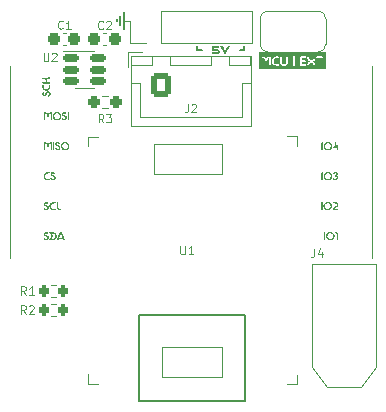
<source format=gto>
G04 #@! TF.GenerationSoftware,KiCad,Pcbnew,7.0.1*
G04 #@! TF.CreationDate,2023-08-13T17:58:05+02:00*
G04 #@! TF.ProjectId,neopixel_cots_hat,6e656f70-6978-4656-9c5f-636f74735f68,1*
G04 #@! TF.SameCoordinates,Original*
G04 #@! TF.FileFunction,Legend,Top*
G04 #@! TF.FilePolarity,Positive*
%FSLAX46Y46*%
G04 Gerber Fmt 4.6, Leading zero omitted, Abs format (unit mm)*
G04 Created by KiCad (PCBNEW 7.0.1) date 2023-08-13 17:58:05*
%MOMM*%
%LPD*%
G01*
G04 APERTURE LIST*
G04 Aperture macros list*
%AMRoundRect*
0 Rectangle with rounded corners*
0 $1 Rounding radius*
0 $2 $3 $4 $5 $6 $7 $8 $9 X,Y pos of 4 corners*
0 Add a 4 corners polygon primitive as box body*
4,1,4,$2,$3,$4,$5,$6,$7,$8,$9,$2,$3,0*
0 Add four circle primitives for the rounded corners*
1,1,$1+$1,$2,$3*
1,1,$1+$1,$4,$5*
1,1,$1+$1,$6,$7*
1,1,$1+$1,$8,$9*
0 Add four rect primitives between the rounded corners*
20,1,$1+$1,$2,$3,$4,$5,0*
20,1,$1+$1,$4,$5,$6,$7,0*
20,1,$1+$1,$6,$7,$8,$9,0*
20,1,$1+$1,$8,$9,$2,$3,0*%
%AMFreePoly0*
4,1,19,0.550000,-1.500000,0.000000,-1.500000,0.000000,-1.494911,-0.071157,-1.494911,-0.207708,-1.454816,-0.327430,-1.377875,-0.420627,-1.270320,-0.479746,-1.140866,-0.500000,-1.000000,-0.500000,1.000000,-0.479746,1.140866,-0.420627,1.270320,-0.327430,1.377875,-0.207708,1.454816,-0.071157,1.494911,0.000000,1.494911,0.000000,1.500000,0.550000,1.500000,0.550000,-1.500000,0.550000,-1.500000,
$1*%
G04 Aperture macros list end*
%ADD10C,0.120000*%
%ADD11C,0.100000*%
%ADD12C,0.150000*%
%ADD13C,0.127000*%
%ADD14C,0.066040*%
%ADD15O,2.748280X1.998980*%
%ADD16O,1.016000X2.032000*%
%ADD17C,1.143000*%
%ADD18FreePoly0,0.000000*%
%ADD19R,2.500000X3.000000*%
%ADD20FreePoly0,180.000000*%
%ADD21RoundRect,0.200000X0.200000X0.275000X-0.200000X0.275000X-0.200000X-0.275000X0.200000X-0.275000X0*%
%ADD22C,3.800000*%
%ADD23R,3.800000X3.800000*%
%ADD24O,2.000000X2.000000*%
%ADD25O,1.700000X1.700000*%
%ADD26R,2.000000X2.000000*%
%ADD27RoundRect,0.237500X0.300000X0.237500X-0.300000X0.237500X-0.300000X-0.237500X0.300000X-0.237500X0*%
%ADD28RoundRect,0.237500X-0.300000X-0.237500X0.300000X-0.237500X0.300000X0.237500X-0.300000X0.237500X0*%
%ADD29RoundRect,0.250000X-0.600000X-0.725000X0.600000X-0.725000X0.600000X0.725000X-0.600000X0.725000X0*%
%ADD30O,1.700000X1.950000*%
%ADD31RoundRect,0.150000X-0.512500X-0.150000X0.512500X-0.150000X0.512500X0.150000X-0.512500X0.150000X0*%
%ADD32RoundRect,0.237500X0.250000X0.237500X-0.250000X0.237500X-0.250000X-0.237500X0.250000X-0.237500X0*%
G04 APERTURE END LIST*
D10*
X98927000Y-47925000D02*
X98927000Y-48455000D01*
D11*
G36*
X106290192Y-50745500D02*
G01*
X106301477Y-50745274D01*
X106312562Y-50744603D01*
X106323438Y-50743492D01*
X106334095Y-50741949D01*
X106344521Y-50739980D01*
X106354707Y-50737592D01*
X106364642Y-50734792D01*
X106374315Y-50731587D01*
X106383716Y-50727983D01*
X106392835Y-50723986D01*
X106401661Y-50719605D01*
X106410183Y-50714845D01*
X106418392Y-50709714D01*
X106426276Y-50704217D01*
X106433826Y-50698363D01*
X106441031Y-50692157D01*
X106447880Y-50685606D01*
X106454362Y-50678718D01*
X106460469Y-50671499D01*
X106466188Y-50663955D01*
X106471510Y-50656094D01*
X106476424Y-50647921D01*
X106480919Y-50639445D01*
X106484986Y-50630672D01*
X106488613Y-50621608D01*
X106491791Y-50612260D01*
X106494509Y-50602635D01*
X106496756Y-50592740D01*
X106498521Y-50582582D01*
X106499796Y-50572167D01*
X106500568Y-50561502D01*
X106500827Y-50550594D01*
X106500568Y-50540052D01*
X106499796Y-50529720D01*
X106498525Y-50519604D01*
X106496763Y-50509713D01*
X106494524Y-50500056D01*
X106491817Y-50490640D01*
X106488655Y-50481475D01*
X106485047Y-50472567D01*
X106481007Y-50463926D01*
X106476544Y-50455560D01*
X106471670Y-50447477D01*
X106466395Y-50439685D01*
X106460732Y-50432193D01*
X106454692Y-50425008D01*
X106448285Y-50418139D01*
X106441522Y-50411595D01*
X106434416Y-50405383D01*
X106426976Y-50399513D01*
X106419215Y-50393991D01*
X106411143Y-50388827D01*
X106402772Y-50384028D01*
X106394113Y-50379603D01*
X106385176Y-50375561D01*
X106375974Y-50371909D01*
X106366517Y-50368655D01*
X106356816Y-50365809D01*
X106346883Y-50363378D01*
X106336729Y-50361370D01*
X106326365Y-50359794D01*
X106315802Y-50358658D01*
X106305052Y-50357971D01*
X106294125Y-50357740D01*
X106028437Y-50357740D01*
X106028437Y-50274648D01*
X106473472Y-50274648D01*
X106473472Y-50110859D01*
X105864819Y-50110859D01*
X105864819Y-50493832D01*
X106287115Y-50493832D01*
X106295365Y-50494605D01*
X106303074Y-50496877D01*
X106310070Y-50500576D01*
X106316180Y-50505629D01*
X106321232Y-50511964D01*
X106325054Y-50519509D01*
X106327474Y-50528193D01*
X106328265Y-50535409D01*
X106328319Y-50537942D01*
X106327835Y-50545321D01*
X106326419Y-50552060D01*
X106323162Y-50560017D01*
X106318448Y-50566757D01*
X106312394Y-50572237D01*
X106305116Y-50576412D01*
X106296730Y-50579239D01*
X106289783Y-50580448D01*
X106282328Y-50580855D01*
X105864819Y-50580855D01*
X105864819Y-50745500D01*
X106290192Y-50745500D01*
G37*
G36*
X106991682Y-50745500D02*
G01*
X107000851Y-50745089D01*
X107009600Y-50743857D01*
X107017927Y-50741804D01*
X107025826Y-50738927D01*
X107033293Y-50735226D01*
X107040325Y-50730701D01*
X107046916Y-50725350D01*
X107053063Y-50719173D01*
X107058762Y-50712168D01*
X107064007Y-50704336D01*
X107067251Y-50698654D01*
X107393462Y-50110859D01*
X107200437Y-50110859D01*
X106972021Y-50540506D01*
X106743776Y-50110859D01*
X106550751Y-50110859D01*
X106876107Y-50698654D01*
X106881030Y-50707039D01*
X106886461Y-50714595D01*
X106892384Y-50721324D01*
X106898785Y-50727225D01*
X106905648Y-50732301D01*
X106912957Y-50736551D01*
X106920698Y-50739977D01*
X106928856Y-50742580D01*
X106937415Y-50744359D01*
X106946360Y-50745317D01*
X106952530Y-50745500D01*
X106991682Y-50745500D01*
G37*
D12*
X97769500Y-47910000D02*
X97769500Y-47835000D01*
X105017000Y-50442500D02*
X104617000Y-50442500D01*
X98094500Y-47909999D02*
X98094500Y-47510000D01*
X108591999Y-50047500D02*
X108591998Y-50447500D01*
X98419500Y-47215000D02*
X98419500Y-47925000D01*
X108591998Y-50447500D02*
X108192000Y-50447500D01*
X98094500Y-47909999D02*
X98094500Y-48310000D01*
X104617000Y-50442500D02*
X104617000Y-50042500D01*
X97769500Y-47910000D02*
X97769500Y-47985000D01*
D10*
X98927000Y-47925000D02*
X98419500Y-47925000D01*
D12*
X98419500Y-47925000D02*
X98419500Y-48635000D01*
D11*
X103170969Y-67023833D02*
X103170969Y-67590500D01*
X103170969Y-67590500D02*
X103204303Y-67657166D01*
X103204303Y-67657166D02*
X103237636Y-67690500D01*
X103237636Y-67690500D02*
X103304303Y-67723833D01*
X103304303Y-67723833D02*
X103437636Y-67723833D01*
X103437636Y-67723833D02*
X103504303Y-67690500D01*
X103504303Y-67690500D02*
X103537636Y-67657166D01*
X103537636Y-67657166D02*
X103570969Y-67590500D01*
X103570969Y-67590500D02*
X103570969Y-67023833D01*
X104270969Y-67723833D02*
X103870969Y-67723833D01*
X104070969Y-67723833D02*
X104070969Y-67023833D01*
X104070969Y-67023833D02*
X104004302Y-67123833D01*
X104004302Y-67123833D02*
X103937636Y-67190500D01*
X103937636Y-67190500D02*
X103870969Y-67223833D01*
X90099999Y-72748833D02*
X89866666Y-72415500D01*
X89699999Y-72748833D02*
X89699999Y-72048833D01*
X89699999Y-72048833D02*
X89966666Y-72048833D01*
X89966666Y-72048833D02*
X90033333Y-72082166D01*
X90033333Y-72082166D02*
X90066666Y-72115500D01*
X90066666Y-72115500D02*
X90099999Y-72182166D01*
X90099999Y-72182166D02*
X90099999Y-72282166D01*
X90099999Y-72282166D02*
X90066666Y-72348833D01*
X90066666Y-72348833D02*
X90033333Y-72382166D01*
X90033333Y-72382166D02*
X89966666Y-72415500D01*
X89966666Y-72415500D02*
X89699999Y-72415500D01*
X90366666Y-72115500D02*
X90399999Y-72082166D01*
X90399999Y-72082166D02*
X90466666Y-72048833D01*
X90466666Y-72048833D02*
X90633333Y-72048833D01*
X90633333Y-72048833D02*
X90699999Y-72082166D01*
X90699999Y-72082166D02*
X90733333Y-72115500D01*
X90733333Y-72115500D02*
X90766666Y-72182166D01*
X90766666Y-72182166D02*
X90766666Y-72248833D01*
X90766666Y-72248833D02*
X90733333Y-72348833D01*
X90733333Y-72348833D02*
X90333333Y-72748833D01*
X90333333Y-72748833D02*
X90766666Y-72748833D01*
X90099999Y-71123833D02*
X89866666Y-70790500D01*
X89699999Y-71123833D02*
X89699999Y-70423833D01*
X89699999Y-70423833D02*
X89966666Y-70423833D01*
X89966666Y-70423833D02*
X90033333Y-70457166D01*
X90033333Y-70457166D02*
X90066666Y-70490500D01*
X90066666Y-70490500D02*
X90099999Y-70557166D01*
X90099999Y-70557166D02*
X90099999Y-70657166D01*
X90099999Y-70657166D02*
X90066666Y-70723833D01*
X90066666Y-70723833D02*
X90033333Y-70757166D01*
X90033333Y-70757166D02*
X89966666Y-70790500D01*
X89966666Y-70790500D02*
X89699999Y-70790500D01*
X90766666Y-71123833D02*
X90366666Y-71123833D01*
X90566666Y-71123833D02*
X90566666Y-70423833D01*
X90566666Y-70423833D02*
X90499999Y-70523833D01*
X90499999Y-70523833D02*
X90433333Y-70590500D01*
X90433333Y-70590500D02*
X90366666Y-70623833D01*
X114491666Y-67248833D02*
X114491666Y-67748833D01*
X114491666Y-67748833D02*
X114458333Y-67848833D01*
X114458333Y-67848833D02*
X114391666Y-67915500D01*
X114391666Y-67915500D02*
X114291666Y-67948833D01*
X114291666Y-67948833D02*
X114225000Y-67948833D01*
X115124999Y-67482166D02*
X115124999Y-67948833D01*
X114958333Y-67215500D02*
X114791666Y-67715500D01*
X114791666Y-67715500D02*
X115224999Y-67715500D01*
G36*
X91606152Y-55735133D02*
G01*
X91606152Y-56305660D01*
X91606478Y-56312953D01*
X91607431Y-56319767D01*
X91609950Y-56329091D01*
X91613663Y-56337342D01*
X91618438Y-56344526D01*
X91624146Y-56350646D01*
X91630657Y-56355707D01*
X91637839Y-56359713D01*
X91645564Y-56362668D01*
X91653701Y-56364576D01*
X91662119Y-56365442D01*
X91664965Y-56365500D01*
X91673456Y-56364960D01*
X91681804Y-56363347D01*
X91689858Y-56360669D01*
X91697468Y-56356934D01*
X91704481Y-56352152D01*
X91710747Y-56346329D01*
X91716115Y-56339476D01*
X91720432Y-56331599D01*
X91723547Y-56322709D01*
X91725310Y-56312812D01*
X91725660Y-56305660D01*
X91725660Y-55806086D01*
X91734943Y-55809012D01*
X91744036Y-55812271D01*
X91752932Y-55815857D01*
X91761625Y-55819761D01*
X91770108Y-55823977D01*
X91778376Y-55828498D01*
X91786422Y-55833315D01*
X91794240Y-55838423D01*
X91801823Y-55843814D01*
X91809166Y-55849480D01*
X91816262Y-55855414D01*
X91823105Y-55861609D01*
X91829688Y-55868058D01*
X91836005Y-55874754D01*
X91842051Y-55881689D01*
X91847818Y-55888857D01*
X91853300Y-55896249D01*
X91858492Y-55903859D01*
X91863387Y-55911679D01*
X91867979Y-55919702D01*
X91872261Y-55927922D01*
X91876227Y-55936330D01*
X91879871Y-55944920D01*
X91883187Y-55953684D01*
X91886168Y-55962615D01*
X91888809Y-55971705D01*
X91891102Y-55980949D01*
X91893042Y-55990338D01*
X91894622Y-55999864D01*
X91895837Y-56009522D01*
X91896679Y-56019304D01*
X91897143Y-56029202D01*
X91897640Y-56036182D01*
X91899474Y-56045786D01*
X91902509Y-56054353D01*
X91906629Y-56061890D01*
X91911716Y-56068403D01*
X91917652Y-56073898D01*
X91924319Y-56078380D01*
X91931601Y-56081857D01*
X91939379Y-56084332D01*
X91947537Y-56085813D01*
X91955956Y-56086306D01*
X91964440Y-56085813D01*
X91972691Y-56084332D01*
X91980584Y-56081857D01*
X91987993Y-56078380D01*
X91994794Y-56073898D01*
X92000860Y-56068403D01*
X92006068Y-56061890D01*
X92010293Y-56054353D01*
X92013408Y-56045786D01*
X92015289Y-56036182D01*
X92015796Y-56029202D01*
X92016257Y-56019556D01*
X92017092Y-56009990D01*
X92018296Y-56000511D01*
X92019861Y-55991130D01*
X92021783Y-55981855D01*
X92024056Y-55972697D01*
X92026674Y-55963664D01*
X92029631Y-55954765D01*
X92032921Y-55946011D01*
X92036539Y-55937411D01*
X92040479Y-55928974D01*
X92044734Y-55920709D01*
X92049300Y-55912626D01*
X92054170Y-55904734D01*
X92059339Y-55897043D01*
X92064800Y-55889562D01*
X92070548Y-55882300D01*
X92076578Y-55875267D01*
X92082883Y-55868472D01*
X92089458Y-55861925D01*
X92096297Y-55855634D01*
X92103393Y-55849610D01*
X92110742Y-55843862D01*
X92118338Y-55838399D01*
X92126174Y-55833230D01*
X92134245Y-55828366D01*
X92142545Y-55823814D01*
X92151068Y-55819586D01*
X92159809Y-55815689D01*
X92168761Y-55812134D01*
X92177920Y-55808930D01*
X92187279Y-55806086D01*
X92187279Y-56305660D01*
X92187605Y-56312953D01*
X92188558Y-56319767D01*
X92191077Y-56329091D01*
X92194790Y-56337342D01*
X92199565Y-56344526D01*
X92205273Y-56350646D01*
X92211784Y-56355707D01*
X92218966Y-56359713D01*
X92226691Y-56362668D01*
X92234828Y-56364576D01*
X92243246Y-56365442D01*
X92246092Y-56365500D01*
X92254622Y-56364960D01*
X92262994Y-56363347D01*
X92271060Y-56360669D01*
X92278670Y-56356934D01*
X92285676Y-56352152D01*
X92291930Y-56346329D01*
X92297281Y-56339476D01*
X92301583Y-56331599D01*
X92304685Y-56322709D01*
X92306439Y-56312812D01*
X92306787Y-56305660D01*
X92306787Y-55734278D01*
X92306130Y-55725338D01*
X92304223Y-55716851D01*
X92301156Y-55708911D01*
X92297022Y-55701610D01*
X92291914Y-55695042D01*
X92285923Y-55689300D01*
X92279141Y-55684476D01*
X92271660Y-55680663D01*
X92263574Y-55677955D01*
X92254973Y-55676444D01*
X92248999Y-55676148D01*
X92239172Y-55676269D01*
X92229534Y-55676625D01*
X92220084Y-55677208D01*
X92210821Y-55678010D01*
X92201746Y-55679024D01*
X92192858Y-55680242D01*
X92184156Y-55681654D01*
X92175639Y-55683254D01*
X92167308Y-55685034D01*
X92159161Y-55686984D01*
X92151198Y-55689098D01*
X92143418Y-55691367D01*
X92135822Y-55693784D01*
X92128408Y-55696340D01*
X92121176Y-55699027D01*
X92114125Y-55701837D01*
X92107255Y-55704762D01*
X92100565Y-55707795D01*
X92094055Y-55710926D01*
X92087724Y-55714149D01*
X92081572Y-55717455D01*
X92075598Y-55720836D01*
X92064183Y-55727792D01*
X92053474Y-55734952D01*
X92043466Y-55742252D01*
X92034157Y-55749629D01*
X92025541Y-55757017D01*
X92016885Y-55764834D01*
X92008917Y-55772365D01*
X92001611Y-55779578D01*
X91994940Y-55786446D01*
X91988880Y-55792936D01*
X91983403Y-55799020D01*
X91978485Y-55804667D01*
X91972100Y-55812253D01*
X91966825Y-55818687D01*
X91961371Y-55825298D01*
X91956154Y-55830513D01*
X91955101Y-55830876D01*
X91954076Y-55829851D01*
X91947754Y-55821166D01*
X91941111Y-55812684D01*
X91934164Y-55804410D01*
X91926933Y-55796346D01*
X91919435Y-55788500D01*
X91911688Y-55780875D01*
X91903711Y-55773476D01*
X91895521Y-55766308D01*
X91887137Y-55759377D01*
X91878578Y-55752686D01*
X91869860Y-55746240D01*
X91861003Y-55740045D01*
X91852025Y-55734105D01*
X91842944Y-55728425D01*
X91833778Y-55723010D01*
X91824544Y-55717865D01*
X91815263Y-55712994D01*
X91805951Y-55708403D01*
X91796626Y-55704095D01*
X91787308Y-55700077D01*
X91778014Y-55696352D01*
X91768762Y-55692926D01*
X91759571Y-55689803D01*
X91750458Y-55686989D01*
X91741443Y-55684488D01*
X91732542Y-55682304D01*
X91723775Y-55680443D01*
X91715159Y-55678910D01*
X91706713Y-55677709D01*
X91698455Y-55676845D01*
X91690403Y-55676323D01*
X91682575Y-55676148D01*
X91674138Y-55676370D01*
X91666087Y-55677035D01*
X91658444Y-55678149D01*
X91651232Y-55679715D01*
X91644471Y-55681737D01*
X91635224Y-55685632D01*
X91627117Y-55690574D01*
X91620222Y-55696576D01*
X91614614Y-55703649D01*
X91610365Y-55711807D01*
X91607549Y-55721063D01*
X91606505Y-55727850D01*
X91606152Y-55735133D01*
G37*
G36*
X92747893Y-55665670D02*
G01*
X92766451Y-55667048D01*
X92784733Y-55669315D01*
X92802717Y-55672451D01*
X92820380Y-55676432D01*
X92837700Y-55681236D01*
X92854654Y-55686840D01*
X92871220Y-55693221D01*
X92887375Y-55700358D01*
X92903096Y-55708228D01*
X92918361Y-55716807D01*
X92933148Y-55726073D01*
X92947433Y-55736005D01*
X92961194Y-55746578D01*
X92974409Y-55757772D01*
X92987055Y-55769562D01*
X92999109Y-55781927D01*
X93010550Y-55794844D01*
X93021353Y-55808290D01*
X93031497Y-55822243D01*
X93040960Y-55836681D01*
X93049718Y-55851580D01*
X93057749Y-55866918D01*
X93065031Y-55882672D01*
X93071540Y-55898821D01*
X93077255Y-55915341D01*
X93082152Y-55932209D01*
X93086210Y-55949404D01*
X93089405Y-55966903D01*
X93091715Y-55984683D01*
X93093118Y-56002721D01*
X93093591Y-56020995D01*
X93093112Y-56039253D01*
X93091693Y-56057275D01*
X93089356Y-56075039D01*
X93086126Y-56092522D01*
X93082025Y-56109701D01*
X93077079Y-56126554D01*
X93071310Y-56143059D01*
X93064742Y-56159192D01*
X93057399Y-56174932D01*
X93049305Y-56190255D01*
X93040483Y-56205140D01*
X93030956Y-56219563D01*
X93020750Y-56233503D01*
X93009887Y-56246936D01*
X92998391Y-56259840D01*
X92986286Y-56272193D01*
X92973595Y-56283971D01*
X92960342Y-56295153D01*
X92946551Y-56305716D01*
X92932246Y-56315638D01*
X92917450Y-56324895D01*
X92902187Y-56333465D01*
X92886481Y-56341327D01*
X92870355Y-56348456D01*
X92853833Y-56354831D01*
X92836938Y-56360429D01*
X92819695Y-56365228D01*
X92802128Y-56369205D01*
X92784259Y-56372337D01*
X92766113Y-56374602D01*
X92747713Y-56375978D01*
X92729083Y-56376442D01*
X92714997Y-56376182D01*
X92701053Y-56375410D01*
X92687259Y-56374133D01*
X92673625Y-56372362D01*
X92660160Y-56370105D01*
X92646873Y-56367371D01*
X92633773Y-56364170D01*
X92620869Y-56360509D01*
X92608171Y-56356399D01*
X92595687Y-56351848D01*
X92583426Y-56346865D01*
X92571399Y-56341460D01*
X92559613Y-56335640D01*
X92548079Y-56329416D01*
X92536804Y-56322796D01*
X92525799Y-56315790D01*
X92515073Y-56308406D01*
X92504634Y-56300653D01*
X92494492Y-56292541D01*
X92484656Y-56284078D01*
X92475134Y-56275273D01*
X92465938Y-56266136D01*
X92457074Y-56256675D01*
X92448553Y-56246900D01*
X92440383Y-56236819D01*
X92432575Y-56226441D01*
X92425136Y-56215777D01*
X92418076Y-56204833D01*
X92411405Y-56193620D01*
X92405130Y-56182147D01*
X92399263Y-56170422D01*
X92393810Y-56158455D01*
X92390421Y-56150375D01*
X92387240Y-56142226D01*
X92384271Y-56134009D01*
X92381514Y-56125725D01*
X92378970Y-56117372D01*
X92376641Y-56108951D01*
X92374528Y-56100462D01*
X92372631Y-56091905D01*
X92370954Y-56083279D01*
X92369496Y-56074586D01*
X92368258Y-56065824D01*
X92367243Y-56056995D01*
X92366452Y-56048097D01*
X92365885Y-56039131D01*
X92365543Y-56030097D01*
X92365429Y-56020995D01*
X92485108Y-56020995D01*
X92485410Y-56032824D01*
X92486308Y-56044545D01*
X92487789Y-56056141D01*
X92489841Y-56067595D01*
X92492452Y-56078887D01*
X92495610Y-56090002D01*
X92499301Y-56100922D01*
X92503514Y-56111628D01*
X92508237Y-56122103D01*
X92513457Y-56132331D01*
X92519161Y-56142292D01*
X92525338Y-56151970D01*
X92531975Y-56161348D01*
X92539059Y-56170406D01*
X92546579Y-56179129D01*
X92554522Y-56187498D01*
X92562876Y-56195496D01*
X92571628Y-56203106D01*
X92580766Y-56210309D01*
X92590278Y-56217088D01*
X92600152Y-56223426D01*
X92610374Y-56229304D01*
X92620933Y-56234707D01*
X92631817Y-56239615D01*
X92643012Y-56244011D01*
X92654507Y-56247879D01*
X92666290Y-56251199D01*
X92678348Y-56253955D01*
X92690668Y-56256130D01*
X92703239Y-56257704D01*
X92716048Y-56258662D01*
X92729083Y-56258985D01*
X92741591Y-56258687D01*
X92753940Y-56257802D01*
X92766115Y-56256342D01*
X92778099Y-56254320D01*
X92789878Y-56251749D01*
X92801436Y-56248640D01*
X92812756Y-56245008D01*
X92823824Y-56240865D01*
X92834624Y-56236223D01*
X92845139Y-56231095D01*
X92855356Y-56225494D01*
X92865257Y-56219432D01*
X92874828Y-56212922D01*
X92884052Y-56205977D01*
X92892914Y-56198610D01*
X92901399Y-56190832D01*
X92909490Y-56182658D01*
X92917173Y-56174098D01*
X92924431Y-56165167D01*
X92931250Y-56155877D01*
X92937612Y-56146241D01*
X92943503Y-56136270D01*
X92948908Y-56125978D01*
X92953809Y-56115378D01*
X92958193Y-56104483D01*
X92962043Y-56093304D01*
X92965343Y-56081854D01*
X92968078Y-56070147D01*
X92970233Y-56058195D01*
X92971791Y-56046010D01*
X92972738Y-56033606D01*
X92973057Y-56020995D01*
X92972735Y-56008639D01*
X92971780Y-55996457D01*
X92970208Y-55984462D01*
X92968036Y-55972670D01*
X92965280Y-55961094D01*
X92961955Y-55949750D01*
X92958078Y-55938651D01*
X92953665Y-55927811D01*
X92948733Y-55917245D01*
X92943297Y-55906968D01*
X92937373Y-55896993D01*
X92930979Y-55887336D01*
X92924130Y-55878010D01*
X92916842Y-55869029D01*
X92909131Y-55860408D01*
X92901014Y-55852162D01*
X92892507Y-55844305D01*
X92883626Y-55836850D01*
X92874387Y-55829813D01*
X92864806Y-55823207D01*
X92854900Y-55817048D01*
X92844685Y-55811349D01*
X92834177Y-55806125D01*
X92823391Y-55801389D01*
X92812345Y-55797157D01*
X92801055Y-55793443D01*
X92789536Y-55790261D01*
X92777805Y-55787626D01*
X92765878Y-55785551D01*
X92753771Y-55784051D01*
X92741500Y-55783140D01*
X92729083Y-55782834D01*
X92716830Y-55783140D01*
X92704704Y-55784051D01*
X92692722Y-55785551D01*
X92680900Y-55787626D01*
X92669257Y-55790261D01*
X92657809Y-55793443D01*
X92646573Y-55797157D01*
X92635567Y-55801389D01*
X92624808Y-55806125D01*
X92614314Y-55811349D01*
X92604100Y-55817048D01*
X92594185Y-55823207D01*
X92584586Y-55829813D01*
X92575320Y-55836850D01*
X92566404Y-55844305D01*
X92557856Y-55852162D01*
X92549692Y-55860408D01*
X92541931Y-55869029D01*
X92534588Y-55878010D01*
X92527682Y-55887336D01*
X92521229Y-55896993D01*
X92515247Y-55906968D01*
X92509753Y-55917245D01*
X92504765Y-55927811D01*
X92500298Y-55938651D01*
X92496372Y-55949750D01*
X92493002Y-55961094D01*
X92490206Y-55972670D01*
X92488002Y-55984462D01*
X92486406Y-55996457D01*
X92485436Y-56008639D01*
X92485108Y-56020995D01*
X92365429Y-56020995D01*
X92365905Y-56002631D01*
X92367316Y-55984514D01*
X92369639Y-55966666D01*
X92372851Y-55949110D01*
X92376928Y-55931867D01*
X92381847Y-55914960D01*
X92387586Y-55898410D01*
X92394120Y-55882239D01*
X92401427Y-55866471D01*
X92409483Y-55851125D01*
X92418264Y-55836225D01*
X92427748Y-55821793D01*
X92437911Y-55807850D01*
X92448730Y-55794418D01*
X92460182Y-55781520D01*
X92472243Y-55769178D01*
X92484890Y-55757413D01*
X92498100Y-55746247D01*
X92511849Y-55735703D01*
X92526114Y-55725803D01*
X92540873Y-55716568D01*
X92556101Y-55708021D01*
X92571775Y-55700183D01*
X92587872Y-55693077D01*
X92604369Y-55686725D01*
X92621242Y-55681148D01*
X92638469Y-55676369D01*
X92656025Y-55672409D01*
X92673888Y-55669291D01*
X92692034Y-55667036D01*
X92710440Y-55665668D01*
X92729083Y-55665206D01*
X92747893Y-55665670D01*
G37*
G36*
X93118894Y-56243085D02*
G01*
X93122699Y-56251990D01*
X93126765Y-56260594D01*
X93131086Y-56268897D01*
X93135654Y-56276902D01*
X93140459Y-56284609D01*
X93145494Y-56292020D01*
X93150751Y-56299135D01*
X93156222Y-56305957D01*
X93161898Y-56312485D01*
X93167772Y-56318722D01*
X93173835Y-56324669D01*
X93180080Y-56330327D01*
X93186497Y-56335697D01*
X93193080Y-56340780D01*
X93199820Y-56345577D01*
X93206709Y-56350091D01*
X93213738Y-56354321D01*
X93220900Y-56358270D01*
X93228187Y-56361938D01*
X93235589Y-56365327D01*
X93243101Y-56368438D01*
X93250712Y-56371271D01*
X93258416Y-56373829D01*
X93266203Y-56376113D01*
X93274067Y-56378123D01*
X93281998Y-56379862D01*
X93289989Y-56381329D01*
X93298032Y-56382527D01*
X93306118Y-56383457D01*
X93314239Y-56384120D01*
X93322387Y-56384516D01*
X93330555Y-56384648D01*
X93340477Y-56384448D01*
X93350388Y-56383847D01*
X93360271Y-56382847D01*
X93370109Y-56381450D01*
X93379886Y-56379657D01*
X93389584Y-56377469D01*
X93399187Y-56374889D01*
X93408678Y-56371916D01*
X93418039Y-56368554D01*
X93427254Y-56364803D01*
X93436306Y-56360664D01*
X93445178Y-56356140D01*
X93453854Y-56351231D01*
X93462315Y-56345939D01*
X93470546Y-56340265D01*
X93478530Y-56334212D01*
X93486248Y-56327780D01*
X93493686Y-56320970D01*
X93500825Y-56313785D01*
X93507649Y-56306226D01*
X93514141Y-56298293D01*
X93520284Y-56289989D01*
X93526061Y-56281315D01*
X93531455Y-56272273D01*
X93536450Y-56262863D01*
X93541028Y-56253088D01*
X93545172Y-56242948D01*
X93548866Y-56232445D01*
X93552093Y-56221582D01*
X93554835Y-56210358D01*
X93557077Y-56198775D01*
X93558800Y-56186836D01*
X93559462Y-56179575D01*
X93560060Y-56172405D01*
X93560530Y-56165371D01*
X93560805Y-56158515D01*
X93560852Y-56154693D01*
X93560733Y-56146471D01*
X93560356Y-56138043D01*
X93559693Y-56129434D01*
X93558714Y-56120670D01*
X93557391Y-56111779D01*
X93555694Y-56102785D01*
X93553595Y-56093716D01*
X93551064Y-56084596D01*
X93548071Y-56075452D01*
X93544589Y-56066310D01*
X93540588Y-56057196D01*
X93536040Y-56048136D01*
X93530914Y-56039157D01*
X93525182Y-56030283D01*
X93518814Y-56021542D01*
X93511783Y-56012959D01*
X93504177Y-56004696D01*
X93496041Y-55996841D01*
X93487373Y-55989414D01*
X93478172Y-55982431D01*
X93468435Y-55975908D01*
X93458162Y-55969863D01*
X93447351Y-55964313D01*
X93436001Y-55959275D01*
X93424109Y-55954766D01*
X93411676Y-55950802D01*
X93398698Y-55947402D01*
X93392004Y-55945919D01*
X93385175Y-55944582D01*
X93378208Y-55943395D01*
X93371104Y-55942359D01*
X93363864Y-55941477D01*
X93356486Y-55940750D01*
X93348970Y-55940181D01*
X93341317Y-55939772D01*
X93333526Y-55939525D01*
X93325597Y-55939442D01*
X93317322Y-55939043D01*
X93309440Y-55937853D01*
X93301975Y-55935881D01*
X93294950Y-55933138D01*
X93288391Y-55929633D01*
X93282320Y-55925377D01*
X93276762Y-55920380D01*
X93271741Y-55914652D01*
X93267132Y-55908676D01*
X93263207Y-55902939D01*
X93258485Y-55894817D01*
X93255002Y-55887321D01*
X93252578Y-55880501D01*
X93250682Y-55872550D01*
X93249858Y-55864618D01*
X93250098Y-55857687D01*
X93250199Y-55856351D01*
X93250776Y-55846398D01*
X93252542Y-55836488D01*
X93255551Y-55826824D01*
X93259855Y-55817612D01*
X93265509Y-55809056D01*
X93270053Y-55803817D01*
X93275237Y-55799021D01*
X93281076Y-55794729D01*
X93287585Y-55791001D01*
X93294780Y-55787898D01*
X93302678Y-55785481D01*
X93311293Y-55783809D01*
X93320642Y-55782945D01*
X93325597Y-55782834D01*
X93338206Y-55783638D01*
X93349008Y-55785912D01*
X93358236Y-55789445D01*
X93366127Y-55794027D01*
X93372917Y-55799449D01*
X93378839Y-55805500D01*
X93384131Y-55811971D01*
X93389027Y-55818652D01*
X93393762Y-55825333D01*
X93398573Y-55831804D01*
X93403694Y-55837855D01*
X93409361Y-55843277D01*
X93415810Y-55847859D01*
X93423275Y-55851392D01*
X93431993Y-55853666D01*
X93442198Y-55854470D01*
X93454556Y-55853927D01*
X93465557Y-55852345D01*
X93475233Y-55849792D01*
X93483618Y-55846338D01*
X93490742Y-55842052D01*
X93496640Y-55837004D01*
X93501342Y-55831263D01*
X93504883Y-55824898D01*
X93507294Y-55817978D01*
X93508607Y-55810574D01*
X93508856Y-55802753D01*
X93508072Y-55794586D01*
X93506289Y-55786142D01*
X93503538Y-55777489D01*
X93499852Y-55768698D01*
X93495263Y-55759838D01*
X93489805Y-55750978D01*
X93483509Y-55742187D01*
X93476407Y-55733535D01*
X93468533Y-55725091D01*
X93459919Y-55716924D01*
X93450598Y-55709103D01*
X93440601Y-55701698D01*
X93429961Y-55694779D01*
X93418710Y-55688414D01*
X93406882Y-55682673D01*
X93394509Y-55677625D01*
X93381623Y-55673339D01*
X93368256Y-55669885D01*
X93354441Y-55667332D01*
X93340210Y-55665749D01*
X93325597Y-55665206D01*
X93317682Y-55665332D01*
X93309935Y-55665706D01*
X93302354Y-55666322D01*
X93294940Y-55667176D01*
X93287693Y-55668261D01*
X93280611Y-55669572D01*
X93273696Y-55671105D01*
X93266946Y-55672852D01*
X93260362Y-55674809D01*
X93247690Y-55679332D01*
X93235677Y-55684628D01*
X93224322Y-55690655D01*
X93213623Y-55697370D01*
X93203578Y-55704727D01*
X93194186Y-55712684D01*
X93185444Y-55721198D01*
X93177352Y-55730224D01*
X93169907Y-55739719D01*
X93163107Y-55749640D01*
X93156951Y-55759943D01*
X93154114Y-55765224D01*
X93150160Y-55773017D01*
X93146571Y-55780524D01*
X93143354Y-55787738D01*
X93140512Y-55794652D01*
X93138051Y-55801260D01*
X93135371Y-55809581D01*
X93133389Y-55817330D01*
X93132118Y-55824489D01*
X93131546Y-55832586D01*
X93131479Y-55839989D01*
X93131266Y-55847268D01*
X93130890Y-55854287D01*
X93130520Y-55859257D01*
X93130710Y-55867802D01*
X93131281Y-55876368D01*
X93132235Y-55884937D01*
X93133572Y-55893489D01*
X93135295Y-55902006D01*
X93137404Y-55910467D01*
X93139901Y-55918855D01*
X93142787Y-55927148D01*
X93146064Y-55935330D01*
X93149733Y-55943379D01*
X93153796Y-55951277D01*
X93158253Y-55959004D01*
X93163107Y-55966542D01*
X93168358Y-55973872D01*
X93174008Y-55980973D01*
X93180059Y-55987827D01*
X93186511Y-55994414D01*
X93193366Y-56000716D01*
X93200626Y-56006713D01*
X93208291Y-56012386D01*
X93216364Y-56017715D01*
X93224846Y-56022682D01*
X93233737Y-56027267D01*
X93243040Y-56031451D01*
X93252755Y-56035215D01*
X93262885Y-56038539D01*
X93273430Y-56041404D01*
X93284392Y-56043792D01*
X93295772Y-56045683D01*
X93307572Y-56047057D01*
X93319792Y-56047895D01*
X93332436Y-56048179D01*
X93345348Y-56048807D01*
X93357444Y-56050637D01*
X93368722Y-56053589D01*
X93379181Y-56057583D01*
X93388818Y-56062538D01*
X93397633Y-56068375D01*
X93405623Y-56075013D01*
X93412786Y-56082373D01*
X93419122Y-56090374D01*
X93424628Y-56098936D01*
X93429303Y-56107979D01*
X93433144Y-56117422D01*
X93436151Y-56127186D01*
X93438322Y-56137190D01*
X93439654Y-56147355D01*
X93440147Y-56157600D01*
X93439798Y-56167845D01*
X93438606Y-56178010D01*
X93436569Y-56188014D01*
X93433685Y-56197778D01*
X93429954Y-56207221D01*
X93425372Y-56216264D01*
X93419938Y-56224826D01*
X93413652Y-56232827D01*
X93406510Y-56240187D01*
X93398512Y-56246825D01*
X93389655Y-56252662D01*
X93379938Y-56257617D01*
X93369359Y-56261611D01*
X93357917Y-56264563D01*
X93345610Y-56266393D01*
X93332436Y-56267021D01*
X93323704Y-56266684D01*
X93315159Y-56265692D01*
X93306826Y-56264068D01*
X93298731Y-56261838D01*
X93290898Y-56259027D01*
X93283356Y-56255661D01*
X93276128Y-56251763D01*
X93269241Y-56247359D01*
X93262721Y-56242475D01*
X93256593Y-56237134D01*
X93250883Y-56231363D01*
X93245618Y-56225187D01*
X93240822Y-56218629D01*
X93236522Y-56211716D01*
X93232743Y-56204472D01*
X93229512Y-56196923D01*
X93226257Y-56189676D01*
X93222571Y-56183215D01*
X93218480Y-56177525D01*
X93212446Y-56171108D01*
X93205809Y-56165995D01*
X93198635Y-56162145D01*
X93190991Y-56159523D01*
X93182943Y-56158089D01*
X93176682Y-56157771D01*
X93169368Y-56158182D01*
X93162219Y-56159395D01*
X93155302Y-56161377D01*
X93148686Y-56164097D01*
X93142438Y-56167522D01*
X93136627Y-56171620D01*
X93131321Y-56176359D01*
X93126588Y-56181707D01*
X93122368Y-56187388D01*
X93118436Y-56194307D01*
X93115771Y-56200836D01*
X93113902Y-56207867D01*
X93112979Y-56215301D01*
X93112910Y-56217952D01*
X93113506Y-56225517D01*
X93115044Y-56232481D01*
X93117508Y-56239733D01*
X93118894Y-56243085D01*
G37*
G36*
X93620178Y-55736330D02*
G01*
X93620178Y-56305489D01*
X93620516Y-56312643D01*
X93622223Y-56322549D01*
X93625246Y-56331455D01*
X93629443Y-56339351D01*
X93634673Y-56346228D01*
X93640795Y-56352074D01*
X93647669Y-56356880D01*
X93655151Y-56360636D01*
X93663103Y-56363331D01*
X93671382Y-56364956D01*
X93679847Y-56365500D01*
X93688355Y-56364956D01*
X93696670Y-56363331D01*
X93704649Y-56360636D01*
X93712154Y-56356880D01*
X93719043Y-56352074D01*
X93725177Y-56346228D01*
X93730414Y-56339351D01*
X93734616Y-56331455D01*
X93737641Y-56322549D01*
X93739348Y-56312643D01*
X93739686Y-56305489D01*
X93739686Y-55736330D01*
X93739348Y-55729005D01*
X93738363Y-55722159D01*
X93735762Y-55712789D01*
X93731937Y-55704493D01*
X93727029Y-55697267D01*
X93721179Y-55691108D01*
X93714526Y-55686014D01*
X93707211Y-55681980D01*
X93699374Y-55679003D01*
X93691155Y-55677079D01*
X93682696Y-55676207D01*
X93679847Y-55676148D01*
X93671382Y-55676672D01*
X93663103Y-55678245D01*
X93655151Y-55680870D01*
X93647669Y-55684551D01*
X93640795Y-55689292D01*
X93634673Y-55695096D01*
X93629443Y-55701965D01*
X93625246Y-55709904D01*
X93622223Y-55718916D01*
X93620516Y-55729005D01*
X93620178Y-55736330D01*
G37*
G36*
X91586490Y-61099969D02*
G01*
X91586949Y-61118063D01*
X91588313Y-61135885D01*
X91590561Y-61153413D01*
X91593675Y-61170628D01*
X91597633Y-61187511D01*
X91602417Y-61204042D01*
X91608006Y-61220201D01*
X91614380Y-61235968D01*
X91621519Y-61251323D01*
X91629404Y-61266248D01*
X91638014Y-61280721D01*
X91647330Y-61294724D01*
X91657332Y-61308236D01*
X91667999Y-61321238D01*
X91679313Y-61333710D01*
X91691252Y-61345632D01*
X91703797Y-61356984D01*
X91716929Y-61367748D01*
X91730627Y-61377902D01*
X91744871Y-61387427D01*
X91759642Y-61396304D01*
X91774919Y-61404513D01*
X91790683Y-61412034D01*
X91806913Y-61418847D01*
X91823590Y-61424932D01*
X91840695Y-61430270D01*
X91858206Y-61434841D01*
X91876104Y-61438626D01*
X91894369Y-61441603D01*
X91912982Y-61443755D01*
X91931922Y-61445060D01*
X91951169Y-61445500D01*
X92068796Y-61445500D01*
X92075743Y-61445165D01*
X92088320Y-61442617D01*
X92099139Y-61437849D01*
X92108189Y-61431202D01*
X92115464Y-61423018D01*
X92120954Y-61413638D01*
X92124652Y-61403404D01*
X92126549Y-61392657D01*
X92126637Y-61381740D01*
X92124907Y-61370994D01*
X92121352Y-61360760D01*
X92115963Y-61351380D01*
X92108732Y-61343196D01*
X92099650Y-61336549D01*
X92088710Y-61331780D01*
X92075903Y-61329232D01*
X92068796Y-61328898D01*
X91959889Y-61328898D01*
X91930713Y-61327590D01*
X91903450Y-61323777D01*
X91878095Y-61317627D01*
X91854643Y-61309305D01*
X91833089Y-61298980D01*
X91813429Y-61286818D01*
X91795657Y-61272986D01*
X91779769Y-61257652D01*
X91765760Y-61240981D01*
X91753626Y-61223142D01*
X91743361Y-61204300D01*
X91734960Y-61184624D01*
X91728420Y-61164280D01*
X91723735Y-61143435D01*
X91720900Y-61122256D01*
X91719911Y-61100909D01*
X91720762Y-61079563D01*
X91723450Y-61058384D01*
X91727968Y-61037539D01*
X91734313Y-61017195D01*
X91742480Y-60997519D01*
X91752463Y-60978677D01*
X91764259Y-60960838D01*
X91777862Y-60944167D01*
X91793267Y-60928833D01*
X91810470Y-60915001D01*
X91829465Y-60902839D01*
X91850249Y-60892514D01*
X91872816Y-60884192D01*
X91897162Y-60878042D01*
X91923281Y-60874229D01*
X91951169Y-60872921D01*
X92068796Y-60872921D01*
X92075903Y-60872586D01*
X92088710Y-60870034D01*
X92099650Y-60865259D01*
X92108732Y-60858602D01*
X92115963Y-60850406D01*
X92121352Y-60841012D01*
X92124907Y-60830763D01*
X92126637Y-60820001D01*
X92126549Y-60809068D01*
X92124652Y-60798306D01*
X92120954Y-60788057D01*
X92115464Y-60778663D01*
X92108189Y-60770467D01*
X92099139Y-60763810D01*
X92088320Y-60759035D01*
X92075743Y-60756483D01*
X92068796Y-60756148D01*
X91940398Y-60756148D01*
X91922039Y-60757019D01*
X91903938Y-60758689D01*
X91886115Y-60761144D01*
X91868594Y-60764365D01*
X91851393Y-60768338D01*
X91834536Y-60773046D01*
X91818043Y-60778473D01*
X91801936Y-60784602D01*
X91786236Y-60791416D01*
X91770964Y-60798901D01*
X91756142Y-60807039D01*
X91741791Y-60815813D01*
X91727932Y-60825209D01*
X91714586Y-60835209D01*
X91701775Y-60845797D01*
X91689521Y-60856957D01*
X91677844Y-60868672D01*
X91666766Y-60880926D01*
X91656308Y-60893704D01*
X91646492Y-60906988D01*
X91637338Y-60920762D01*
X91628868Y-60935010D01*
X91621104Y-60949716D01*
X91614067Y-60964863D01*
X91607778Y-60980435D01*
X91602258Y-60996416D01*
X91597529Y-61012789D01*
X91593612Y-61029538D01*
X91590528Y-61046647D01*
X91588299Y-61064099D01*
X91586946Y-61081879D01*
X91586490Y-61099969D01*
G37*
G36*
X92172404Y-61323085D02*
G01*
X92176209Y-61331990D01*
X92180275Y-61340594D01*
X92184596Y-61348897D01*
X92189164Y-61356902D01*
X92193969Y-61364609D01*
X92199004Y-61372020D01*
X92204261Y-61379135D01*
X92209732Y-61385957D01*
X92215408Y-61392485D01*
X92221282Y-61398722D01*
X92227345Y-61404669D01*
X92233590Y-61410327D01*
X92240008Y-61415697D01*
X92246590Y-61420780D01*
X92253330Y-61425577D01*
X92260219Y-61430091D01*
X92267248Y-61434321D01*
X92274410Y-61438270D01*
X92281697Y-61441938D01*
X92289100Y-61445327D01*
X92296611Y-61448438D01*
X92304222Y-61451271D01*
X92311926Y-61453829D01*
X92319714Y-61456113D01*
X92327577Y-61458123D01*
X92335508Y-61459862D01*
X92343499Y-61461329D01*
X92351542Y-61462527D01*
X92359628Y-61463457D01*
X92367749Y-61464120D01*
X92375897Y-61464516D01*
X92384065Y-61464648D01*
X92393987Y-61464448D01*
X92403898Y-61463847D01*
X92413781Y-61462847D01*
X92423619Y-61461450D01*
X92433396Y-61459657D01*
X92443094Y-61457469D01*
X92452697Y-61454889D01*
X92462188Y-61451916D01*
X92471549Y-61448554D01*
X92480764Y-61444803D01*
X92489816Y-61440664D01*
X92498688Y-61436140D01*
X92507364Y-61431231D01*
X92515825Y-61425939D01*
X92524056Y-61420265D01*
X92532040Y-61414212D01*
X92539759Y-61407780D01*
X92547196Y-61400970D01*
X92554335Y-61393785D01*
X92561159Y-61386226D01*
X92567651Y-61378293D01*
X92573794Y-61369989D01*
X92579571Y-61361315D01*
X92584966Y-61352273D01*
X92589960Y-61342863D01*
X92594538Y-61333088D01*
X92598682Y-61322948D01*
X92602376Y-61312445D01*
X92605603Y-61301582D01*
X92608346Y-61290358D01*
X92610587Y-61278775D01*
X92612310Y-61266836D01*
X92612972Y-61259575D01*
X92613571Y-61252405D01*
X92614040Y-61245371D01*
X92614316Y-61238515D01*
X92614362Y-61234693D01*
X92614243Y-61226471D01*
X92613866Y-61218043D01*
X92613203Y-61209434D01*
X92612225Y-61200670D01*
X92610901Y-61191779D01*
X92609205Y-61182785D01*
X92607105Y-61173716D01*
X92604574Y-61164596D01*
X92601582Y-61155452D01*
X92598099Y-61146310D01*
X92594099Y-61137196D01*
X92589550Y-61128136D01*
X92584424Y-61119157D01*
X92578692Y-61110283D01*
X92572325Y-61101542D01*
X92565293Y-61092959D01*
X92557688Y-61084696D01*
X92549551Y-61076841D01*
X92540883Y-61069414D01*
X92531682Y-61062431D01*
X92521945Y-61055908D01*
X92511672Y-61049863D01*
X92500861Y-61044313D01*
X92489511Y-61039275D01*
X92477619Y-61034766D01*
X92465186Y-61030802D01*
X92452208Y-61027402D01*
X92445515Y-61025919D01*
X92438685Y-61024582D01*
X92431718Y-61023395D01*
X92424614Y-61022359D01*
X92417374Y-61021477D01*
X92409996Y-61020750D01*
X92402480Y-61020181D01*
X92394827Y-61019772D01*
X92387036Y-61019525D01*
X92379107Y-61019442D01*
X92370832Y-61019043D01*
X92362950Y-61017853D01*
X92355485Y-61015881D01*
X92348461Y-61013138D01*
X92341901Y-61009633D01*
X92335830Y-61005377D01*
X92330272Y-61000380D01*
X92325251Y-60994652D01*
X92320642Y-60988676D01*
X92316717Y-60982939D01*
X92311995Y-60974817D01*
X92308512Y-60967321D01*
X92306088Y-60960501D01*
X92304192Y-60952550D01*
X92303368Y-60944618D01*
X92303608Y-60937687D01*
X92303709Y-60936351D01*
X92304286Y-60926398D01*
X92306052Y-60916488D01*
X92309061Y-60906824D01*
X92313365Y-60897612D01*
X92319019Y-60889056D01*
X92323564Y-60883817D01*
X92328747Y-60879021D01*
X92334586Y-60874729D01*
X92341095Y-60871001D01*
X92348290Y-60867898D01*
X92356188Y-60865481D01*
X92364803Y-60863809D01*
X92374152Y-60862945D01*
X92379107Y-60862834D01*
X92391717Y-60863638D01*
X92402518Y-60865912D01*
X92411746Y-60869445D01*
X92419638Y-60874027D01*
X92426427Y-60879449D01*
X92432349Y-60885500D01*
X92437641Y-60891971D01*
X92442537Y-60898652D01*
X92447272Y-60905333D01*
X92452083Y-60911804D01*
X92457204Y-60917855D01*
X92462872Y-60923277D01*
X92469320Y-60927859D01*
X92476786Y-60931392D01*
X92485503Y-60933666D01*
X92495709Y-60934470D01*
X92508066Y-60933927D01*
X92519067Y-60932345D01*
X92528743Y-60929792D01*
X92537128Y-60926338D01*
X92544252Y-60922052D01*
X92550150Y-60917004D01*
X92554852Y-60911263D01*
X92558393Y-60904898D01*
X92560804Y-60897978D01*
X92562117Y-60890574D01*
X92562366Y-60882753D01*
X92561582Y-60874586D01*
X92559799Y-60866142D01*
X92557048Y-60857489D01*
X92553362Y-60848698D01*
X92548773Y-60839838D01*
X92543315Y-60830978D01*
X92537019Y-60822187D01*
X92529917Y-60813535D01*
X92522044Y-60805091D01*
X92513429Y-60796924D01*
X92504108Y-60789103D01*
X92494111Y-60781698D01*
X92483471Y-60774779D01*
X92472221Y-60768414D01*
X92460393Y-60762673D01*
X92448019Y-60757625D01*
X92435133Y-60753339D01*
X92421766Y-60749885D01*
X92407951Y-60747332D01*
X92393720Y-60745749D01*
X92379107Y-60745206D01*
X92371192Y-60745332D01*
X92363445Y-60745706D01*
X92355864Y-60746322D01*
X92348450Y-60747176D01*
X92341203Y-60748261D01*
X92334121Y-60749572D01*
X92327206Y-60751105D01*
X92320456Y-60752852D01*
X92313872Y-60754809D01*
X92301200Y-60759332D01*
X92289187Y-60764628D01*
X92277832Y-60770655D01*
X92267133Y-60777370D01*
X92257088Y-60784727D01*
X92247696Y-60792684D01*
X92238954Y-60801198D01*
X92230862Y-60810224D01*
X92223417Y-60819719D01*
X92216617Y-60829640D01*
X92210461Y-60839943D01*
X92207624Y-60845224D01*
X92203670Y-60853017D01*
X92200081Y-60860524D01*
X92196864Y-60867738D01*
X92194022Y-60874652D01*
X92191561Y-60881260D01*
X92188881Y-60889581D01*
X92186900Y-60897330D01*
X92185628Y-60904489D01*
X92185056Y-60912586D01*
X92184989Y-60919989D01*
X92184776Y-60927268D01*
X92184401Y-60934287D01*
X92184030Y-60939257D01*
X92184220Y-60947802D01*
X92184791Y-60956368D01*
X92185745Y-60964937D01*
X92187082Y-60973489D01*
X92188805Y-60982006D01*
X92190914Y-60990467D01*
X92193411Y-60998855D01*
X92196297Y-61007148D01*
X92199574Y-61015330D01*
X92203243Y-61023379D01*
X92207306Y-61031277D01*
X92211763Y-61039004D01*
X92216617Y-61046542D01*
X92221868Y-61053872D01*
X92227518Y-61060973D01*
X92233569Y-61067827D01*
X92240021Y-61074414D01*
X92246876Y-61080716D01*
X92254136Y-61086713D01*
X92261802Y-61092386D01*
X92269874Y-61097715D01*
X92278356Y-61102682D01*
X92287247Y-61107267D01*
X92296550Y-61111451D01*
X92306265Y-61115215D01*
X92316395Y-61118539D01*
X92326940Y-61121404D01*
X92337902Y-61123792D01*
X92349282Y-61125683D01*
X92361082Y-61127057D01*
X92373303Y-61127895D01*
X92385946Y-61128179D01*
X92398858Y-61128807D01*
X92410954Y-61130637D01*
X92422232Y-61133589D01*
X92432691Y-61137583D01*
X92442328Y-61142538D01*
X92451143Y-61148375D01*
X92459133Y-61155013D01*
X92466296Y-61162373D01*
X92472632Y-61170374D01*
X92478138Y-61178936D01*
X92482813Y-61187979D01*
X92486654Y-61197422D01*
X92489661Y-61207186D01*
X92491832Y-61217190D01*
X92493164Y-61227355D01*
X92493657Y-61237600D01*
X92493308Y-61247845D01*
X92492116Y-61258010D01*
X92490079Y-61268014D01*
X92487195Y-61277778D01*
X92483464Y-61287221D01*
X92478882Y-61296264D01*
X92473449Y-61304826D01*
X92467162Y-61312827D01*
X92460020Y-61320187D01*
X92452022Y-61326825D01*
X92443165Y-61332662D01*
X92433448Y-61337617D01*
X92422869Y-61341611D01*
X92411427Y-61344563D01*
X92399120Y-61346393D01*
X92385946Y-61347021D01*
X92377215Y-61346684D01*
X92368669Y-61345692D01*
X92360336Y-61344068D01*
X92352241Y-61341838D01*
X92344409Y-61339027D01*
X92336866Y-61335661D01*
X92329638Y-61331763D01*
X92322751Y-61327359D01*
X92316231Y-61322475D01*
X92310103Y-61317134D01*
X92304393Y-61311363D01*
X92299128Y-61305187D01*
X92294332Y-61298629D01*
X92290032Y-61291716D01*
X92286253Y-61284472D01*
X92283022Y-61276923D01*
X92279767Y-61269676D01*
X92276081Y-61263215D01*
X92271990Y-61257525D01*
X92265956Y-61251108D01*
X92259319Y-61245995D01*
X92252145Y-61242145D01*
X92244502Y-61239523D01*
X92236454Y-61238089D01*
X92230192Y-61237771D01*
X92222878Y-61238182D01*
X92215729Y-61239395D01*
X92208812Y-61241377D01*
X92202196Y-61244097D01*
X92195948Y-61247522D01*
X92190137Y-61251620D01*
X92184831Y-61256359D01*
X92180098Y-61261707D01*
X92175878Y-61267388D01*
X92171946Y-61274307D01*
X92169281Y-61280836D01*
X92167412Y-61287867D01*
X92166489Y-61295301D01*
X92166420Y-61297952D01*
X92167016Y-61305517D01*
X92168554Y-61312481D01*
X92171018Y-61319733D01*
X92172404Y-61323085D01*
G37*
G36*
X115117346Y-60816330D02*
G01*
X115117346Y-61385489D01*
X115117683Y-61392643D01*
X115119391Y-61402549D01*
X115122413Y-61411455D01*
X115126610Y-61419351D01*
X115131841Y-61426228D01*
X115137963Y-61432074D01*
X115144836Y-61436880D01*
X115152319Y-61440636D01*
X115160270Y-61443331D01*
X115168549Y-61444956D01*
X115177014Y-61445500D01*
X115185523Y-61444956D01*
X115193837Y-61443331D01*
X115201817Y-61440636D01*
X115209321Y-61436880D01*
X115216211Y-61432074D01*
X115222344Y-61426228D01*
X115227582Y-61419351D01*
X115231783Y-61411455D01*
X115234808Y-61402549D01*
X115236516Y-61392643D01*
X115236854Y-61385489D01*
X115236854Y-60816330D01*
X115236516Y-60809005D01*
X115235531Y-60802159D01*
X115232929Y-60792789D01*
X115229104Y-60784493D01*
X115224197Y-60777267D01*
X115218346Y-60771108D01*
X115211693Y-60766014D01*
X115204378Y-60761980D01*
X115196541Y-60759003D01*
X115188323Y-60757079D01*
X115179863Y-60756207D01*
X115177014Y-60756148D01*
X115168549Y-60756672D01*
X115160270Y-60758245D01*
X115152319Y-60760870D01*
X115144836Y-60764551D01*
X115137963Y-60769292D01*
X115131841Y-60775096D01*
X115126610Y-60781965D01*
X115122413Y-60789904D01*
X115119391Y-60798916D01*
X115117683Y-60809005D01*
X115117346Y-60816330D01*
G37*
G36*
X115677789Y-60745670D02*
G01*
X115696347Y-60747048D01*
X115714629Y-60749315D01*
X115732613Y-60752451D01*
X115750276Y-60756432D01*
X115767596Y-60761236D01*
X115784550Y-60766840D01*
X115801116Y-60773221D01*
X115817271Y-60780358D01*
X115832992Y-60788228D01*
X115848257Y-60796807D01*
X115863044Y-60806073D01*
X115877329Y-60816005D01*
X115891090Y-60826578D01*
X115904305Y-60837772D01*
X115916951Y-60849562D01*
X115929005Y-60861927D01*
X115940446Y-60874844D01*
X115951249Y-60888290D01*
X115961393Y-60902243D01*
X115970856Y-60916681D01*
X115979614Y-60931580D01*
X115987645Y-60946918D01*
X115994927Y-60962672D01*
X116001436Y-60978821D01*
X116007151Y-60995341D01*
X116012048Y-61012209D01*
X116016106Y-61029404D01*
X116019301Y-61046903D01*
X116021611Y-61064683D01*
X116023014Y-61082721D01*
X116023487Y-61100995D01*
X116023008Y-61119253D01*
X116021589Y-61137275D01*
X116019252Y-61155039D01*
X116016022Y-61172522D01*
X116011921Y-61189701D01*
X116006975Y-61206554D01*
X116001206Y-61223059D01*
X115994638Y-61239192D01*
X115987295Y-61254932D01*
X115979201Y-61270255D01*
X115970379Y-61285140D01*
X115960852Y-61299563D01*
X115950646Y-61313503D01*
X115939783Y-61326936D01*
X115928287Y-61339840D01*
X115916182Y-61352193D01*
X115903491Y-61363971D01*
X115890238Y-61375153D01*
X115876447Y-61385716D01*
X115862142Y-61395638D01*
X115847346Y-61404895D01*
X115832083Y-61413465D01*
X115816377Y-61421327D01*
X115800251Y-61428456D01*
X115783729Y-61434831D01*
X115766834Y-61440429D01*
X115749591Y-61445228D01*
X115732024Y-61449205D01*
X115714155Y-61452337D01*
X115696009Y-61454602D01*
X115677609Y-61455978D01*
X115658979Y-61456442D01*
X115644893Y-61456182D01*
X115630949Y-61455410D01*
X115617155Y-61454133D01*
X115603522Y-61452362D01*
X115590056Y-61450105D01*
X115576769Y-61447371D01*
X115563669Y-61444170D01*
X115550765Y-61440509D01*
X115538067Y-61436399D01*
X115525583Y-61431848D01*
X115513322Y-61426865D01*
X115501295Y-61421460D01*
X115489509Y-61415640D01*
X115477975Y-61409416D01*
X115466700Y-61402796D01*
X115455695Y-61395790D01*
X115444969Y-61388406D01*
X115434530Y-61380653D01*
X115424388Y-61372541D01*
X115414552Y-61364078D01*
X115405030Y-61355273D01*
X115395834Y-61346136D01*
X115386970Y-61336675D01*
X115378449Y-61326900D01*
X115370279Y-61316819D01*
X115362471Y-61306441D01*
X115355032Y-61295777D01*
X115347972Y-61284833D01*
X115341301Y-61273620D01*
X115335026Y-61262147D01*
X115329159Y-61250422D01*
X115323706Y-61238455D01*
X115320317Y-61230375D01*
X115317136Y-61222226D01*
X115314167Y-61214009D01*
X115311410Y-61205725D01*
X115308866Y-61197372D01*
X115306537Y-61188951D01*
X115304424Y-61180462D01*
X115302528Y-61171905D01*
X115300850Y-61163279D01*
X115299392Y-61154586D01*
X115298154Y-61145824D01*
X115297139Y-61136995D01*
X115296348Y-61128097D01*
X115295781Y-61119131D01*
X115295439Y-61110097D01*
X115295325Y-61100995D01*
X115415004Y-61100995D01*
X115415306Y-61112824D01*
X115416204Y-61124545D01*
X115417685Y-61136141D01*
X115419737Y-61147595D01*
X115422348Y-61158887D01*
X115425506Y-61170002D01*
X115429197Y-61180922D01*
X115433410Y-61191628D01*
X115438133Y-61202103D01*
X115443353Y-61212331D01*
X115449057Y-61222292D01*
X115455234Y-61231970D01*
X115461871Y-61241348D01*
X115468955Y-61250406D01*
X115476475Y-61259129D01*
X115484418Y-61267498D01*
X115492772Y-61275496D01*
X115501524Y-61283106D01*
X115510662Y-61290309D01*
X115520174Y-61297088D01*
X115530048Y-61303426D01*
X115540270Y-61309304D01*
X115550829Y-61314707D01*
X115561713Y-61319615D01*
X115572908Y-61324011D01*
X115584404Y-61327879D01*
X115596186Y-61331199D01*
X115608244Y-61333955D01*
X115620564Y-61336130D01*
X115633135Y-61337704D01*
X115645944Y-61338662D01*
X115658979Y-61338985D01*
X115671487Y-61338687D01*
X115683836Y-61337802D01*
X115696011Y-61336342D01*
X115707995Y-61334320D01*
X115719774Y-61331749D01*
X115731332Y-61328640D01*
X115742652Y-61325008D01*
X115753720Y-61320865D01*
X115764520Y-61316223D01*
X115775036Y-61311095D01*
X115785252Y-61305494D01*
X115795153Y-61299432D01*
X115804724Y-61292922D01*
X115813948Y-61285977D01*
X115822810Y-61278610D01*
X115831295Y-61270832D01*
X115839386Y-61262658D01*
X115847069Y-61254098D01*
X115854327Y-61245167D01*
X115861146Y-61235877D01*
X115867508Y-61226241D01*
X115873399Y-61216270D01*
X115878804Y-61205978D01*
X115883705Y-61195378D01*
X115888089Y-61184483D01*
X115891939Y-61173304D01*
X115895239Y-61161854D01*
X115897974Y-61150147D01*
X115900129Y-61138195D01*
X115901687Y-61126010D01*
X115902634Y-61113606D01*
X115902953Y-61100995D01*
X115902631Y-61088639D01*
X115901676Y-61076457D01*
X115900104Y-61064462D01*
X115897932Y-61052670D01*
X115895176Y-61041094D01*
X115891851Y-61029750D01*
X115887974Y-61018651D01*
X115883561Y-61007811D01*
X115878629Y-60997245D01*
X115873193Y-60986968D01*
X115867269Y-60976993D01*
X115860875Y-60967336D01*
X115854026Y-60958010D01*
X115846738Y-60949029D01*
X115839027Y-60940408D01*
X115830910Y-60932162D01*
X115822403Y-60924305D01*
X115813522Y-60916850D01*
X115804283Y-60909813D01*
X115794702Y-60903207D01*
X115784796Y-60897048D01*
X115774581Y-60891349D01*
X115764073Y-60886125D01*
X115753287Y-60881389D01*
X115742241Y-60877157D01*
X115730951Y-60873443D01*
X115719432Y-60870261D01*
X115707701Y-60867626D01*
X115695774Y-60865551D01*
X115683667Y-60864051D01*
X115671396Y-60863140D01*
X115658979Y-60862834D01*
X115646726Y-60863140D01*
X115634600Y-60864051D01*
X115622618Y-60865551D01*
X115610796Y-60867626D01*
X115599153Y-60870261D01*
X115587705Y-60873443D01*
X115576469Y-60877157D01*
X115565463Y-60881389D01*
X115554704Y-60886125D01*
X115544210Y-60891349D01*
X115533996Y-60897048D01*
X115524081Y-60903207D01*
X115514482Y-60909813D01*
X115505216Y-60916850D01*
X115496300Y-60924305D01*
X115487752Y-60932162D01*
X115479588Y-60940408D01*
X115471827Y-60949029D01*
X115464484Y-60958010D01*
X115457578Y-60967336D01*
X115451125Y-60976993D01*
X115445143Y-60986968D01*
X115439649Y-60997245D01*
X115434661Y-61007811D01*
X115430194Y-61018651D01*
X115426268Y-61029750D01*
X115422898Y-61041094D01*
X115420102Y-61052670D01*
X115417898Y-61064462D01*
X115416302Y-61076457D01*
X115415332Y-61088639D01*
X115415004Y-61100995D01*
X115295325Y-61100995D01*
X115295801Y-61082631D01*
X115297212Y-61064514D01*
X115299535Y-61046666D01*
X115302747Y-61029110D01*
X115306824Y-61011867D01*
X115311744Y-60994960D01*
X115317482Y-60978410D01*
X115324016Y-60962239D01*
X115331323Y-60946471D01*
X115339379Y-60931125D01*
X115348160Y-60916225D01*
X115357644Y-60901793D01*
X115367807Y-60887850D01*
X115378626Y-60874418D01*
X115390078Y-60861520D01*
X115402139Y-60849178D01*
X115414786Y-60837413D01*
X115427996Y-60826247D01*
X115441745Y-60815703D01*
X115456010Y-60805803D01*
X115470769Y-60796568D01*
X115485997Y-60788021D01*
X115501671Y-60780183D01*
X115517768Y-60773077D01*
X115534265Y-60766725D01*
X115551138Y-60761148D01*
X115568365Y-60756369D01*
X115585921Y-60752409D01*
X115603784Y-60749291D01*
X115621930Y-60747036D01*
X115640336Y-60745668D01*
X115658979Y-60745206D01*
X115677789Y-60745670D01*
G37*
G36*
X116083326Y-61290430D02*
G01*
X116084825Y-61303198D01*
X116088193Y-61316560D01*
X116090560Y-61323402D01*
X116093372Y-61330320D01*
X116096622Y-61337288D01*
X116100303Y-61344283D01*
X116104407Y-61351279D01*
X116108928Y-61358252D01*
X116113858Y-61365179D01*
X116119189Y-61372033D01*
X116124914Y-61378792D01*
X116131027Y-61385430D01*
X116137519Y-61391924D01*
X116144384Y-61398248D01*
X116151614Y-61404378D01*
X116159201Y-61410289D01*
X116167140Y-61415959D01*
X116175421Y-61421360D01*
X116184039Y-61426471D01*
X116192985Y-61431265D01*
X116202252Y-61435718D01*
X116211834Y-61439807D01*
X116221723Y-61443506D01*
X116231910Y-61446791D01*
X116242391Y-61449638D01*
X116253156Y-61452022D01*
X116264198Y-61453919D01*
X116275511Y-61455304D01*
X116287087Y-61456153D01*
X116298919Y-61456442D01*
X116312181Y-61456079D01*
X116325158Y-61455009D01*
X116337839Y-61453257D01*
X116350213Y-61450848D01*
X116362267Y-61447808D01*
X116373989Y-61444162D01*
X116385369Y-61439936D01*
X116396394Y-61435156D01*
X116407051Y-61429847D01*
X116417331Y-61424034D01*
X116427220Y-61417744D01*
X116436708Y-61411001D01*
X116445781Y-61403831D01*
X116454429Y-61396261D01*
X116462640Y-61388314D01*
X116470402Y-61380018D01*
X116477492Y-61371471D01*
X116484082Y-61362707D01*
X116490179Y-61353749D01*
X116495789Y-61344622D01*
X116500916Y-61335348D01*
X116505568Y-61325952D01*
X116509749Y-61316457D01*
X116513465Y-61306886D01*
X116516723Y-61297262D01*
X116519528Y-61287611D01*
X116521885Y-61277954D01*
X116523801Y-61268316D01*
X116525281Y-61258720D01*
X116526331Y-61249189D01*
X116526957Y-61239748D01*
X116527164Y-61230419D01*
X116527129Y-61223258D01*
X116526985Y-61215370D01*
X116526757Y-61207897D01*
X116526460Y-61200612D01*
X116526309Y-61197422D01*
X116525328Y-61189291D01*
X116523821Y-61182161D01*
X116521673Y-61174479D01*
X116518884Y-61166248D01*
X116516372Y-61159718D01*
X116513499Y-61152884D01*
X116510265Y-61145747D01*
X116506670Y-61138310D01*
X116502715Y-61130573D01*
X116498374Y-61122689D01*
X116493629Y-61115001D01*
X116488489Y-61107504D01*
X116482964Y-61100195D01*
X116477066Y-61093071D01*
X116470803Y-61086128D01*
X116464187Y-61079364D01*
X116457227Y-61072774D01*
X116449933Y-61066356D01*
X116442316Y-61060105D01*
X116437063Y-61056030D01*
X116443576Y-61048431D01*
X116449534Y-61040715D01*
X116454956Y-61032900D01*
X116459861Y-61025004D01*
X116464267Y-61017046D01*
X116468192Y-61009044D01*
X116471656Y-61001018D01*
X116474676Y-60992985D01*
X116477272Y-60984964D01*
X116479462Y-60976973D01*
X116481263Y-60969031D01*
X116482696Y-60961158D01*
X116483778Y-60953370D01*
X116484528Y-60945687D01*
X116484964Y-60938127D01*
X116485106Y-60930709D01*
X116485132Y-60922560D01*
X116484828Y-60915298D01*
X116483950Y-60906220D01*
X116482752Y-60898257D01*
X116480964Y-60889333D01*
X116478470Y-60879474D01*
X116476358Y-60872395D01*
X116473848Y-60864920D01*
X116470905Y-60857058D01*
X116467496Y-60848814D01*
X116461393Y-60837051D01*
X116454513Y-60825708D01*
X116446879Y-60814830D01*
X116438516Y-60804466D01*
X116429448Y-60794662D01*
X116419699Y-60785465D01*
X116409292Y-60776921D01*
X116398253Y-60769078D01*
X116386604Y-60761982D01*
X116380559Y-60758729D01*
X116374370Y-60755681D01*
X116368042Y-60752842D01*
X116361576Y-60750220D01*
X116354976Y-60747820D01*
X116348244Y-60745647D01*
X116341384Y-60743708D01*
X116334400Y-60742009D01*
X116327292Y-60740555D01*
X116320066Y-60739352D01*
X116312724Y-60738407D01*
X116305268Y-60737724D01*
X116297702Y-60737310D01*
X116290029Y-60737171D01*
X116279854Y-60737419D01*
X116269913Y-60738150D01*
X116260213Y-60739339D01*
X116250759Y-60740964D01*
X116241558Y-60743002D01*
X116232615Y-60745429D01*
X116223937Y-60748224D01*
X116215529Y-60751361D01*
X116207397Y-60754820D01*
X116199548Y-60758575D01*
X116191988Y-60762606D01*
X116184722Y-60766888D01*
X116177757Y-60771398D01*
X116171098Y-60776113D01*
X116164752Y-60781011D01*
X116158724Y-60786068D01*
X116152676Y-60791586D01*
X116147082Y-60797128D01*
X116141912Y-60802718D01*
X116137139Y-60808380D01*
X116132734Y-60814138D01*
X116128671Y-60820016D01*
X116124919Y-60826039D01*
X116121452Y-60832230D01*
X116117021Y-60841172D01*
X116113556Y-60849167D01*
X116110942Y-60856240D01*
X116108578Y-60864284D01*
X116107041Y-60872195D01*
X116106577Y-60879487D01*
X116106749Y-60882666D01*
X116107119Y-60889875D01*
X116108264Y-60896735D01*
X116111090Y-60905202D01*
X116115519Y-60912722D01*
X116121679Y-60919110D01*
X116127513Y-60923045D01*
X116134446Y-60926159D01*
X116142533Y-60928374D01*
X116151829Y-60929611D01*
X116158724Y-60929854D01*
X116166451Y-60929638D01*
X116173505Y-60929009D01*
X116185768Y-60926622D01*
X116195865Y-60922912D01*
X116204148Y-60918100D01*
X116210969Y-60912406D01*
X116216679Y-60906052D01*
X116221629Y-60899256D01*
X116226172Y-60892241D01*
X116230658Y-60885225D01*
X116235440Y-60878429D01*
X116240869Y-60872075D01*
X116247297Y-60866381D01*
X116255075Y-60861570D01*
X116264556Y-60857860D01*
X116276090Y-60855472D01*
X116290029Y-60854627D01*
X116299741Y-60855087D01*
X116308694Y-60856426D01*
X116316907Y-60858578D01*
X116324396Y-60861482D01*
X116331182Y-60865073D01*
X116337282Y-60869287D01*
X116342714Y-60874062D01*
X116347496Y-60879332D01*
X116351648Y-60885036D01*
X116355186Y-60891109D01*
X116358130Y-60897487D01*
X116360498Y-60904107D01*
X116362308Y-60910905D01*
X116363578Y-60917819D01*
X116364326Y-60924783D01*
X116364572Y-60931735D01*
X116363963Y-60939112D01*
X116363613Y-60945942D01*
X116363546Y-60950712D01*
X116362162Y-60958423D01*
X116359776Y-60965695D01*
X116356875Y-60972225D01*
X116353090Y-60979179D01*
X116349390Y-60985050D01*
X116345066Y-60991193D01*
X116343884Y-60992771D01*
X116338863Y-60998796D01*
X116333306Y-61004044D01*
X116327235Y-61008507D01*
X116320675Y-61012176D01*
X116313651Y-61015044D01*
X116306185Y-61017102D01*
X116298303Y-61018343D01*
X116290029Y-61018758D01*
X116282913Y-61019071D01*
X116270118Y-61021451D01*
X116259223Y-61025904D01*
X116250206Y-61032113D01*
X116243044Y-61039757D01*
X116237717Y-61048518D01*
X116234203Y-61058077D01*
X116232480Y-61068114D01*
X116232527Y-61078311D01*
X116234323Y-61088348D01*
X116237845Y-61097907D01*
X116243073Y-61106668D01*
X116249984Y-61114312D01*
X116258558Y-61120521D01*
X116268772Y-61124974D01*
X116280605Y-61127354D01*
X116287122Y-61127666D01*
X116294357Y-61127815D01*
X116301380Y-61128256D01*
X116308189Y-61128979D01*
X116321162Y-61131239D01*
X116333266Y-61134525D01*
X116344494Y-61138765D01*
X116354835Y-61143890D01*
X116364282Y-61149829D01*
X116372824Y-61156510D01*
X116380453Y-61163865D01*
X116387160Y-61171820D01*
X116392936Y-61180308D01*
X116397772Y-61189255D01*
X116401658Y-61198593D01*
X116404587Y-61208250D01*
X116406548Y-61218155D01*
X116407533Y-61228239D01*
X116407656Y-61233326D01*
X116407015Y-61245360D01*
X116405147Y-61256764D01*
X116402135Y-61267519D01*
X116398063Y-61277604D01*
X116393015Y-61286999D01*
X116387073Y-61295683D01*
X116380321Y-61303637D01*
X116372842Y-61310839D01*
X116364721Y-61317270D01*
X116356040Y-61322910D01*
X116346882Y-61327737D01*
X116337331Y-61331732D01*
X116327471Y-61334875D01*
X116317385Y-61337145D01*
X116307156Y-61338522D01*
X116296868Y-61338985D01*
X116289018Y-61338734D01*
X116281259Y-61337974D01*
X116273616Y-61336700D01*
X116266117Y-61334903D01*
X116258787Y-61332578D01*
X116251652Y-61329717D01*
X116244740Y-61326313D01*
X116238075Y-61322358D01*
X116231685Y-61317847D01*
X116225596Y-61312772D01*
X116219834Y-61307126D01*
X116214425Y-61300902D01*
X116209396Y-61294092D01*
X116204773Y-61286691D01*
X116200582Y-61278691D01*
X116196850Y-61270084D01*
X116193092Y-61262028D01*
X116188493Y-61255201D01*
X116183259Y-61249508D01*
X116177595Y-61244855D01*
X116171707Y-61241144D01*
X116163863Y-61237499D01*
X116156471Y-61235135D01*
X116148612Y-61233636D01*
X116144020Y-61233326D01*
X116141114Y-61233326D01*
X116133365Y-61233603D01*
X116126261Y-61234415D01*
X116116771Y-61236566D01*
X116108620Y-61239747D01*
X116101740Y-61243851D01*
X116096063Y-61248777D01*
X116091523Y-61254420D01*
X116088051Y-61260675D01*
X116085580Y-61267439D01*
X116084042Y-61274608D01*
X116083370Y-61282078D01*
X116083326Y-61284617D01*
X116083326Y-61290430D01*
G37*
G36*
X91592474Y-63863085D02*
G01*
X91596278Y-63871990D01*
X91600345Y-63880594D01*
X91604666Y-63888897D01*
X91609233Y-63896902D01*
X91614039Y-63904609D01*
X91619074Y-63912020D01*
X91624331Y-63919135D01*
X91629802Y-63925957D01*
X91635478Y-63932485D01*
X91641352Y-63938722D01*
X91647415Y-63944669D01*
X91653660Y-63950327D01*
X91660077Y-63955697D01*
X91666660Y-63960780D01*
X91673400Y-63965577D01*
X91680288Y-63970091D01*
X91687318Y-63974321D01*
X91694480Y-63978270D01*
X91701766Y-63981938D01*
X91709169Y-63985327D01*
X91716681Y-63988438D01*
X91724292Y-63991271D01*
X91731996Y-63993829D01*
X91739783Y-63996113D01*
X91747647Y-63998123D01*
X91755578Y-63999862D01*
X91763569Y-64001329D01*
X91771612Y-64002527D01*
X91779697Y-64003457D01*
X91787819Y-64004120D01*
X91795967Y-64004516D01*
X91804135Y-64004648D01*
X91814057Y-64004448D01*
X91823968Y-64003847D01*
X91833851Y-64002847D01*
X91843689Y-64001450D01*
X91853466Y-63999657D01*
X91863164Y-63997469D01*
X91872767Y-63994889D01*
X91882257Y-63991916D01*
X91891619Y-63988554D01*
X91900834Y-63984803D01*
X91909886Y-63980664D01*
X91918758Y-63976140D01*
X91927434Y-63971231D01*
X91935895Y-63965939D01*
X91944126Y-63960265D01*
X91952109Y-63954212D01*
X91959828Y-63947780D01*
X91967266Y-63940970D01*
X91974405Y-63933785D01*
X91981229Y-63926226D01*
X91987721Y-63918293D01*
X91993864Y-63909989D01*
X91999641Y-63901315D01*
X92005035Y-63892273D01*
X92010030Y-63882863D01*
X92014608Y-63873088D01*
X92018752Y-63862948D01*
X92022446Y-63852445D01*
X92025673Y-63841582D01*
X92028415Y-63830358D01*
X92030657Y-63818775D01*
X92032380Y-63806836D01*
X92033042Y-63799575D01*
X92033640Y-63792405D01*
X92034109Y-63785371D01*
X92034385Y-63778515D01*
X92034431Y-63774693D01*
X92034312Y-63766471D01*
X92033936Y-63758043D01*
X92033273Y-63749434D01*
X92032294Y-63740670D01*
X92030971Y-63731779D01*
X92029274Y-63722785D01*
X92027175Y-63713716D01*
X92024643Y-63704596D01*
X92021651Y-63695452D01*
X92018169Y-63686310D01*
X92014168Y-63677196D01*
X92009619Y-63668136D01*
X92004494Y-63659157D01*
X91998762Y-63650283D01*
X91992394Y-63641542D01*
X91985363Y-63632959D01*
X91977757Y-63624696D01*
X91969621Y-63616841D01*
X91960953Y-63609414D01*
X91951751Y-63602431D01*
X91942015Y-63595908D01*
X91931742Y-63589863D01*
X91920931Y-63584313D01*
X91909581Y-63579275D01*
X91897689Y-63574766D01*
X91885255Y-63570802D01*
X91872278Y-63567402D01*
X91865584Y-63565919D01*
X91858754Y-63564582D01*
X91851788Y-63563395D01*
X91844684Y-63562359D01*
X91837444Y-63561477D01*
X91830066Y-63560750D01*
X91822550Y-63560181D01*
X91814897Y-63559772D01*
X91807106Y-63559525D01*
X91799177Y-63559442D01*
X91790902Y-63559043D01*
X91783020Y-63557853D01*
X91775555Y-63555881D01*
X91768530Y-63553138D01*
X91761971Y-63549633D01*
X91755900Y-63545377D01*
X91750342Y-63540380D01*
X91745321Y-63534652D01*
X91740712Y-63528676D01*
X91736787Y-63522939D01*
X91732065Y-63514817D01*
X91728582Y-63507321D01*
X91726158Y-63500501D01*
X91724261Y-63492550D01*
X91723438Y-63484618D01*
X91723678Y-63477687D01*
X91723779Y-63476351D01*
X91724356Y-63466398D01*
X91726122Y-63456488D01*
X91729131Y-63446824D01*
X91733435Y-63437612D01*
X91739089Y-63429056D01*
X91743633Y-63423817D01*
X91748817Y-63419021D01*
X91754656Y-63414729D01*
X91761165Y-63411001D01*
X91768360Y-63407898D01*
X91776258Y-63405481D01*
X91784873Y-63403809D01*
X91794222Y-63402945D01*
X91799177Y-63402834D01*
X91811786Y-63403638D01*
X91822588Y-63405912D01*
X91831816Y-63409445D01*
X91839707Y-63414027D01*
X91846497Y-63419449D01*
X91852419Y-63425500D01*
X91857711Y-63431971D01*
X91862607Y-63438652D01*
X91867342Y-63445333D01*
X91872153Y-63451804D01*
X91877274Y-63457855D01*
X91882941Y-63463277D01*
X91889390Y-63467859D01*
X91896855Y-63471392D01*
X91905573Y-63473666D01*
X91915778Y-63474470D01*
X91928136Y-63473927D01*
X91939137Y-63472345D01*
X91948813Y-63469792D01*
X91957197Y-63466338D01*
X91964322Y-63462052D01*
X91970219Y-63457004D01*
X91974922Y-63451263D01*
X91978463Y-63444898D01*
X91980874Y-63437978D01*
X91982187Y-63430574D01*
X91982436Y-63422753D01*
X91981652Y-63414586D01*
X91979869Y-63406142D01*
X91977118Y-63397489D01*
X91973432Y-63388698D01*
X91968843Y-63379838D01*
X91963385Y-63370978D01*
X91957088Y-63362187D01*
X91949987Y-63353535D01*
X91942113Y-63345091D01*
X91933499Y-63336924D01*
X91924177Y-63329103D01*
X91914180Y-63321698D01*
X91903541Y-63314779D01*
X91892290Y-63308414D01*
X91880462Y-63302673D01*
X91868089Y-63297625D01*
X91855202Y-63293339D01*
X91841836Y-63289885D01*
X91828021Y-63287332D01*
X91813790Y-63285749D01*
X91799177Y-63285206D01*
X91791262Y-63285332D01*
X91783515Y-63285706D01*
X91775934Y-63286322D01*
X91768520Y-63287176D01*
X91761272Y-63288261D01*
X91754191Y-63289572D01*
X91747276Y-63291105D01*
X91740526Y-63292852D01*
X91733942Y-63294809D01*
X91721270Y-63299332D01*
X91709257Y-63304628D01*
X91697902Y-63310655D01*
X91687202Y-63317370D01*
X91677158Y-63324727D01*
X91667765Y-63332684D01*
X91659024Y-63341198D01*
X91650932Y-63350224D01*
X91643486Y-63359719D01*
X91636687Y-63369640D01*
X91630531Y-63379943D01*
X91627694Y-63385224D01*
X91623740Y-63393017D01*
X91620151Y-63400524D01*
X91616934Y-63407738D01*
X91614092Y-63414652D01*
X91611631Y-63421260D01*
X91608951Y-63429581D01*
X91606969Y-63437330D01*
X91605698Y-63444489D01*
X91605126Y-63452586D01*
X91605059Y-63459989D01*
X91604845Y-63467268D01*
X91604470Y-63474287D01*
X91604100Y-63479257D01*
X91604290Y-63487802D01*
X91604861Y-63496368D01*
X91605815Y-63504937D01*
X91607152Y-63513489D01*
X91608875Y-63522006D01*
X91610984Y-63530467D01*
X91613481Y-63538855D01*
X91616367Y-63547148D01*
X91619644Y-63555330D01*
X91623313Y-63563379D01*
X91627376Y-63571277D01*
X91631833Y-63579004D01*
X91636687Y-63586542D01*
X91641938Y-63593872D01*
X91647588Y-63600973D01*
X91653639Y-63607827D01*
X91660091Y-63614414D01*
X91666946Y-63620716D01*
X91674206Y-63626713D01*
X91681871Y-63632386D01*
X91689944Y-63637715D01*
X91698426Y-63642682D01*
X91707317Y-63647267D01*
X91716620Y-63651451D01*
X91726335Y-63655215D01*
X91736465Y-63658539D01*
X91747010Y-63661404D01*
X91757972Y-63663792D01*
X91769352Y-63665683D01*
X91781152Y-63667057D01*
X91793372Y-63667895D01*
X91806016Y-63668179D01*
X91818928Y-63668807D01*
X91831024Y-63670637D01*
X91842302Y-63673589D01*
X91852760Y-63677583D01*
X91862398Y-63682538D01*
X91871212Y-63688375D01*
X91879202Y-63695013D01*
X91886366Y-63702373D01*
X91892702Y-63710374D01*
X91898208Y-63718936D01*
X91902883Y-63727979D01*
X91906724Y-63737422D01*
X91909731Y-63747186D01*
X91911902Y-63757190D01*
X91913234Y-63767355D01*
X91913727Y-63777600D01*
X91913378Y-63787845D01*
X91912186Y-63798010D01*
X91910149Y-63808014D01*
X91907265Y-63817778D01*
X91903533Y-63827221D01*
X91898952Y-63836264D01*
X91893518Y-63844826D01*
X91887232Y-63852827D01*
X91880090Y-63860187D01*
X91872092Y-63866825D01*
X91863235Y-63872662D01*
X91853518Y-63877617D01*
X91842939Y-63881611D01*
X91831497Y-63884563D01*
X91819190Y-63886393D01*
X91806016Y-63887021D01*
X91797284Y-63886684D01*
X91788739Y-63885692D01*
X91780406Y-63884068D01*
X91772310Y-63881838D01*
X91764478Y-63879027D01*
X91756935Y-63875661D01*
X91749708Y-63871763D01*
X91742821Y-63867359D01*
X91736300Y-63862475D01*
X91730173Y-63857134D01*
X91724463Y-63851363D01*
X91719198Y-63845187D01*
X91714402Y-63838629D01*
X91710102Y-63831716D01*
X91706323Y-63824472D01*
X91703092Y-63816923D01*
X91699837Y-63809676D01*
X91696150Y-63803215D01*
X91692060Y-63797525D01*
X91686025Y-63791108D01*
X91679388Y-63785995D01*
X91672215Y-63782145D01*
X91664571Y-63779523D01*
X91656523Y-63778089D01*
X91650262Y-63777771D01*
X91642948Y-63778182D01*
X91635799Y-63779395D01*
X91628882Y-63781377D01*
X91622266Y-63784097D01*
X91616018Y-63787522D01*
X91610207Y-63791620D01*
X91604901Y-63796359D01*
X91600168Y-63801707D01*
X91595948Y-63807388D01*
X91592016Y-63814307D01*
X91589350Y-63820836D01*
X91587482Y-63827867D01*
X91586559Y-63835301D01*
X91586490Y-63837952D01*
X91587086Y-63845517D01*
X91588624Y-63852481D01*
X91591088Y-63859733D01*
X91592474Y-63863085D01*
G37*
G36*
X92074096Y-63639969D02*
G01*
X92074556Y-63658063D01*
X92075919Y-63675885D01*
X92078168Y-63693413D01*
X92081281Y-63710628D01*
X92085240Y-63727511D01*
X92090023Y-63744042D01*
X92095612Y-63760201D01*
X92101986Y-63775968D01*
X92109125Y-63791323D01*
X92117010Y-63806248D01*
X92125620Y-63820721D01*
X92134936Y-63834724D01*
X92144938Y-63848236D01*
X92155606Y-63861238D01*
X92166919Y-63873710D01*
X92178858Y-63885632D01*
X92191404Y-63896984D01*
X92204535Y-63907748D01*
X92218233Y-63917902D01*
X92232477Y-63927427D01*
X92247248Y-63936304D01*
X92262525Y-63944513D01*
X92278289Y-63952034D01*
X92294520Y-63958847D01*
X92311197Y-63964932D01*
X92328301Y-63970270D01*
X92345812Y-63974841D01*
X92363710Y-63978626D01*
X92381976Y-63981603D01*
X92400588Y-63983755D01*
X92419528Y-63985060D01*
X92438775Y-63985500D01*
X92556403Y-63985500D01*
X92563349Y-63985165D01*
X92575927Y-63982617D01*
X92586745Y-63977849D01*
X92595796Y-63971202D01*
X92603070Y-63963018D01*
X92608561Y-63953638D01*
X92612258Y-63943404D01*
X92614155Y-63932657D01*
X92614243Y-63921740D01*
X92612514Y-63910994D01*
X92608958Y-63900760D01*
X92603569Y-63891380D01*
X92596338Y-63883196D01*
X92587257Y-63876549D01*
X92576316Y-63871780D01*
X92563509Y-63869232D01*
X92556403Y-63868898D01*
X92447495Y-63868898D01*
X92418319Y-63867590D01*
X92391056Y-63863777D01*
X92365701Y-63857627D01*
X92342249Y-63849305D01*
X92320695Y-63838980D01*
X92301035Y-63826818D01*
X92283263Y-63812986D01*
X92267375Y-63797652D01*
X92253367Y-63780981D01*
X92241232Y-63763142D01*
X92230967Y-63744300D01*
X92222567Y-63724624D01*
X92216027Y-63704280D01*
X92211341Y-63683435D01*
X92208507Y-63662256D01*
X92207517Y-63640909D01*
X92208369Y-63619563D01*
X92211056Y-63598384D01*
X92215575Y-63577539D01*
X92221920Y-63557195D01*
X92230086Y-63537519D01*
X92240070Y-63518677D01*
X92251865Y-63500838D01*
X92265468Y-63484167D01*
X92280873Y-63468833D01*
X92298076Y-63455001D01*
X92317072Y-63442839D01*
X92337855Y-63432514D01*
X92360423Y-63424192D01*
X92384768Y-63418042D01*
X92410887Y-63414229D01*
X92438775Y-63412921D01*
X92556403Y-63412921D01*
X92563509Y-63412586D01*
X92576316Y-63410034D01*
X92587257Y-63405259D01*
X92596338Y-63398602D01*
X92603569Y-63390406D01*
X92608958Y-63381012D01*
X92612514Y-63370763D01*
X92614243Y-63360001D01*
X92614155Y-63349068D01*
X92612258Y-63338306D01*
X92608561Y-63328057D01*
X92603070Y-63318663D01*
X92595796Y-63310467D01*
X92586745Y-63303810D01*
X92575927Y-63299035D01*
X92563349Y-63296483D01*
X92556403Y-63296148D01*
X92428004Y-63296148D01*
X92409645Y-63297019D01*
X92391544Y-63298689D01*
X92373722Y-63301144D01*
X92356200Y-63304365D01*
X92339000Y-63308338D01*
X92322143Y-63313046D01*
X92305650Y-63318473D01*
X92289543Y-63324602D01*
X92273843Y-63331416D01*
X92258571Y-63338901D01*
X92243748Y-63347039D01*
X92229397Y-63355813D01*
X92215538Y-63365209D01*
X92202192Y-63375209D01*
X92189382Y-63385797D01*
X92177127Y-63396957D01*
X92165450Y-63408672D01*
X92154372Y-63420926D01*
X92143914Y-63433704D01*
X92134098Y-63446988D01*
X92124944Y-63460762D01*
X92116475Y-63475010D01*
X92108711Y-63489716D01*
X92101673Y-63504863D01*
X92095384Y-63520435D01*
X92089864Y-63536416D01*
X92085135Y-63552789D01*
X92081218Y-63569538D01*
X92078134Y-63586647D01*
X92075905Y-63604099D01*
X92074552Y-63621879D01*
X92074096Y-63639969D01*
G37*
G36*
X92693521Y-63354449D02*
G01*
X92693521Y-63690234D01*
X92693948Y-63705417D01*
X92695217Y-63720401D01*
X92697306Y-63735169D01*
X92700195Y-63749701D01*
X92703863Y-63763980D01*
X92708291Y-63777987D01*
X92713458Y-63791702D01*
X92719343Y-63805107D01*
X92725925Y-63818185D01*
X92733185Y-63830915D01*
X92741101Y-63843280D01*
X92749654Y-63855260D01*
X92758823Y-63866838D01*
X92768587Y-63877994D01*
X92778926Y-63888710D01*
X92789820Y-63898967D01*
X92801247Y-63908747D01*
X92813188Y-63918031D01*
X92825622Y-63926801D01*
X92838528Y-63935037D01*
X92851886Y-63942721D01*
X92865676Y-63949835D01*
X92879878Y-63956360D01*
X92894469Y-63962277D01*
X92909431Y-63967568D01*
X92924743Y-63972213D01*
X92940384Y-63976195D01*
X92956333Y-63979495D01*
X92972571Y-63982094D01*
X92989076Y-63983974D01*
X93005829Y-63985115D01*
X93022809Y-63985500D01*
X93031058Y-63985157D01*
X93038722Y-63984157D01*
X93045809Y-63982545D01*
X93052326Y-63980364D01*
X93063674Y-63974471D01*
X93072820Y-63966826D01*
X93079820Y-63957782D01*
X93084728Y-63947686D01*
X93087597Y-63936891D01*
X93088483Y-63925745D01*
X93087439Y-63914600D01*
X93084520Y-63903805D01*
X93079781Y-63893709D01*
X93073275Y-63884665D01*
X93065056Y-63877020D01*
X93055181Y-63871127D01*
X93043702Y-63867334D01*
X93030674Y-63865991D01*
X93019866Y-63865784D01*
X93009155Y-63865166D01*
X92998558Y-63864142D01*
X92988090Y-63862719D01*
X92977768Y-63860903D01*
X92967607Y-63858699D01*
X92957625Y-63856112D01*
X92947836Y-63853150D01*
X92938258Y-63849817D01*
X92928905Y-63846120D01*
X92919796Y-63842063D01*
X92910944Y-63837654D01*
X92902367Y-63832898D01*
X92894081Y-63827800D01*
X92886102Y-63822366D01*
X92878446Y-63816603D01*
X92871129Y-63810515D01*
X92864167Y-63804109D01*
X92857577Y-63797391D01*
X92851374Y-63790366D01*
X92845574Y-63783040D01*
X92840195Y-63775419D01*
X92835251Y-63767508D01*
X92830759Y-63759314D01*
X92826735Y-63750843D01*
X92823195Y-63742099D01*
X92820156Y-63733089D01*
X92817633Y-63723819D01*
X92815643Y-63714294D01*
X92814201Y-63704521D01*
X92813325Y-63694504D01*
X92813029Y-63684250D01*
X92813029Y-63354449D01*
X92812703Y-63347286D01*
X92811051Y-63337444D01*
X92808119Y-63328678D01*
X92804037Y-63320978D01*
X92798937Y-63314335D01*
X92792947Y-63308739D01*
X92786198Y-63304182D01*
X92778820Y-63300653D01*
X92770944Y-63298144D01*
X92762699Y-63296646D01*
X92754215Y-63296148D01*
X92745725Y-63296670D01*
X92737377Y-63298232D01*
X92729322Y-63300828D01*
X92721712Y-63304452D01*
X92714699Y-63309098D01*
X92708433Y-63314761D01*
X92703066Y-63321434D01*
X92698749Y-63329111D01*
X92695633Y-63337787D01*
X92693870Y-63347455D01*
X92693521Y-63354449D01*
G37*
G36*
X115117346Y-58276330D02*
G01*
X115117346Y-58845489D01*
X115117683Y-58852643D01*
X115119391Y-58862549D01*
X115122413Y-58871455D01*
X115126610Y-58879351D01*
X115131841Y-58886228D01*
X115137963Y-58892074D01*
X115144836Y-58896880D01*
X115152319Y-58900636D01*
X115160270Y-58903331D01*
X115168549Y-58904956D01*
X115177014Y-58905500D01*
X115185523Y-58904956D01*
X115193837Y-58903331D01*
X115201817Y-58900636D01*
X115209321Y-58896880D01*
X115216211Y-58892074D01*
X115222344Y-58886228D01*
X115227582Y-58879351D01*
X115231783Y-58871455D01*
X115234808Y-58862549D01*
X115236516Y-58852643D01*
X115236854Y-58845489D01*
X115236854Y-58276330D01*
X115236516Y-58269005D01*
X115235531Y-58262159D01*
X115232929Y-58252789D01*
X115229104Y-58244493D01*
X115224197Y-58237267D01*
X115218346Y-58231108D01*
X115211693Y-58226014D01*
X115204378Y-58221980D01*
X115196541Y-58219003D01*
X115188323Y-58217079D01*
X115179863Y-58216207D01*
X115177014Y-58216148D01*
X115168549Y-58216672D01*
X115160270Y-58218245D01*
X115152319Y-58220870D01*
X115144836Y-58224551D01*
X115137963Y-58229292D01*
X115131841Y-58235096D01*
X115126610Y-58241965D01*
X115122413Y-58249904D01*
X115119391Y-58258916D01*
X115117683Y-58269005D01*
X115117346Y-58276330D01*
G37*
G36*
X115677789Y-58205670D02*
G01*
X115696347Y-58207048D01*
X115714629Y-58209315D01*
X115732613Y-58212451D01*
X115750276Y-58216432D01*
X115767596Y-58221236D01*
X115784550Y-58226840D01*
X115801116Y-58233221D01*
X115817271Y-58240358D01*
X115832992Y-58248228D01*
X115848257Y-58256807D01*
X115863044Y-58266073D01*
X115877329Y-58276005D01*
X115891090Y-58286578D01*
X115904305Y-58297772D01*
X115916951Y-58309562D01*
X115929005Y-58321927D01*
X115940446Y-58334844D01*
X115951249Y-58348290D01*
X115961393Y-58362243D01*
X115970856Y-58376681D01*
X115979614Y-58391580D01*
X115987645Y-58406918D01*
X115994927Y-58422672D01*
X116001436Y-58438821D01*
X116007151Y-58455341D01*
X116012048Y-58472209D01*
X116016106Y-58489404D01*
X116019301Y-58506903D01*
X116021611Y-58524683D01*
X116023014Y-58542721D01*
X116023487Y-58560995D01*
X116023008Y-58579253D01*
X116021589Y-58597275D01*
X116019252Y-58615039D01*
X116016022Y-58632522D01*
X116011921Y-58649701D01*
X116006975Y-58666554D01*
X116001206Y-58683059D01*
X115994638Y-58699192D01*
X115987295Y-58714932D01*
X115979201Y-58730255D01*
X115970379Y-58745140D01*
X115960852Y-58759563D01*
X115950646Y-58773503D01*
X115939783Y-58786936D01*
X115928287Y-58799840D01*
X115916182Y-58812193D01*
X115903491Y-58823971D01*
X115890238Y-58835153D01*
X115876447Y-58845716D01*
X115862142Y-58855638D01*
X115847346Y-58864895D01*
X115832083Y-58873465D01*
X115816377Y-58881327D01*
X115800251Y-58888456D01*
X115783729Y-58894831D01*
X115766834Y-58900429D01*
X115749591Y-58905228D01*
X115732024Y-58909205D01*
X115714155Y-58912337D01*
X115696009Y-58914602D01*
X115677609Y-58915978D01*
X115658979Y-58916442D01*
X115644893Y-58916182D01*
X115630949Y-58915410D01*
X115617155Y-58914133D01*
X115603522Y-58912362D01*
X115590056Y-58910105D01*
X115576769Y-58907371D01*
X115563669Y-58904170D01*
X115550765Y-58900509D01*
X115538067Y-58896399D01*
X115525583Y-58891848D01*
X115513322Y-58886865D01*
X115501295Y-58881460D01*
X115489509Y-58875640D01*
X115477975Y-58869416D01*
X115466700Y-58862796D01*
X115455695Y-58855790D01*
X115444969Y-58848406D01*
X115434530Y-58840653D01*
X115424388Y-58832541D01*
X115414552Y-58824078D01*
X115405030Y-58815273D01*
X115395834Y-58806136D01*
X115386970Y-58796675D01*
X115378449Y-58786900D01*
X115370279Y-58776819D01*
X115362471Y-58766441D01*
X115355032Y-58755777D01*
X115347972Y-58744833D01*
X115341301Y-58733620D01*
X115335026Y-58722147D01*
X115329159Y-58710422D01*
X115323706Y-58698455D01*
X115320317Y-58690375D01*
X115317136Y-58682226D01*
X115314167Y-58674009D01*
X115311410Y-58665725D01*
X115308866Y-58657372D01*
X115306537Y-58648951D01*
X115304424Y-58640462D01*
X115302528Y-58631905D01*
X115300850Y-58623279D01*
X115299392Y-58614586D01*
X115298154Y-58605824D01*
X115297139Y-58596995D01*
X115296348Y-58588097D01*
X115295781Y-58579131D01*
X115295439Y-58570097D01*
X115295325Y-58560995D01*
X115415004Y-58560995D01*
X115415306Y-58572824D01*
X115416204Y-58584545D01*
X115417685Y-58596141D01*
X115419737Y-58607595D01*
X115422348Y-58618887D01*
X115425506Y-58630002D01*
X115429197Y-58640922D01*
X115433410Y-58651628D01*
X115438133Y-58662103D01*
X115443353Y-58672331D01*
X115449057Y-58682292D01*
X115455234Y-58691970D01*
X115461871Y-58701348D01*
X115468955Y-58710406D01*
X115476475Y-58719129D01*
X115484418Y-58727498D01*
X115492772Y-58735496D01*
X115501524Y-58743106D01*
X115510662Y-58750309D01*
X115520174Y-58757088D01*
X115530048Y-58763426D01*
X115540270Y-58769304D01*
X115550829Y-58774707D01*
X115561713Y-58779615D01*
X115572908Y-58784011D01*
X115584404Y-58787879D01*
X115596186Y-58791199D01*
X115608244Y-58793955D01*
X115620564Y-58796130D01*
X115633135Y-58797704D01*
X115645944Y-58798662D01*
X115658979Y-58798985D01*
X115671487Y-58798687D01*
X115683836Y-58797802D01*
X115696011Y-58796342D01*
X115707995Y-58794320D01*
X115719774Y-58791749D01*
X115731332Y-58788640D01*
X115742652Y-58785008D01*
X115753720Y-58780865D01*
X115764520Y-58776223D01*
X115775036Y-58771095D01*
X115785252Y-58765494D01*
X115795153Y-58759432D01*
X115804724Y-58752922D01*
X115813948Y-58745977D01*
X115822810Y-58738610D01*
X115831295Y-58730832D01*
X115839386Y-58722658D01*
X115847069Y-58714098D01*
X115854327Y-58705167D01*
X115861146Y-58695877D01*
X115867508Y-58686241D01*
X115873399Y-58676270D01*
X115878804Y-58665978D01*
X115883705Y-58655378D01*
X115888089Y-58644483D01*
X115891939Y-58633304D01*
X115895239Y-58621854D01*
X115897974Y-58610147D01*
X115900129Y-58598195D01*
X115901687Y-58586010D01*
X115902634Y-58573606D01*
X115902953Y-58560995D01*
X115902631Y-58548639D01*
X115901676Y-58536457D01*
X115900104Y-58524462D01*
X115897932Y-58512670D01*
X115895176Y-58501094D01*
X115891851Y-58489750D01*
X115887974Y-58478651D01*
X115883561Y-58467811D01*
X115878629Y-58457245D01*
X115873193Y-58446968D01*
X115867269Y-58436993D01*
X115860875Y-58427336D01*
X115854026Y-58418010D01*
X115846738Y-58409029D01*
X115839027Y-58400408D01*
X115830910Y-58392162D01*
X115822403Y-58384305D01*
X115813522Y-58376850D01*
X115804283Y-58369813D01*
X115794702Y-58363207D01*
X115784796Y-58357048D01*
X115774581Y-58351349D01*
X115764073Y-58346125D01*
X115753287Y-58341389D01*
X115742241Y-58337157D01*
X115730951Y-58333443D01*
X115719432Y-58330261D01*
X115707701Y-58327626D01*
X115695774Y-58325551D01*
X115683667Y-58324051D01*
X115671396Y-58323140D01*
X115658979Y-58322834D01*
X115646726Y-58323140D01*
X115634600Y-58324051D01*
X115622618Y-58325551D01*
X115610796Y-58327626D01*
X115599153Y-58330261D01*
X115587705Y-58333443D01*
X115576469Y-58337157D01*
X115565463Y-58341389D01*
X115554704Y-58346125D01*
X115544210Y-58351349D01*
X115533996Y-58357048D01*
X115524081Y-58363207D01*
X115514482Y-58369813D01*
X115505216Y-58376850D01*
X115496300Y-58384305D01*
X115487752Y-58392162D01*
X115479588Y-58400408D01*
X115471827Y-58409029D01*
X115464484Y-58418010D01*
X115457578Y-58427336D01*
X115451125Y-58436993D01*
X115445143Y-58446968D01*
X115439649Y-58457245D01*
X115434661Y-58467811D01*
X115430194Y-58478651D01*
X115426268Y-58489750D01*
X115422898Y-58501094D01*
X115420102Y-58512670D01*
X115417898Y-58524462D01*
X115416302Y-58536457D01*
X115415332Y-58548639D01*
X115415004Y-58560995D01*
X115295325Y-58560995D01*
X115295801Y-58542631D01*
X115297212Y-58524514D01*
X115299535Y-58506666D01*
X115302747Y-58489110D01*
X115306824Y-58471867D01*
X115311744Y-58454960D01*
X115317482Y-58438410D01*
X115324016Y-58422239D01*
X115331323Y-58406471D01*
X115339379Y-58391125D01*
X115348160Y-58376225D01*
X115357644Y-58361793D01*
X115367807Y-58347850D01*
X115378626Y-58334418D01*
X115390078Y-58321520D01*
X115402139Y-58309178D01*
X115414786Y-58297413D01*
X115427996Y-58286247D01*
X115441745Y-58275703D01*
X115456010Y-58265803D01*
X115470769Y-58256568D01*
X115485997Y-58248021D01*
X115501671Y-58240183D01*
X115517768Y-58233077D01*
X115534265Y-58226725D01*
X115551138Y-58221148D01*
X115568365Y-58216369D01*
X115585921Y-58212409D01*
X115603784Y-58209291D01*
X115621930Y-58207036D01*
X115640336Y-58205668D01*
X115658979Y-58205206D01*
X115677789Y-58205670D01*
G37*
G36*
X116084181Y-58681871D02*
G01*
X116085676Y-58690303D01*
X116087956Y-58698410D01*
X116091030Y-58706080D01*
X116094907Y-58713204D01*
X116099597Y-58719673D01*
X116105108Y-58725375D01*
X116111451Y-58730202D01*
X116118634Y-58734043D01*
X116126667Y-58736789D01*
X116135559Y-58738330D01*
X116141969Y-58738633D01*
X116408682Y-58738633D01*
X116408682Y-58844463D01*
X116409008Y-58851785D01*
X116409961Y-58858619D01*
X116412481Y-58867962D01*
X116416193Y-58876221D01*
X116420969Y-58883403D01*
X116426677Y-58889514D01*
X116433187Y-58894561D01*
X116440370Y-58898551D01*
X116448094Y-58901490D01*
X116456231Y-58903386D01*
X116464649Y-58904246D01*
X116467496Y-58904303D01*
X116475986Y-58903763D01*
X116484334Y-58902150D01*
X116492389Y-58899472D01*
X116499998Y-58895738D01*
X116507012Y-58890955D01*
X116513278Y-58885132D01*
X116518645Y-58878279D01*
X116522962Y-58870403D01*
X116526078Y-58861512D01*
X116527841Y-58851615D01*
X116528190Y-58844463D01*
X116528190Y-58545095D01*
X116527852Y-58537739D01*
X116526867Y-58530868D01*
X116524266Y-58521464D01*
X116520441Y-58513142D01*
X116515533Y-58505896D01*
X116509683Y-58499724D01*
X116503030Y-58494619D01*
X116495714Y-58490579D01*
X116487878Y-58487598D01*
X116479659Y-58485674D01*
X116471200Y-58484800D01*
X116468351Y-58484742D01*
X116459885Y-58485266D01*
X116451607Y-58486840D01*
X116443655Y-58489468D01*
X116436172Y-58493154D01*
X116429299Y-58497904D01*
X116423177Y-58503720D01*
X116417947Y-58510607D01*
X116413750Y-58518570D01*
X116410727Y-58527613D01*
X116409020Y-58537739D01*
X116408682Y-58545095D01*
X116408682Y-58621005D01*
X116285071Y-58621005D01*
X116290806Y-58614000D01*
X116296370Y-58606833D01*
X116301754Y-58599506D01*
X116306946Y-58592019D01*
X116311940Y-58584373D01*
X116316725Y-58576569D01*
X116321291Y-58568608D01*
X116325631Y-58560490D01*
X116329733Y-58552217D01*
X116333590Y-58543789D01*
X116336020Y-58538085D01*
X116340717Y-58527110D01*
X116344892Y-58516376D01*
X116348574Y-58505898D01*
X116351794Y-58495687D01*
X116354583Y-58485758D01*
X116356970Y-58476124D01*
X116358986Y-58466798D01*
X116360661Y-58457793D01*
X116362025Y-58449123D01*
X116363109Y-58440801D01*
X116363944Y-58432840D01*
X116364558Y-58425253D01*
X116364984Y-58418054D01*
X116365333Y-58408011D01*
X116365427Y-58398915D01*
X116365311Y-58388786D01*
X116365075Y-58381578D01*
X116364677Y-58374013D01*
X116364089Y-58366098D01*
X116363281Y-58357837D01*
X116362223Y-58349239D01*
X116360887Y-58340308D01*
X116359243Y-58331052D01*
X116357261Y-58321477D01*
X116354914Y-58311588D01*
X116352170Y-58301392D01*
X116349001Y-58290896D01*
X116345378Y-58280105D01*
X116341271Y-58269026D01*
X116336651Y-58257665D01*
X116334139Y-58251881D01*
X116330861Y-58245272D01*
X116327122Y-58239378D01*
X116321510Y-58232608D01*
X116315294Y-58227052D01*
X116308599Y-58222675D01*
X116301550Y-58219443D01*
X116294270Y-58217322D01*
X116286884Y-58216277D01*
X116283190Y-58216148D01*
X116275877Y-58216567D01*
X116268730Y-58217794D01*
X116261819Y-58219791D01*
X116255215Y-58222517D01*
X116248988Y-58225933D01*
X116243207Y-58229997D01*
X116237943Y-58234671D01*
X116233267Y-58239913D01*
X116229329Y-58245759D01*
X116225652Y-58252657D01*
X116222774Y-58260139D01*
X116221042Y-58267445D01*
X116220444Y-58274449D01*
X116221035Y-58281938D01*
X116222542Y-58288618D01*
X116224927Y-58295265D01*
X116226257Y-58298214D01*
X116230535Y-58308842D01*
X116234170Y-58318860D01*
X116237214Y-58328262D01*
X116239716Y-58337043D01*
X116241727Y-58345198D01*
X116243297Y-58352722D01*
X116244478Y-58359609D01*
X116245630Y-58368734D01*
X116246189Y-58376398D01*
X116246309Y-58384311D01*
X116245968Y-58391156D01*
X116245919Y-58392077D01*
X116245781Y-58399954D01*
X116245370Y-58407839D01*
X116244688Y-58415725D01*
X116243736Y-58423602D01*
X116242516Y-58431463D01*
X116241031Y-58439298D01*
X116239282Y-58447099D01*
X116237271Y-58454857D01*
X116235001Y-58462565D01*
X116232473Y-58470214D01*
X116229689Y-58477795D01*
X116226651Y-58485299D01*
X116223362Y-58492719D01*
X116219823Y-58500045D01*
X116216035Y-58507270D01*
X116212002Y-58514384D01*
X116207725Y-58521380D01*
X116203206Y-58528249D01*
X116198447Y-58534981D01*
X116193450Y-58541570D01*
X116188217Y-58548006D01*
X116182750Y-58554281D01*
X116177051Y-58560387D01*
X116171122Y-58566314D01*
X116164964Y-58572054D01*
X116158581Y-58577600D01*
X116151973Y-58582942D01*
X116145143Y-58588072D01*
X116138092Y-58592981D01*
X116130824Y-58597662D01*
X116123339Y-58602105D01*
X116115639Y-58606302D01*
X116109154Y-58610301D01*
X116103515Y-58615015D01*
X116098678Y-58620338D01*
X116094596Y-58626164D01*
X116091224Y-58632389D01*
X116088517Y-58638905D01*
X116086428Y-58645608D01*
X116084913Y-58652392D01*
X116083705Y-58661380D01*
X116083326Y-58670074D01*
X116083505Y-58677078D01*
X116084181Y-58681871D01*
G37*
G36*
X91592474Y-66403085D02*
G01*
X91596278Y-66411990D01*
X91600345Y-66420594D01*
X91604666Y-66428897D01*
X91609233Y-66436902D01*
X91614039Y-66444609D01*
X91619074Y-66452020D01*
X91624331Y-66459135D01*
X91629802Y-66465957D01*
X91635478Y-66472485D01*
X91641352Y-66478722D01*
X91647415Y-66484669D01*
X91653660Y-66490327D01*
X91660077Y-66495697D01*
X91666660Y-66500780D01*
X91673400Y-66505577D01*
X91680288Y-66510091D01*
X91687318Y-66514321D01*
X91694480Y-66518270D01*
X91701766Y-66521938D01*
X91709169Y-66525327D01*
X91716681Y-66528438D01*
X91724292Y-66531271D01*
X91731996Y-66533829D01*
X91739783Y-66536113D01*
X91747647Y-66538123D01*
X91755578Y-66539862D01*
X91763569Y-66541329D01*
X91771612Y-66542527D01*
X91779697Y-66543457D01*
X91787819Y-66544120D01*
X91795967Y-66544516D01*
X91804135Y-66544648D01*
X91814057Y-66544448D01*
X91823968Y-66543847D01*
X91833851Y-66542847D01*
X91843689Y-66541450D01*
X91853466Y-66539657D01*
X91863164Y-66537469D01*
X91872767Y-66534889D01*
X91882257Y-66531916D01*
X91891619Y-66528554D01*
X91900834Y-66524803D01*
X91909886Y-66520664D01*
X91918758Y-66516140D01*
X91927434Y-66511231D01*
X91935895Y-66505939D01*
X91944126Y-66500265D01*
X91952109Y-66494212D01*
X91959828Y-66487780D01*
X91967266Y-66480970D01*
X91974405Y-66473785D01*
X91981229Y-66466226D01*
X91987721Y-66458293D01*
X91993864Y-66449989D01*
X91999641Y-66441315D01*
X92005035Y-66432273D01*
X92010030Y-66422863D01*
X92014608Y-66413088D01*
X92018752Y-66402948D01*
X92022446Y-66392445D01*
X92025673Y-66381582D01*
X92028415Y-66370358D01*
X92030657Y-66358775D01*
X92032380Y-66346836D01*
X92033042Y-66339575D01*
X92033640Y-66332405D01*
X92034109Y-66325371D01*
X92034385Y-66318515D01*
X92034431Y-66314693D01*
X92034312Y-66306471D01*
X92033936Y-66298043D01*
X92033273Y-66289434D01*
X92032294Y-66280670D01*
X92030971Y-66271779D01*
X92029274Y-66262785D01*
X92027175Y-66253716D01*
X92024643Y-66244596D01*
X92021651Y-66235452D01*
X92018169Y-66226310D01*
X92014168Y-66217196D01*
X92009619Y-66208136D01*
X92004494Y-66199157D01*
X91998762Y-66190283D01*
X91992394Y-66181542D01*
X91985363Y-66172959D01*
X91977757Y-66164696D01*
X91969621Y-66156841D01*
X91960953Y-66149414D01*
X91951751Y-66142431D01*
X91942015Y-66135908D01*
X91931742Y-66129863D01*
X91920931Y-66124313D01*
X91909581Y-66119275D01*
X91897689Y-66114766D01*
X91885255Y-66110802D01*
X91872278Y-66107402D01*
X91865584Y-66105919D01*
X91858754Y-66104582D01*
X91851788Y-66103395D01*
X91844684Y-66102359D01*
X91837444Y-66101477D01*
X91830066Y-66100750D01*
X91822550Y-66100181D01*
X91814897Y-66099772D01*
X91807106Y-66099525D01*
X91799177Y-66099442D01*
X91790902Y-66099043D01*
X91783020Y-66097853D01*
X91775555Y-66095881D01*
X91768530Y-66093138D01*
X91761971Y-66089633D01*
X91755900Y-66085377D01*
X91750342Y-66080380D01*
X91745321Y-66074652D01*
X91740712Y-66068676D01*
X91736787Y-66062939D01*
X91732065Y-66054817D01*
X91728582Y-66047321D01*
X91726158Y-66040501D01*
X91724261Y-66032550D01*
X91723438Y-66024618D01*
X91723678Y-66017687D01*
X91723779Y-66016351D01*
X91724356Y-66006398D01*
X91726122Y-65996488D01*
X91729131Y-65986824D01*
X91733435Y-65977612D01*
X91739089Y-65969056D01*
X91743633Y-65963817D01*
X91748817Y-65959021D01*
X91754656Y-65954729D01*
X91761165Y-65951001D01*
X91768360Y-65947898D01*
X91776258Y-65945481D01*
X91784873Y-65943809D01*
X91794222Y-65942945D01*
X91799177Y-65942834D01*
X91811786Y-65943638D01*
X91822588Y-65945912D01*
X91831816Y-65949445D01*
X91839707Y-65954027D01*
X91846497Y-65959449D01*
X91852419Y-65965500D01*
X91857711Y-65971971D01*
X91862607Y-65978652D01*
X91867342Y-65985333D01*
X91872153Y-65991804D01*
X91877274Y-65997855D01*
X91882941Y-66003277D01*
X91889390Y-66007859D01*
X91896855Y-66011392D01*
X91905573Y-66013666D01*
X91915778Y-66014470D01*
X91928136Y-66013927D01*
X91939137Y-66012345D01*
X91948813Y-66009792D01*
X91957197Y-66006338D01*
X91964322Y-66002052D01*
X91970219Y-65997004D01*
X91974922Y-65991263D01*
X91978463Y-65984898D01*
X91980874Y-65977978D01*
X91982187Y-65970574D01*
X91982436Y-65962753D01*
X91981652Y-65954586D01*
X91979869Y-65946142D01*
X91977118Y-65937489D01*
X91973432Y-65928698D01*
X91968843Y-65919838D01*
X91963385Y-65910978D01*
X91957088Y-65902187D01*
X91949987Y-65893535D01*
X91942113Y-65885091D01*
X91933499Y-65876924D01*
X91924177Y-65869103D01*
X91914180Y-65861698D01*
X91903541Y-65854779D01*
X91892290Y-65848414D01*
X91880462Y-65842673D01*
X91868089Y-65837625D01*
X91855202Y-65833339D01*
X91841836Y-65829885D01*
X91828021Y-65827332D01*
X91813790Y-65825749D01*
X91799177Y-65825206D01*
X91791262Y-65825332D01*
X91783515Y-65825706D01*
X91775934Y-65826322D01*
X91768520Y-65827176D01*
X91761272Y-65828261D01*
X91754191Y-65829572D01*
X91747276Y-65831105D01*
X91740526Y-65832852D01*
X91733942Y-65834809D01*
X91721270Y-65839332D01*
X91709257Y-65844628D01*
X91697902Y-65850655D01*
X91687202Y-65857370D01*
X91677158Y-65864727D01*
X91667765Y-65872684D01*
X91659024Y-65881198D01*
X91650932Y-65890224D01*
X91643486Y-65899719D01*
X91636687Y-65909640D01*
X91630531Y-65919943D01*
X91627694Y-65925224D01*
X91623740Y-65933017D01*
X91620151Y-65940524D01*
X91616934Y-65947738D01*
X91614092Y-65954652D01*
X91611631Y-65961260D01*
X91608951Y-65969581D01*
X91606969Y-65977330D01*
X91605698Y-65984489D01*
X91605126Y-65992586D01*
X91605059Y-65999989D01*
X91604845Y-66007268D01*
X91604470Y-66014287D01*
X91604100Y-66019257D01*
X91604290Y-66027802D01*
X91604861Y-66036368D01*
X91605815Y-66044937D01*
X91607152Y-66053489D01*
X91608875Y-66062006D01*
X91610984Y-66070467D01*
X91613481Y-66078855D01*
X91616367Y-66087148D01*
X91619644Y-66095330D01*
X91623313Y-66103379D01*
X91627376Y-66111277D01*
X91631833Y-66119004D01*
X91636687Y-66126542D01*
X91641938Y-66133872D01*
X91647588Y-66140973D01*
X91653639Y-66147827D01*
X91660091Y-66154414D01*
X91666946Y-66160716D01*
X91674206Y-66166713D01*
X91681871Y-66172386D01*
X91689944Y-66177715D01*
X91698426Y-66182682D01*
X91707317Y-66187267D01*
X91716620Y-66191451D01*
X91726335Y-66195215D01*
X91736465Y-66198539D01*
X91747010Y-66201404D01*
X91757972Y-66203792D01*
X91769352Y-66205683D01*
X91781152Y-66207057D01*
X91793372Y-66207895D01*
X91806016Y-66208179D01*
X91818928Y-66208807D01*
X91831024Y-66210637D01*
X91842302Y-66213589D01*
X91852760Y-66217583D01*
X91862398Y-66222538D01*
X91871212Y-66228375D01*
X91879202Y-66235013D01*
X91886366Y-66242373D01*
X91892702Y-66250374D01*
X91898208Y-66258936D01*
X91902883Y-66267979D01*
X91906724Y-66277422D01*
X91909731Y-66287186D01*
X91911902Y-66297190D01*
X91913234Y-66307355D01*
X91913727Y-66317600D01*
X91913378Y-66327845D01*
X91912186Y-66338010D01*
X91910149Y-66348014D01*
X91907265Y-66357778D01*
X91903533Y-66367221D01*
X91898952Y-66376264D01*
X91893518Y-66384826D01*
X91887232Y-66392827D01*
X91880090Y-66400187D01*
X91872092Y-66406825D01*
X91863235Y-66412662D01*
X91853518Y-66417617D01*
X91842939Y-66421611D01*
X91831497Y-66424563D01*
X91819190Y-66426393D01*
X91806016Y-66427021D01*
X91797284Y-66426684D01*
X91788739Y-66425692D01*
X91780406Y-66424068D01*
X91772310Y-66421838D01*
X91764478Y-66419027D01*
X91756935Y-66415661D01*
X91749708Y-66411763D01*
X91742821Y-66407359D01*
X91736300Y-66402475D01*
X91730173Y-66397134D01*
X91724463Y-66391363D01*
X91719198Y-66385187D01*
X91714402Y-66378629D01*
X91710102Y-66371716D01*
X91706323Y-66364472D01*
X91703092Y-66356923D01*
X91699837Y-66349676D01*
X91696150Y-66343215D01*
X91692060Y-66337525D01*
X91686025Y-66331108D01*
X91679388Y-66325995D01*
X91672215Y-66322145D01*
X91664571Y-66319523D01*
X91656523Y-66318089D01*
X91650262Y-66317771D01*
X91642948Y-66318182D01*
X91635799Y-66319395D01*
X91628882Y-66321377D01*
X91622266Y-66324097D01*
X91616018Y-66327522D01*
X91610207Y-66331620D01*
X91604901Y-66336359D01*
X91600168Y-66341707D01*
X91595948Y-66347388D01*
X91592016Y-66354307D01*
X91589350Y-66360836D01*
X91587482Y-66367867D01*
X91586559Y-66375301D01*
X91586490Y-66377952D01*
X91587086Y-66385517D01*
X91588624Y-66392481D01*
X91591088Y-66399733D01*
X91592474Y-66403085D01*
G37*
G36*
X92383908Y-65836369D02*
G01*
X92391116Y-65837184D01*
X92397914Y-65838200D01*
X92407421Y-65839150D01*
X92416806Y-65840330D01*
X92426066Y-65841737D01*
X92435201Y-65843366D01*
X92444210Y-65845213D01*
X92453092Y-65847274D01*
X92461845Y-65849545D01*
X92470469Y-65852022D01*
X92478963Y-65854701D01*
X92487326Y-65857577D01*
X92495556Y-65860648D01*
X92503653Y-65863908D01*
X92511616Y-65867353D01*
X92519444Y-65870980D01*
X92527135Y-65874785D01*
X92534690Y-65878763D01*
X92542106Y-65882910D01*
X92549382Y-65887222D01*
X92556519Y-65891696D01*
X92563514Y-65896327D01*
X92570367Y-65901110D01*
X92577077Y-65906043D01*
X92583642Y-65911120D01*
X92590063Y-65916339D01*
X92596337Y-65921694D01*
X92602463Y-65927182D01*
X92608442Y-65932798D01*
X92614271Y-65938539D01*
X92619950Y-65944400D01*
X92625477Y-65950378D01*
X92630853Y-65956468D01*
X92636075Y-65962666D01*
X92641129Y-65969064D01*
X92646000Y-65975527D01*
X92650692Y-65982052D01*
X92655204Y-65988636D01*
X92659538Y-65995275D01*
X92663696Y-66001966D01*
X92667680Y-66008706D01*
X92671490Y-66015491D01*
X92675128Y-66022317D01*
X92678595Y-66029181D01*
X92681893Y-66036080D01*
X92685023Y-66043011D01*
X92687986Y-66049969D01*
X92690785Y-66056951D01*
X92693420Y-66063955D01*
X92695893Y-66070976D01*
X92698205Y-66078011D01*
X92700358Y-66085056D01*
X92702353Y-66092109D01*
X92704191Y-66099165D01*
X92705874Y-66106222D01*
X92707403Y-66113275D01*
X92708780Y-66120322D01*
X92710006Y-66127358D01*
X92711083Y-66134382D01*
X92712011Y-66141388D01*
X92712793Y-66148374D01*
X92713429Y-66155335D01*
X92713922Y-66162270D01*
X92714272Y-66169174D01*
X92714550Y-66182876D01*
X92714523Y-66185034D01*
X92714255Y-66191923D01*
X92713802Y-66199930D01*
X92713273Y-66208116D01*
X92712753Y-66215672D01*
X92712150Y-66224137D01*
X92711644Y-66231089D01*
X92711099Y-66238243D01*
X92710044Y-66245852D01*
X92708484Y-66253912D01*
X92706423Y-66262420D01*
X92703865Y-66271370D01*
X92700814Y-66280759D01*
X92698509Y-66287260D01*
X92695987Y-66293953D01*
X92693251Y-66300837D01*
X92690301Y-66307910D01*
X92687140Y-66315171D01*
X92683767Y-66322618D01*
X92680185Y-66330252D01*
X92676414Y-66337961D01*
X92672412Y-66345574D01*
X92668177Y-66353088D01*
X92663711Y-66360503D01*
X92659013Y-66367818D01*
X92654084Y-66375031D01*
X92648924Y-66382143D01*
X92643533Y-66389151D01*
X92637913Y-66396055D01*
X92632061Y-66402854D01*
X92625980Y-66409547D01*
X92619670Y-66416132D01*
X92613130Y-66422609D01*
X92606360Y-66428978D01*
X92599362Y-66435236D01*
X92592136Y-66441382D01*
X92583501Y-66448347D01*
X92574876Y-66454921D01*
X92566258Y-66461114D01*
X92557646Y-66466939D01*
X92549036Y-66472405D01*
X92540428Y-66477524D01*
X92531819Y-66482308D01*
X92523208Y-66486767D01*
X92514592Y-66490913D01*
X92505970Y-66494756D01*
X92497339Y-66498309D01*
X92488698Y-66501582D01*
X92480045Y-66504586D01*
X92471377Y-66507333D01*
X92462694Y-66509834D01*
X92453992Y-66512100D01*
X92445270Y-66514141D01*
X92436526Y-66515970D01*
X92427759Y-66517598D01*
X92418965Y-66519035D01*
X92410144Y-66520293D01*
X92401293Y-66521383D01*
X92392410Y-66522316D01*
X92383493Y-66523103D01*
X92374541Y-66523756D01*
X92365552Y-66524286D01*
X92356523Y-66524703D01*
X92347453Y-66525020D01*
X92338339Y-66525246D01*
X92329180Y-66525394D01*
X92319974Y-66525475D01*
X92310719Y-66525500D01*
X92303435Y-66525419D01*
X92295926Y-66525269D01*
X92286487Y-66525063D01*
X92279043Y-66524904D01*
X92270623Y-66524735D01*
X92261180Y-66524559D01*
X92250668Y-66524384D01*
X92239038Y-66524214D01*
X92226245Y-66524055D01*
X92219397Y-66523981D01*
X92212240Y-66523913D01*
X92204769Y-66523849D01*
X92196977Y-66523792D01*
X92188859Y-66523742D01*
X92180409Y-66523700D01*
X92171621Y-66523665D01*
X92162488Y-66523640D01*
X92153006Y-66523624D01*
X92143168Y-66523619D01*
X92136522Y-66523326D01*
X92127121Y-66521839D01*
X92118420Y-66519195D01*
X92110442Y-66515505D01*
X92103204Y-66510881D01*
X92096729Y-66505434D01*
X92091036Y-66499276D01*
X92086145Y-66492518D01*
X92082077Y-66485272D01*
X92078852Y-66477650D01*
X92076490Y-66469763D01*
X92076246Y-66468368D01*
X92075098Y-66461244D01*
X92074609Y-66454034D01*
X92074627Y-66452358D01*
X92075114Y-66445203D01*
X92076449Y-66437503D01*
X92078875Y-66429488D01*
X92082633Y-66421389D01*
X92086472Y-66415397D01*
X92091300Y-66409585D01*
X92094045Y-66407017D01*
X92275499Y-66407017D01*
X92370558Y-66407017D01*
X92383753Y-66406417D01*
X92396506Y-66405176D01*
X92408820Y-66403315D01*
X92420695Y-66400859D01*
X92432133Y-66397828D01*
X92443136Y-66394244D01*
X92453705Y-66390131D01*
X92463841Y-66385510D01*
X92473547Y-66380403D01*
X92482822Y-66374833D01*
X92491670Y-66368822D01*
X92500091Y-66362391D01*
X92508087Y-66355564D01*
X92515660Y-66348362D01*
X92522810Y-66340808D01*
X92529539Y-66332923D01*
X92535849Y-66324731D01*
X92541742Y-66316252D01*
X92547218Y-66307510D01*
X92552279Y-66298526D01*
X92556927Y-66289324D01*
X92561163Y-66279924D01*
X92564989Y-66270349D01*
X92568405Y-66260622D01*
X92571415Y-66250764D01*
X92574018Y-66240797D01*
X92576217Y-66230745D01*
X92578012Y-66220629D01*
X92579406Y-66210471D01*
X92580400Y-66200294D01*
X92580995Y-66190119D01*
X92581193Y-66179969D01*
X92581380Y-66177014D01*
X92581537Y-66170115D01*
X92581232Y-66161798D01*
X92580550Y-66153948D01*
X92579332Y-66144733D01*
X92578158Y-66137838D01*
X92576649Y-66130345D01*
X92574767Y-66122259D01*
X92572472Y-66113585D01*
X92569726Y-66104325D01*
X92566490Y-66094484D01*
X92564797Y-66089510D01*
X92562043Y-66082151D01*
X92559034Y-66074921D01*
X92555775Y-66067830D01*
X92552270Y-66060883D01*
X92548524Y-66054089D01*
X92544539Y-66047456D01*
X92540322Y-66040990D01*
X92535875Y-66034700D01*
X92531204Y-66028593D01*
X92526312Y-66022677D01*
X92519310Y-66014934D01*
X92511895Y-66007555D01*
X92504067Y-66000558D01*
X92495826Y-65993962D01*
X92487173Y-65987785D01*
X92478107Y-65982048D01*
X92468628Y-65976767D01*
X92458736Y-65971963D01*
X92448432Y-65967653D01*
X92437715Y-65963857D01*
X92426585Y-65960594D01*
X92415043Y-65957882D01*
X92403088Y-65955740D01*
X92390720Y-65954186D01*
X92377939Y-65953240D01*
X92364745Y-65952921D01*
X92283364Y-65952921D01*
X92291387Y-65965342D01*
X92298913Y-65978100D01*
X92305937Y-65991172D01*
X92312457Y-66004536D01*
X92318469Y-66018170D01*
X92323968Y-66032051D01*
X92328953Y-66046157D01*
X92333418Y-66060466D01*
X92337360Y-66074957D01*
X92340777Y-66089606D01*
X92343663Y-66104391D01*
X92346016Y-66119290D01*
X92347832Y-66134281D01*
X92349107Y-66149342D01*
X92349838Y-66164451D01*
X92350021Y-66179584D01*
X92349652Y-66194721D01*
X92348729Y-66209839D01*
X92347246Y-66224915D01*
X92345202Y-66239927D01*
X92342591Y-66254853D01*
X92339411Y-66269672D01*
X92335659Y-66284359D01*
X92331329Y-66298895D01*
X92326419Y-66313255D01*
X92320925Y-66327419D01*
X92314844Y-66341363D01*
X92308171Y-66355066D01*
X92300904Y-66368505D01*
X92293039Y-66381658D01*
X92284572Y-66394503D01*
X92275499Y-66407017D01*
X92094045Y-66407017D01*
X92097218Y-66404049D01*
X92104329Y-66398886D01*
X92112736Y-66394195D01*
X92120857Y-66390021D01*
X92128678Y-66385275D01*
X92136192Y-66379980D01*
X92143395Y-66374162D01*
X92150283Y-66367843D01*
X92156851Y-66361049D01*
X92163094Y-66353803D01*
X92169006Y-66346131D01*
X92174584Y-66338055D01*
X92179823Y-66329602D01*
X92184718Y-66320794D01*
X92189263Y-66311656D01*
X92193456Y-66302213D01*
X92197289Y-66292488D01*
X92200760Y-66282507D01*
X92203863Y-66272293D01*
X92205283Y-66267289D01*
X92207813Y-66257652D01*
X92209953Y-66248524D01*
X92211735Y-66239919D01*
X92213191Y-66231853D01*
X92214352Y-66224342D01*
X92215610Y-66214150D01*
X92216383Y-66205293D01*
X92216776Y-66197824D01*
X92216894Y-66190115D01*
X92216685Y-66182876D01*
X92216588Y-66174761D01*
X92216293Y-66166645D01*
X92215801Y-66158534D01*
X92215109Y-66150440D01*
X92214218Y-66142369D01*
X92213124Y-66134332D01*
X92211828Y-66126336D01*
X92210328Y-66118391D01*
X92208622Y-66110505D01*
X92206709Y-66102687D01*
X92204589Y-66094946D01*
X92202260Y-66087291D01*
X92199720Y-66079731D01*
X92196969Y-66072273D01*
X92194005Y-66064928D01*
X92190826Y-66057704D01*
X92187433Y-66050610D01*
X92183822Y-66043654D01*
X92179994Y-66036845D01*
X92175947Y-66030193D01*
X92171679Y-66023706D01*
X92167189Y-66017392D01*
X92162477Y-66011261D01*
X92157541Y-66005321D01*
X92152379Y-65999581D01*
X92146990Y-65994050D01*
X92141374Y-65988737D01*
X92135528Y-65983650D01*
X92129452Y-65978798D01*
X92123145Y-65974191D01*
X92116604Y-65969837D01*
X92109829Y-65965744D01*
X92101929Y-65960791D01*
X92095278Y-65955421D01*
X92089773Y-65949731D01*
X92085312Y-65943820D01*
X92081790Y-65937783D01*
X92078378Y-65929708D01*
X92076209Y-65921813D01*
X92075040Y-65914329D01*
X92074609Y-65905904D01*
X92074938Y-65898311D01*
X92076082Y-65890715D01*
X92077892Y-65883983D01*
X92080750Y-65876803D01*
X92084888Y-65869300D01*
X92088972Y-65863535D01*
X92094004Y-65857710D01*
X92100084Y-65851878D01*
X92102149Y-65849926D01*
X92107706Y-65845635D01*
X92113806Y-65842168D01*
X92120426Y-65839505D01*
X92127542Y-65837627D01*
X92135131Y-65836515D01*
X92143168Y-65836148D01*
X92376371Y-65836148D01*
X92383908Y-65836369D01*
G37*
G36*
X93050396Y-65836190D02*
G01*
X93059202Y-65836833D01*
X93068503Y-65838328D01*
X93078132Y-65840764D01*
X93084649Y-65842956D01*
X93091187Y-65845633D01*
X93097694Y-65848822D01*
X93104121Y-65852550D01*
X93110418Y-65856844D01*
X93116534Y-65861730D01*
X93122420Y-65867236D01*
X93128026Y-65873388D01*
X93133301Y-65880212D01*
X93138195Y-65887737D01*
X93142659Y-65895988D01*
X93145643Y-65903322D01*
X93149227Y-65911480D01*
X93154075Y-65922355D01*
X93160091Y-65935739D01*
X93167178Y-65951422D01*
X93175237Y-65969199D01*
X93184173Y-65988859D01*
X93193886Y-66010196D01*
X93204281Y-66033001D01*
X93215259Y-66057066D01*
X93226724Y-66082183D01*
X93238578Y-66108144D01*
X93250724Y-66134741D01*
X93263065Y-66161765D01*
X93275503Y-66189009D01*
X93287941Y-66216265D01*
X93300281Y-66243324D01*
X93312427Y-66269978D01*
X93324281Y-66296019D01*
X93335746Y-66321240D01*
X93346724Y-66345432D01*
X93357119Y-66368387D01*
X93366833Y-66389896D01*
X93375768Y-66409753D01*
X93383827Y-66427748D01*
X93390914Y-66443674D01*
X93396930Y-66457322D01*
X93401779Y-66468485D01*
X93405363Y-66476954D01*
X93408346Y-66484980D01*
X93408613Y-66485444D01*
X93411282Y-66491846D01*
X93412279Y-66498828D01*
X93412115Y-66501541D01*
X93410322Y-66508954D01*
X93406957Y-66515498D01*
X93401627Y-66521104D01*
X93395493Y-66524299D01*
X93387659Y-66525500D01*
X93334829Y-66525500D01*
X93324931Y-66525394D01*
X93316647Y-66525071D01*
X93309777Y-66524521D01*
X93302475Y-66523415D01*
X93294547Y-66520911D01*
X93287988Y-66516611D01*
X93282854Y-66511651D01*
X93277258Y-66505088D01*
X93271502Y-66498767D01*
X93265591Y-66492685D01*
X93259532Y-66486840D01*
X93253330Y-66481230D01*
X93246991Y-66475852D01*
X93240522Y-66470705D01*
X93233928Y-66465786D01*
X93227214Y-66461093D01*
X93220388Y-66456624D01*
X93213454Y-66452377D01*
X93206420Y-66448350D01*
X93199290Y-66444540D01*
X93192070Y-66440945D01*
X93184768Y-66437564D01*
X93177387Y-66434394D01*
X93169935Y-66431433D01*
X93162418Y-66428678D01*
X93154840Y-66426128D01*
X93147209Y-66423780D01*
X93139529Y-66421633D01*
X93131808Y-66419683D01*
X93124050Y-66417930D01*
X93116263Y-66416370D01*
X93108451Y-66415002D01*
X93100620Y-66413823D01*
X93092778Y-66412832D01*
X93084928Y-66412025D01*
X93077078Y-66411402D01*
X93069233Y-66410959D01*
X93061400Y-66410695D01*
X93053584Y-66410608D01*
X93051978Y-66410652D01*
X93045001Y-66410978D01*
X93037690Y-66411263D01*
X93029926Y-66411473D01*
X93022598Y-66411589D01*
X93014260Y-66411633D01*
X93009764Y-66411918D01*
X93002626Y-66412690D01*
X92995010Y-66413877D01*
X92986912Y-66415479D01*
X92978327Y-66417496D01*
X92969249Y-66419927D01*
X92959674Y-66422773D01*
X92953011Y-66424901D01*
X92946124Y-66427213D01*
X92939010Y-66429710D01*
X92931668Y-66432390D01*
X92924097Y-66435255D01*
X92916295Y-66438305D01*
X92908475Y-66441570D01*
X92900790Y-66445019D01*
X92893242Y-66448648D01*
X92885833Y-66452458D01*
X92878565Y-66456446D01*
X92871440Y-66460610D01*
X92864461Y-66464950D01*
X92857631Y-66469464D01*
X92850950Y-66474150D01*
X92844422Y-66479007D01*
X92838049Y-66484033D01*
X92831833Y-66489227D01*
X92825776Y-66494587D01*
X92819881Y-66500112D01*
X92814149Y-66505801D01*
X92808584Y-66511651D01*
X92804446Y-66517321D01*
X92798455Y-66521402D01*
X92791852Y-66523415D01*
X92784574Y-66524521D01*
X92777688Y-66525071D01*
X92769392Y-66525394D01*
X92759515Y-66525500D01*
X92708566Y-66525500D01*
X92701033Y-66524610D01*
X92694589Y-66521973D01*
X92689236Y-66517638D01*
X92684972Y-66511651D01*
X92683530Y-66508459D01*
X92681605Y-66501807D01*
X92681040Y-66494896D01*
X92681071Y-66491818D01*
X92682066Y-66484980D01*
X92708802Y-66427529D01*
X92733758Y-66373797D01*
X92751646Y-66335210D01*
X92883981Y-66335210D01*
X92888589Y-66333555D01*
X92895591Y-66331125D01*
X92902700Y-66328766D01*
X92909914Y-66326489D01*
X92917234Y-66324302D01*
X92924658Y-66322217D01*
X92932185Y-66320243D01*
X92939815Y-66318391D01*
X92947547Y-66316672D01*
X92955379Y-66315094D01*
X92963311Y-66313668D01*
X92965874Y-66313211D01*
X92973352Y-66311943D01*
X92980508Y-66310822D01*
X92987338Y-66309845D01*
X92995932Y-66308758D01*
X93003930Y-66307908D01*
X93011321Y-66307285D01*
X93019693Y-66306811D01*
X93027083Y-66306658D01*
X93031323Y-66306637D01*
X93038699Y-66306493D01*
X93046268Y-66306190D01*
X93053584Y-66305803D01*
X93063331Y-66305905D01*
X93073139Y-66306208D01*
X93082996Y-66306711D01*
X93092891Y-66307411D01*
X93102811Y-66308305D01*
X93112747Y-66309391D01*
X93122685Y-66310667D01*
X93132614Y-66312129D01*
X93142524Y-66313775D01*
X93152402Y-66315604D01*
X93162237Y-66317611D01*
X93172018Y-66319796D01*
X93181732Y-66322155D01*
X93191369Y-66324685D01*
X93200916Y-66327385D01*
X93210363Y-66330252D01*
X93200447Y-66307684D01*
X93197804Y-66302892D01*
X93193928Y-66295643D01*
X93189507Y-66286927D01*
X93185895Y-66279528D01*
X93181498Y-66270315D01*
X93176099Y-66258826D01*
X93172955Y-66252083D01*
X93169480Y-66244596D01*
X93165645Y-66236307D01*
X93161424Y-66227160D01*
X93156790Y-66217094D01*
X93151715Y-66206053D01*
X93146173Y-66193979D01*
X93140135Y-66180813D01*
X93133576Y-66166497D01*
X93126468Y-66150974D01*
X93118783Y-66134185D01*
X93110495Y-66116072D01*
X93101576Y-66096577D01*
X93091999Y-66075642D01*
X93081738Y-66053209D01*
X93070765Y-66029221D01*
X93059052Y-66003618D01*
X93046574Y-65976344D01*
X93039009Y-65992418D01*
X93031731Y-66007917D01*
X93024733Y-66022853D01*
X93018008Y-66037238D01*
X93011551Y-66051082D01*
X93005355Y-66064398D01*
X92999413Y-66077196D01*
X92993720Y-66089489D01*
X92988269Y-66101287D01*
X92983054Y-66112602D01*
X92978069Y-66123446D01*
X92973307Y-66133829D01*
X92968762Y-66143764D01*
X92964427Y-66153263D01*
X92960298Y-66162335D01*
X92956366Y-66170993D01*
X92952626Y-66179249D01*
X92949071Y-66187113D01*
X92945696Y-66194598D01*
X92942494Y-66201714D01*
X92939459Y-66208473D01*
X92936584Y-66214887D01*
X92931289Y-66226724D01*
X92926561Y-66237317D01*
X92922348Y-66246758D01*
X92918601Y-66255137D01*
X92915269Y-66262548D01*
X92913759Y-66265946D01*
X92909724Y-66275081D01*
X92906324Y-66282858D01*
X92903418Y-66289580D01*
X92900074Y-66297419D01*
X92897031Y-66304630D01*
X92893958Y-66311924D01*
X92890527Y-66320016D01*
X92887518Y-66327038D01*
X92883981Y-66335210D01*
X92751646Y-66335210D01*
X92757003Y-66323654D01*
X92778605Y-66276972D01*
X92798631Y-66233622D01*
X92817151Y-66193474D01*
X92834233Y-66156400D01*
X92849945Y-66122269D01*
X92864355Y-66090955D01*
X92877532Y-66062326D01*
X92889545Y-66036254D01*
X92900460Y-66012611D01*
X92910348Y-65991266D01*
X92919275Y-65972091D01*
X92927311Y-65954957D01*
X92934524Y-65939735D01*
X92940982Y-65926295D01*
X92946754Y-65914509D01*
X92951907Y-65904248D01*
X92956511Y-65895382D01*
X92960633Y-65887782D01*
X92964342Y-65881320D01*
X92970794Y-65871291D01*
X92976413Y-65864262D01*
X92981747Y-65859201D01*
X92987342Y-65855075D01*
X92993744Y-65850852D01*
X92996025Y-65849441D01*
X93002720Y-65845753D01*
X93009163Y-65842817D01*
X93017290Y-65839924D01*
X93024800Y-65838014D01*
X93033174Y-65836698D01*
X93040245Y-65836207D01*
X93047600Y-65836148D01*
X93050396Y-65836190D01*
G37*
G36*
X115101617Y-63356330D02*
G01*
X115101617Y-63925489D01*
X115101954Y-63932643D01*
X115103662Y-63942549D01*
X115106684Y-63951455D01*
X115110881Y-63959351D01*
X115116112Y-63966228D01*
X115122234Y-63972074D01*
X115129107Y-63976880D01*
X115136590Y-63980636D01*
X115144541Y-63983331D01*
X115152820Y-63984956D01*
X115161285Y-63985500D01*
X115169794Y-63984956D01*
X115178108Y-63983331D01*
X115186088Y-63980636D01*
X115193592Y-63976880D01*
X115200482Y-63972074D01*
X115206615Y-63966228D01*
X115211853Y-63959351D01*
X115216054Y-63951455D01*
X115219079Y-63942549D01*
X115220787Y-63932643D01*
X115221125Y-63925489D01*
X115221125Y-63356330D01*
X115220787Y-63349005D01*
X115219802Y-63342159D01*
X115217200Y-63332789D01*
X115213375Y-63324493D01*
X115208468Y-63317267D01*
X115202617Y-63311108D01*
X115195964Y-63306014D01*
X115188649Y-63301980D01*
X115180812Y-63299003D01*
X115172594Y-63297079D01*
X115164134Y-63296207D01*
X115161285Y-63296148D01*
X115152820Y-63296672D01*
X115144541Y-63298245D01*
X115136590Y-63300870D01*
X115129107Y-63304551D01*
X115122234Y-63309292D01*
X115116112Y-63315096D01*
X115110881Y-63321965D01*
X115106684Y-63329904D01*
X115103662Y-63338916D01*
X115101954Y-63349005D01*
X115101617Y-63356330D01*
G37*
G36*
X115662060Y-63285670D02*
G01*
X115680618Y-63287048D01*
X115698900Y-63289315D01*
X115716884Y-63292451D01*
X115734547Y-63296432D01*
X115751867Y-63301236D01*
X115768821Y-63306840D01*
X115785387Y-63313221D01*
X115801542Y-63320358D01*
X115817263Y-63328228D01*
X115832528Y-63336807D01*
X115847315Y-63346073D01*
X115861600Y-63356005D01*
X115875361Y-63366578D01*
X115888576Y-63377772D01*
X115901222Y-63389562D01*
X115913276Y-63401927D01*
X115924717Y-63414844D01*
X115935520Y-63428290D01*
X115945664Y-63442243D01*
X115955127Y-63456681D01*
X115963885Y-63471580D01*
X115971916Y-63486918D01*
X115979198Y-63502672D01*
X115985707Y-63518821D01*
X115991422Y-63535341D01*
X115996319Y-63552209D01*
X116000377Y-63569404D01*
X116003572Y-63586903D01*
X116005882Y-63604683D01*
X116007285Y-63622721D01*
X116007758Y-63640995D01*
X116007279Y-63659253D01*
X116005860Y-63677275D01*
X116003523Y-63695039D01*
X116000293Y-63712522D01*
X115996192Y-63729701D01*
X115991246Y-63746554D01*
X115985477Y-63763059D01*
X115978909Y-63779192D01*
X115971566Y-63794932D01*
X115963472Y-63810255D01*
X115954650Y-63825140D01*
X115945123Y-63839563D01*
X115934917Y-63853503D01*
X115924054Y-63866936D01*
X115912558Y-63879840D01*
X115900453Y-63892193D01*
X115887762Y-63903971D01*
X115874509Y-63915153D01*
X115860718Y-63925716D01*
X115846413Y-63935638D01*
X115831617Y-63944895D01*
X115816354Y-63953465D01*
X115800648Y-63961327D01*
X115784522Y-63968456D01*
X115768000Y-63974831D01*
X115751105Y-63980429D01*
X115733862Y-63985228D01*
X115716295Y-63989205D01*
X115698426Y-63992337D01*
X115680280Y-63994602D01*
X115661880Y-63995978D01*
X115643250Y-63996442D01*
X115629164Y-63996182D01*
X115615220Y-63995410D01*
X115601426Y-63994133D01*
X115587793Y-63992362D01*
X115574327Y-63990105D01*
X115561040Y-63987371D01*
X115547940Y-63984170D01*
X115535036Y-63980509D01*
X115522338Y-63976399D01*
X115509854Y-63971848D01*
X115497593Y-63966865D01*
X115485566Y-63961460D01*
X115473780Y-63955640D01*
X115462246Y-63949416D01*
X115450971Y-63942796D01*
X115439966Y-63935790D01*
X115429240Y-63928406D01*
X115418801Y-63920653D01*
X115408659Y-63912541D01*
X115398823Y-63904078D01*
X115389301Y-63895273D01*
X115380105Y-63886136D01*
X115371241Y-63876675D01*
X115362720Y-63866900D01*
X115354550Y-63856819D01*
X115346742Y-63846441D01*
X115339303Y-63835777D01*
X115332243Y-63824833D01*
X115325572Y-63813620D01*
X115319297Y-63802147D01*
X115313430Y-63790422D01*
X115307977Y-63778455D01*
X115304588Y-63770375D01*
X115301407Y-63762226D01*
X115298438Y-63754009D01*
X115295681Y-63745725D01*
X115293137Y-63737372D01*
X115290808Y-63728951D01*
X115288695Y-63720462D01*
X115286799Y-63711905D01*
X115285121Y-63703279D01*
X115283663Y-63694586D01*
X115282425Y-63685824D01*
X115281410Y-63676995D01*
X115280619Y-63668097D01*
X115280052Y-63659131D01*
X115279710Y-63650097D01*
X115279596Y-63640995D01*
X115399275Y-63640995D01*
X115399577Y-63652824D01*
X115400475Y-63664545D01*
X115401956Y-63676141D01*
X115404008Y-63687595D01*
X115406619Y-63698887D01*
X115409777Y-63710002D01*
X115413468Y-63720922D01*
X115417681Y-63731628D01*
X115422404Y-63742103D01*
X115427624Y-63752331D01*
X115433328Y-63762292D01*
X115439505Y-63771970D01*
X115446142Y-63781348D01*
X115453226Y-63790406D01*
X115460746Y-63799129D01*
X115468689Y-63807498D01*
X115477043Y-63815496D01*
X115485795Y-63823106D01*
X115494933Y-63830309D01*
X115504445Y-63837088D01*
X115514319Y-63843426D01*
X115524541Y-63849304D01*
X115535100Y-63854707D01*
X115545984Y-63859615D01*
X115557179Y-63864011D01*
X115568675Y-63867879D01*
X115580457Y-63871199D01*
X115592515Y-63873955D01*
X115604835Y-63876130D01*
X115617406Y-63877704D01*
X115630215Y-63878662D01*
X115643250Y-63878985D01*
X115655758Y-63878687D01*
X115668107Y-63877802D01*
X115680282Y-63876342D01*
X115692266Y-63874320D01*
X115704045Y-63871749D01*
X115715603Y-63868640D01*
X115726923Y-63865008D01*
X115737991Y-63860865D01*
X115748791Y-63856223D01*
X115759307Y-63851095D01*
X115769523Y-63845494D01*
X115779424Y-63839432D01*
X115788995Y-63832922D01*
X115798219Y-63825977D01*
X115807081Y-63818610D01*
X115815566Y-63810832D01*
X115823657Y-63802658D01*
X115831340Y-63794098D01*
X115838598Y-63785167D01*
X115845417Y-63775877D01*
X115851779Y-63766241D01*
X115857670Y-63756270D01*
X115863075Y-63745978D01*
X115867976Y-63735378D01*
X115872360Y-63724483D01*
X115876210Y-63713304D01*
X115879510Y-63701854D01*
X115882245Y-63690147D01*
X115884400Y-63678195D01*
X115885958Y-63666010D01*
X115886905Y-63653606D01*
X115887224Y-63640995D01*
X115886902Y-63628639D01*
X115885947Y-63616457D01*
X115884375Y-63604462D01*
X115882203Y-63592670D01*
X115879447Y-63581094D01*
X115876122Y-63569750D01*
X115872245Y-63558651D01*
X115867832Y-63547811D01*
X115862900Y-63537245D01*
X115857464Y-63526968D01*
X115851540Y-63516993D01*
X115845146Y-63507336D01*
X115838297Y-63498010D01*
X115831009Y-63489029D01*
X115823298Y-63480408D01*
X115815181Y-63472162D01*
X115806674Y-63464305D01*
X115797793Y-63456850D01*
X115788554Y-63449813D01*
X115778973Y-63443207D01*
X115769067Y-63437048D01*
X115758852Y-63431349D01*
X115748344Y-63426125D01*
X115737558Y-63421389D01*
X115726512Y-63417157D01*
X115715222Y-63413443D01*
X115703703Y-63410261D01*
X115691972Y-63407626D01*
X115680045Y-63405551D01*
X115667938Y-63404051D01*
X115655667Y-63403140D01*
X115643250Y-63402834D01*
X115630997Y-63403140D01*
X115618871Y-63404051D01*
X115606889Y-63405551D01*
X115595067Y-63407626D01*
X115583424Y-63410261D01*
X115571976Y-63413443D01*
X115560740Y-63417157D01*
X115549734Y-63421389D01*
X115538975Y-63426125D01*
X115528481Y-63431349D01*
X115518267Y-63437048D01*
X115508352Y-63443207D01*
X115498753Y-63449813D01*
X115489487Y-63456850D01*
X115480571Y-63464305D01*
X115472023Y-63472162D01*
X115463859Y-63480408D01*
X115456098Y-63489029D01*
X115448755Y-63498010D01*
X115441849Y-63507336D01*
X115435396Y-63516993D01*
X115429414Y-63526968D01*
X115423920Y-63537245D01*
X115418932Y-63547811D01*
X115414465Y-63558651D01*
X115410539Y-63569750D01*
X115407169Y-63581094D01*
X115404373Y-63592670D01*
X115402169Y-63604462D01*
X115400573Y-63616457D01*
X115399603Y-63628639D01*
X115399275Y-63640995D01*
X115279596Y-63640995D01*
X115280072Y-63622631D01*
X115281483Y-63604514D01*
X115283806Y-63586666D01*
X115287018Y-63569110D01*
X115291095Y-63551867D01*
X115296015Y-63534960D01*
X115301753Y-63518410D01*
X115308287Y-63502239D01*
X115315594Y-63486471D01*
X115323650Y-63471125D01*
X115332431Y-63456225D01*
X115341915Y-63441793D01*
X115352078Y-63427850D01*
X115362897Y-63414418D01*
X115374349Y-63401520D01*
X115386410Y-63389178D01*
X115399057Y-63377413D01*
X115412267Y-63366247D01*
X115426016Y-63355703D01*
X115440281Y-63345803D01*
X115455040Y-63336568D01*
X115470268Y-63328021D01*
X115485942Y-63320183D01*
X115502039Y-63313077D01*
X115518536Y-63306725D01*
X115535409Y-63301148D01*
X115552636Y-63296369D01*
X115570192Y-63292409D01*
X115588055Y-63289291D01*
X115606201Y-63287036D01*
X115624607Y-63285668D01*
X115643250Y-63285206D01*
X115662060Y-63285670D01*
G37*
G36*
X116066571Y-63900527D02*
G01*
X116066571Y-63924976D01*
X116067228Y-63933671D01*
X116069135Y-63941991D01*
X116072202Y-63949830D01*
X116076336Y-63957085D01*
X116081444Y-63963650D01*
X116087435Y-63969420D01*
X116094217Y-63974292D01*
X116101698Y-63978158D01*
X116109784Y-63980916D01*
X116118385Y-63982461D01*
X116124359Y-63982764D01*
X116448689Y-63982764D01*
X116455723Y-63982427D01*
X116468430Y-63979856D01*
X116479321Y-63975046D01*
X116488397Y-63968341D01*
X116495658Y-63960084D01*
X116501104Y-63950622D01*
X116504734Y-63940298D01*
X116506549Y-63929457D01*
X116506549Y-63918444D01*
X116504734Y-63907603D01*
X116501104Y-63897279D01*
X116495658Y-63887816D01*
X116488397Y-63879560D01*
X116479321Y-63872854D01*
X116468430Y-63868044D01*
X116455723Y-63865474D01*
X116448689Y-63865137D01*
X116208647Y-63865137D01*
X116209997Y-63856425D01*
X116213042Y-63848260D01*
X116217666Y-63840574D01*
X116223757Y-63833299D01*
X116231201Y-63826366D01*
X116239883Y-63819708D01*
X116249690Y-63813256D01*
X116260507Y-63806943D01*
X116272222Y-63800699D01*
X116284719Y-63794458D01*
X116297886Y-63788150D01*
X116311607Y-63781709D01*
X116325770Y-63775064D01*
X116340259Y-63768150D01*
X116354963Y-63760897D01*
X116369765Y-63753237D01*
X116384553Y-63745102D01*
X116399213Y-63736424D01*
X116413630Y-63727135D01*
X116427691Y-63717167D01*
X116441282Y-63706452D01*
X116454288Y-63694921D01*
X116466597Y-63682507D01*
X116478093Y-63669141D01*
X116488664Y-63654755D01*
X116498195Y-63639281D01*
X116506572Y-63622651D01*
X116513682Y-63604797D01*
X116519409Y-63585651D01*
X116523642Y-63565144D01*
X116526265Y-63543209D01*
X116527164Y-63519777D01*
X116526885Y-63508696D01*
X116526053Y-63497712D01*
X116524680Y-63486842D01*
X116522777Y-63476102D01*
X116520355Y-63465509D01*
X116517425Y-63455079D01*
X116513997Y-63444830D01*
X116510083Y-63434778D01*
X116505694Y-63424941D01*
X116500841Y-63415333D01*
X116495534Y-63405973D01*
X116489784Y-63396877D01*
X116483603Y-63388062D01*
X116477002Y-63379544D01*
X116469990Y-63371341D01*
X116462581Y-63363468D01*
X116454783Y-63355943D01*
X116446609Y-63348782D01*
X116438069Y-63342002D01*
X116429174Y-63335621D01*
X116419935Y-63329653D01*
X116410364Y-63324117D01*
X116400470Y-63319029D01*
X116390266Y-63314405D01*
X116379761Y-63310263D01*
X116368967Y-63306618D01*
X116357896Y-63303489D01*
X116346557Y-63300891D01*
X116334962Y-63298841D01*
X116323121Y-63297356D01*
X116311047Y-63296453D01*
X116298749Y-63296148D01*
X116170350Y-63296148D01*
X116163237Y-63296486D01*
X116153426Y-63298187D01*
X116144643Y-63301189D01*
X116136891Y-63305344D01*
X116130169Y-63310500D01*
X116124479Y-63316509D01*
X116119822Y-63323222D01*
X116116198Y-63330487D01*
X116113609Y-63338156D01*
X116112055Y-63346079D01*
X116111536Y-63354107D01*
X116112402Y-63361224D01*
X116112562Y-63365904D01*
X116113735Y-63372912D01*
X116116735Y-63379971D01*
X116120857Y-63386749D01*
X116125495Y-63392980D01*
X116127266Y-63395140D01*
X116132261Y-63400642D01*
X116137933Y-63405144D01*
X116144260Y-63408675D01*
X116151218Y-63411260D01*
X116158783Y-63412929D01*
X116166932Y-63413707D01*
X116170350Y-63413776D01*
X116297894Y-63413776D01*
X116308819Y-63414298D01*
X116319496Y-63415834D01*
X116329863Y-63418342D01*
X116339856Y-63421779D01*
X116349413Y-63426102D01*
X116358469Y-63431267D01*
X116366963Y-63437231D01*
X116374830Y-63443952D01*
X116382008Y-63451386D01*
X116388434Y-63459490D01*
X116394045Y-63468222D01*
X116398777Y-63477537D01*
X116402567Y-63487393D01*
X116405352Y-63497747D01*
X116407070Y-63508556D01*
X116407656Y-63519777D01*
X116406332Y-63535709D01*
X116403178Y-63550603D01*
X116398317Y-63564537D01*
X116391871Y-63577588D01*
X116383965Y-63589834D01*
X116374719Y-63601354D01*
X116364258Y-63612224D01*
X116352703Y-63622522D01*
X116340178Y-63632327D01*
X116326805Y-63641716D01*
X116312707Y-63650767D01*
X116298007Y-63659558D01*
X116282827Y-63668167D01*
X116267291Y-63676670D01*
X116251521Y-63685147D01*
X116235639Y-63693675D01*
X116219769Y-63702332D01*
X116204034Y-63711195D01*
X116188555Y-63720342D01*
X116173456Y-63729852D01*
X116158859Y-63739801D01*
X116144888Y-63750268D01*
X116131665Y-63761331D01*
X116119313Y-63773067D01*
X116107954Y-63785554D01*
X116097711Y-63798869D01*
X116088708Y-63813092D01*
X116081066Y-63828299D01*
X116074909Y-63844568D01*
X116070359Y-63861977D01*
X116067539Y-63880605D01*
X116066571Y-63900527D01*
G37*
G36*
X115321826Y-65896330D02*
G01*
X115321826Y-66465489D01*
X115322163Y-66472643D01*
X115323871Y-66482549D01*
X115326893Y-66491455D01*
X115331090Y-66499351D01*
X115336321Y-66506228D01*
X115342443Y-66512074D01*
X115349316Y-66516880D01*
X115356799Y-66520636D01*
X115364750Y-66523331D01*
X115373029Y-66524956D01*
X115381494Y-66525500D01*
X115390003Y-66524956D01*
X115398317Y-66523331D01*
X115406297Y-66520636D01*
X115413801Y-66516880D01*
X115420691Y-66512074D01*
X115426824Y-66506228D01*
X115432062Y-66499351D01*
X115436263Y-66491455D01*
X115439288Y-66482549D01*
X115440996Y-66472643D01*
X115441334Y-66465489D01*
X115441334Y-65896330D01*
X115440996Y-65889005D01*
X115440011Y-65882159D01*
X115437409Y-65872789D01*
X115433584Y-65864493D01*
X115428677Y-65857267D01*
X115422826Y-65851108D01*
X115416173Y-65846014D01*
X115408858Y-65841980D01*
X115401021Y-65839003D01*
X115392803Y-65837079D01*
X115384343Y-65836207D01*
X115381494Y-65836148D01*
X115373029Y-65836672D01*
X115364750Y-65838245D01*
X115356799Y-65840870D01*
X115349316Y-65844551D01*
X115342443Y-65849292D01*
X115336321Y-65855096D01*
X115331090Y-65861965D01*
X115326893Y-65869904D01*
X115323871Y-65878916D01*
X115322163Y-65889005D01*
X115321826Y-65896330D01*
G37*
G36*
X115882269Y-65825670D02*
G01*
X115900827Y-65827048D01*
X115919109Y-65829315D01*
X115937093Y-65832451D01*
X115954756Y-65836432D01*
X115972076Y-65841236D01*
X115989030Y-65846840D01*
X116005596Y-65853221D01*
X116021751Y-65860358D01*
X116037472Y-65868228D01*
X116052737Y-65876807D01*
X116067524Y-65886073D01*
X116081809Y-65896005D01*
X116095570Y-65906578D01*
X116108785Y-65917772D01*
X116121431Y-65929562D01*
X116133485Y-65941927D01*
X116144926Y-65954844D01*
X116155729Y-65968290D01*
X116165873Y-65982243D01*
X116175336Y-65996681D01*
X116184094Y-66011580D01*
X116192125Y-66026918D01*
X116199407Y-66042672D01*
X116205916Y-66058821D01*
X116211631Y-66075341D01*
X116216528Y-66092209D01*
X116220586Y-66109404D01*
X116223781Y-66126903D01*
X116226091Y-66144683D01*
X116227494Y-66162721D01*
X116227967Y-66180995D01*
X116227488Y-66199253D01*
X116226069Y-66217275D01*
X116223732Y-66235039D01*
X116220502Y-66252522D01*
X116216401Y-66269701D01*
X116211455Y-66286554D01*
X116205686Y-66303059D01*
X116199118Y-66319192D01*
X116191775Y-66334932D01*
X116183681Y-66350255D01*
X116174859Y-66365140D01*
X116165332Y-66379563D01*
X116155126Y-66393503D01*
X116144263Y-66406936D01*
X116132767Y-66419840D01*
X116120662Y-66432193D01*
X116107971Y-66443971D01*
X116094718Y-66455153D01*
X116080927Y-66465716D01*
X116066622Y-66475638D01*
X116051826Y-66484895D01*
X116036563Y-66493465D01*
X116020857Y-66501327D01*
X116004731Y-66508456D01*
X115988209Y-66514831D01*
X115971314Y-66520429D01*
X115954071Y-66525228D01*
X115936504Y-66529205D01*
X115918635Y-66532337D01*
X115900489Y-66534602D01*
X115882089Y-66535978D01*
X115863459Y-66536442D01*
X115849373Y-66536182D01*
X115835429Y-66535410D01*
X115821635Y-66534133D01*
X115808002Y-66532362D01*
X115794536Y-66530105D01*
X115781249Y-66527371D01*
X115768149Y-66524170D01*
X115755245Y-66520509D01*
X115742547Y-66516399D01*
X115730063Y-66511848D01*
X115717802Y-66506865D01*
X115705775Y-66501460D01*
X115693989Y-66495640D01*
X115682455Y-66489416D01*
X115671180Y-66482796D01*
X115660175Y-66475790D01*
X115649449Y-66468406D01*
X115639010Y-66460653D01*
X115628868Y-66452541D01*
X115619032Y-66444078D01*
X115609510Y-66435273D01*
X115600314Y-66426136D01*
X115591450Y-66416675D01*
X115582929Y-66406900D01*
X115574759Y-66396819D01*
X115566951Y-66386441D01*
X115559512Y-66375777D01*
X115552452Y-66364833D01*
X115545781Y-66353620D01*
X115539506Y-66342147D01*
X115533639Y-66330422D01*
X115528186Y-66318455D01*
X115524797Y-66310375D01*
X115521616Y-66302226D01*
X115518647Y-66294009D01*
X115515890Y-66285725D01*
X115513346Y-66277372D01*
X115511017Y-66268951D01*
X115508904Y-66260462D01*
X115507008Y-66251905D01*
X115505330Y-66243279D01*
X115503872Y-66234586D01*
X115502634Y-66225824D01*
X115501619Y-66216995D01*
X115500828Y-66208097D01*
X115500261Y-66199131D01*
X115499919Y-66190097D01*
X115499805Y-66180995D01*
X115619484Y-66180995D01*
X115619786Y-66192824D01*
X115620684Y-66204545D01*
X115622165Y-66216141D01*
X115624217Y-66227595D01*
X115626828Y-66238887D01*
X115629986Y-66250002D01*
X115633677Y-66260922D01*
X115637890Y-66271628D01*
X115642613Y-66282103D01*
X115647833Y-66292331D01*
X115653537Y-66302292D01*
X115659714Y-66311970D01*
X115666351Y-66321348D01*
X115673435Y-66330406D01*
X115680955Y-66339129D01*
X115688898Y-66347498D01*
X115697252Y-66355496D01*
X115706004Y-66363106D01*
X115715142Y-66370309D01*
X115724654Y-66377088D01*
X115734528Y-66383426D01*
X115744750Y-66389304D01*
X115755309Y-66394707D01*
X115766193Y-66399615D01*
X115777388Y-66404011D01*
X115788884Y-66407879D01*
X115800666Y-66411199D01*
X115812724Y-66413955D01*
X115825044Y-66416130D01*
X115837615Y-66417704D01*
X115850424Y-66418662D01*
X115863459Y-66418985D01*
X115875967Y-66418687D01*
X115888316Y-66417802D01*
X115900491Y-66416342D01*
X115912475Y-66414320D01*
X115924254Y-66411749D01*
X115935812Y-66408640D01*
X115947132Y-66405008D01*
X115958200Y-66400865D01*
X115969000Y-66396223D01*
X115979516Y-66391095D01*
X115989732Y-66385494D01*
X115999633Y-66379432D01*
X116009204Y-66372922D01*
X116018428Y-66365977D01*
X116027290Y-66358610D01*
X116035775Y-66350832D01*
X116043866Y-66342658D01*
X116051549Y-66334098D01*
X116058807Y-66325167D01*
X116065626Y-66315877D01*
X116071988Y-66306241D01*
X116077879Y-66296270D01*
X116083284Y-66285978D01*
X116088185Y-66275378D01*
X116092569Y-66264483D01*
X116096419Y-66253304D01*
X116099719Y-66241854D01*
X116102454Y-66230147D01*
X116104609Y-66218195D01*
X116106167Y-66206010D01*
X116107114Y-66193606D01*
X116107433Y-66180995D01*
X116107111Y-66168639D01*
X116106156Y-66156457D01*
X116104584Y-66144462D01*
X116102412Y-66132670D01*
X116099656Y-66121094D01*
X116096331Y-66109750D01*
X116092454Y-66098651D01*
X116088041Y-66087811D01*
X116083109Y-66077245D01*
X116077673Y-66066968D01*
X116071749Y-66056993D01*
X116065355Y-66047336D01*
X116058506Y-66038010D01*
X116051218Y-66029029D01*
X116043507Y-66020408D01*
X116035390Y-66012162D01*
X116026883Y-66004305D01*
X116018002Y-65996850D01*
X116008763Y-65989813D01*
X115999182Y-65983207D01*
X115989276Y-65977048D01*
X115979061Y-65971349D01*
X115968553Y-65966125D01*
X115957767Y-65961389D01*
X115946721Y-65957157D01*
X115935431Y-65953443D01*
X115923912Y-65950261D01*
X115912181Y-65947626D01*
X115900254Y-65945551D01*
X115888147Y-65944051D01*
X115875876Y-65943140D01*
X115863459Y-65942834D01*
X115851206Y-65943140D01*
X115839080Y-65944051D01*
X115827098Y-65945551D01*
X115815276Y-65947626D01*
X115803633Y-65950261D01*
X115792185Y-65953443D01*
X115780949Y-65957157D01*
X115769943Y-65961389D01*
X115759184Y-65966125D01*
X115748690Y-65971349D01*
X115738476Y-65977048D01*
X115728561Y-65983207D01*
X115718962Y-65989813D01*
X115709696Y-65996850D01*
X115700780Y-66004305D01*
X115692232Y-66012162D01*
X115684068Y-66020408D01*
X115676307Y-66029029D01*
X115668964Y-66038010D01*
X115662058Y-66047336D01*
X115655605Y-66056993D01*
X115649623Y-66066968D01*
X115644129Y-66077245D01*
X115639141Y-66087811D01*
X115634674Y-66098651D01*
X115630748Y-66109750D01*
X115627378Y-66121094D01*
X115624582Y-66132670D01*
X115622378Y-66144462D01*
X115620782Y-66156457D01*
X115619812Y-66168639D01*
X115619484Y-66180995D01*
X115499805Y-66180995D01*
X115500281Y-66162631D01*
X115501692Y-66144514D01*
X115504015Y-66126666D01*
X115507227Y-66109110D01*
X115511304Y-66091867D01*
X115516224Y-66074960D01*
X115521962Y-66058410D01*
X115528496Y-66042239D01*
X115535803Y-66026471D01*
X115543859Y-66011125D01*
X115552640Y-65996225D01*
X115562124Y-65981793D01*
X115572287Y-65967850D01*
X115583106Y-65954418D01*
X115594558Y-65941520D01*
X115606619Y-65929178D01*
X115619266Y-65917413D01*
X115632476Y-65906247D01*
X115646225Y-65895703D01*
X115660490Y-65885803D01*
X115675249Y-65876568D01*
X115690477Y-65868021D01*
X115706151Y-65860183D01*
X115722248Y-65853077D01*
X115738745Y-65846725D01*
X115755618Y-65841148D01*
X115772845Y-65836369D01*
X115790401Y-65832409D01*
X115808264Y-65829291D01*
X115826410Y-65827036D01*
X115844816Y-65825668D01*
X115863459Y-65825206D01*
X115882269Y-65825670D01*
G37*
G36*
X116298577Y-65940269D02*
G01*
X116303473Y-65946266D01*
X116309150Y-65951446D01*
X116315555Y-65955776D01*
X116322632Y-65959224D01*
X116326958Y-65960786D01*
X116335451Y-65964041D01*
X116343660Y-65967893D01*
X116351547Y-65972317D01*
X116359077Y-65977287D01*
X116366213Y-65982779D01*
X116372919Y-65988768D01*
X116379159Y-65995230D01*
X116384896Y-66002139D01*
X116390094Y-66009471D01*
X116394717Y-66017201D01*
X116398728Y-66025304D01*
X116402092Y-66033755D01*
X116404771Y-66042530D01*
X116406729Y-66051604D01*
X116407931Y-66060951D01*
X116408340Y-66070548D01*
X116408340Y-66461728D01*
X116408666Y-66469019D01*
X116409619Y-66475827D01*
X116412139Y-66485137D01*
X116415851Y-66493370D01*
X116420627Y-66500532D01*
X116426335Y-66506629D01*
X116432845Y-66511666D01*
X116440028Y-66515650D01*
X116447752Y-66518586D01*
X116455889Y-66520480D01*
X116464307Y-66521339D01*
X116467154Y-66521396D01*
X116475644Y-66520857D01*
X116483992Y-66519245D01*
X116492047Y-66516569D01*
X116499656Y-66512840D01*
X116506670Y-66508066D01*
X116512936Y-66502256D01*
X116518303Y-66495421D01*
X116522620Y-66487568D01*
X116525736Y-66478708D01*
X116527499Y-66468850D01*
X116527848Y-66461728D01*
X116527848Y-66070548D01*
X116527256Y-66057843D01*
X116526043Y-66045442D01*
X116524237Y-66033352D01*
X116521867Y-66021579D01*
X116518962Y-66010129D01*
X116515549Y-65999009D01*
X116511658Y-65988226D01*
X116507316Y-65977786D01*
X116502551Y-65967696D01*
X116497393Y-65957962D01*
X116491869Y-65948590D01*
X116486008Y-65939588D01*
X116479838Y-65930961D01*
X116473388Y-65922717D01*
X116466685Y-65914861D01*
X116459759Y-65907400D01*
X116452638Y-65900341D01*
X116445349Y-65893691D01*
X116437922Y-65887455D01*
X116430385Y-65881640D01*
X116422766Y-65876253D01*
X116415093Y-65871300D01*
X116407395Y-65866788D01*
X116399701Y-65862724D01*
X116392037Y-65859113D01*
X116384434Y-65855962D01*
X116376919Y-65853279D01*
X116369521Y-65851068D01*
X116362268Y-65849338D01*
X116355188Y-65848094D01*
X116348310Y-65847342D01*
X116341662Y-65847091D01*
X116332841Y-65847562D01*
X116324598Y-65848983D01*
X116316995Y-65851367D01*
X116310097Y-65854727D01*
X116303966Y-65859076D01*
X116298665Y-65864425D01*
X116294260Y-65870788D01*
X116290811Y-65878178D01*
X116288384Y-65886606D01*
X116287042Y-65896087D01*
X116286780Y-65902998D01*
X116287195Y-65911062D01*
X116288439Y-65918683D01*
X116290513Y-65925812D01*
X116293416Y-65932402D01*
X116297149Y-65938406D01*
X116298577Y-65940269D01*
G37*
G36*
X91606152Y-58275133D02*
G01*
X91606152Y-58845660D01*
X91606478Y-58852953D01*
X91607431Y-58859767D01*
X91609950Y-58869091D01*
X91613663Y-58877342D01*
X91618438Y-58884526D01*
X91624146Y-58890646D01*
X91630657Y-58895707D01*
X91637839Y-58899713D01*
X91645564Y-58902668D01*
X91653701Y-58904576D01*
X91662119Y-58905442D01*
X91664965Y-58905500D01*
X91673456Y-58904960D01*
X91681804Y-58903347D01*
X91689858Y-58900669D01*
X91697468Y-58896934D01*
X91704481Y-58892152D01*
X91710747Y-58886329D01*
X91716115Y-58879476D01*
X91720432Y-58871599D01*
X91723547Y-58862709D01*
X91725310Y-58852812D01*
X91725660Y-58845660D01*
X91725660Y-58346086D01*
X91734943Y-58349012D01*
X91744036Y-58352271D01*
X91752932Y-58355857D01*
X91761625Y-58359761D01*
X91770108Y-58363977D01*
X91778376Y-58368498D01*
X91786422Y-58373315D01*
X91794240Y-58378423D01*
X91801823Y-58383814D01*
X91809166Y-58389480D01*
X91816262Y-58395414D01*
X91823105Y-58401609D01*
X91829688Y-58408058D01*
X91836005Y-58414754D01*
X91842051Y-58421689D01*
X91847818Y-58428857D01*
X91853300Y-58436249D01*
X91858492Y-58443859D01*
X91863387Y-58451679D01*
X91867979Y-58459702D01*
X91872261Y-58467922D01*
X91876227Y-58476330D01*
X91879871Y-58484920D01*
X91883187Y-58493684D01*
X91886168Y-58502615D01*
X91888809Y-58511705D01*
X91891102Y-58520949D01*
X91893042Y-58530338D01*
X91894622Y-58539864D01*
X91895837Y-58549522D01*
X91896679Y-58559304D01*
X91897143Y-58569202D01*
X91897640Y-58576182D01*
X91899474Y-58585786D01*
X91902509Y-58594353D01*
X91906629Y-58601890D01*
X91911716Y-58608403D01*
X91917652Y-58613898D01*
X91924319Y-58618380D01*
X91931601Y-58621857D01*
X91939379Y-58624332D01*
X91947537Y-58625813D01*
X91955956Y-58626306D01*
X91964440Y-58625813D01*
X91972691Y-58624332D01*
X91980584Y-58621857D01*
X91987993Y-58618380D01*
X91994794Y-58613898D01*
X92000860Y-58608403D01*
X92006068Y-58601890D01*
X92010293Y-58594353D01*
X92013408Y-58585786D01*
X92015289Y-58576182D01*
X92015796Y-58569202D01*
X92016257Y-58559556D01*
X92017092Y-58549990D01*
X92018296Y-58540511D01*
X92019861Y-58531130D01*
X92021783Y-58521855D01*
X92024056Y-58512697D01*
X92026674Y-58503664D01*
X92029631Y-58494765D01*
X92032921Y-58486011D01*
X92036539Y-58477411D01*
X92040479Y-58468974D01*
X92044734Y-58460709D01*
X92049300Y-58452626D01*
X92054170Y-58444734D01*
X92059339Y-58437043D01*
X92064800Y-58429562D01*
X92070548Y-58422300D01*
X92076578Y-58415267D01*
X92082883Y-58408472D01*
X92089458Y-58401925D01*
X92096297Y-58395634D01*
X92103393Y-58389610D01*
X92110742Y-58383862D01*
X92118338Y-58378399D01*
X92126174Y-58373230D01*
X92134245Y-58368366D01*
X92142545Y-58363814D01*
X92151068Y-58359586D01*
X92159809Y-58355689D01*
X92168761Y-58352134D01*
X92177920Y-58348930D01*
X92187279Y-58346086D01*
X92187279Y-58845660D01*
X92187605Y-58852953D01*
X92188558Y-58859767D01*
X92191077Y-58869091D01*
X92194790Y-58877342D01*
X92199565Y-58884526D01*
X92205273Y-58890646D01*
X92211784Y-58895707D01*
X92218966Y-58899713D01*
X92226691Y-58902668D01*
X92234828Y-58904576D01*
X92243246Y-58905442D01*
X92246092Y-58905500D01*
X92254622Y-58904960D01*
X92262994Y-58903347D01*
X92271060Y-58900669D01*
X92278670Y-58896934D01*
X92285676Y-58892152D01*
X92291930Y-58886329D01*
X92297281Y-58879476D01*
X92301583Y-58871599D01*
X92304685Y-58862709D01*
X92306439Y-58852812D01*
X92306787Y-58845660D01*
X92306787Y-58274278D01*
X92306130Y-58265338D01*
X92304223Y-58256851D01*
X92301156Y-58248911D01*
X92297022Y-58241610D01*
X92291914Y-58235042D01*
X92285923Y-58229300D01*
X92279141Y-58224476D01*
X92271660Y-58220663D01*
X92263574Y-58217955D01*
X92254973Y-58216444D01*
X92248999Y-58216148D01*
X92239172Y-58216269D01*
X92229534Y-58216625D01*
X92220084Y-58217208D01*
X92210821Y-58218010D01*
X92201746Y-58219024D01*
X92192858Y-58220242D01*
X92184156Y-58221654D01*
X92175639Y-58223254D01*
X92167308Y-58225034D01*
X92159161Y-58226984D01*
X92151198Y-58229098D01*
X92143418Y-58231367D01*
X92135822Y-58233784D01*
X92128408Y-58236340D01*
X92121176Y-58239027D01*
X92114125Y-58241837D01*
X92107255Y-58244762D01*
X92100565Y-58247795D01*
X92094055Y-58250926D01*
X92087724Y-58254149D01*
X92081572Y-58257455D01*
X92075598Y-58260836D01*
X92064183Y-58267792D01*
X92053474Y-58274952D01*
X92043466Y-58282252D01*
X92034157Y-58289629D01*
X92025541Y-58297017D01*
X92016885Y-58304834D01*
X92008917Y-58312365D01*
X92001611Y-58319578D01*
X91994940Y-58326446D01*
X91988880Y-58332936D01*
X91983403Y-58339020D01*
X91978485Y-58344667D01*
X91972100Y-58352253D01*
X91966825Y-58358687D01*
X91961371Y-58365298D01*
X91956154Y-58370513D01*
X91955101Y-58370876D01*
X91954076Y-58369851D01*
X91947754Y-58361166D01*
X91941111Y-58352684D01*
X91934164Y-58344410D01*
X91926933Y-58336346D01*
X91919435Y-58328500D01*
X91911688Y-58320875D01*
X91903711Y-58313476D01*
X91895521Y-58306308D01*
X91887137Y-58299377D01*
X91878578Y-58292686D01*
X91869860Y-58286240D01*
X91861003Y-58280045D01*
X91852025Y-58274105D01*
X91842944Y-58268425D01*
X91833778Y-58263010D01*
X91824544Y-58257865D01*
X91815263Y-58252994D01*
X91805951Y-58248403D01*
X91796626Y-58244095D01*
X91787308Y-58240077D01*
X91778014Y-58236352D01*
X91768762Y-58232926D01*
X91759571Y-58229803D01*
X91750458Y-58226989D01*
X91741443Y-58224488D01*
X91732542Y-58222304D01*
X91723775Y-58220443D01*
X91715159Y-58218910D01*
X91706713Y-58217709D01*
X91698455Y-58216845D01*
X91690403Y-58216323D01*
X91682575Y-58216148D01*
X91674138Y-58216370D01*
X91666087Y-58217035D01*
X91658444Y-58218149D01*
X91651232Y-58219715D01*
X91644471Y-58221737D01*
X91635224Y-58225632D01*
X91627117Y-58230574D01*
X91620222Y-58236576D01*
X91614614Y-58243649D01*
X91610365Y-58251807D01*
X91607549Y-58261063D01*
X91606505Y-58267850D01*
X91606152Y-58275133D01*
G37*
G36*
X92385091Y-58276330D02*
G01*
X92385091Y-58845489D01*
X92385429Y-58852643D01*
X92387136Y-58862549D01*
X92390159Y-58871455D01*
X92394356Y-58879351D01*
X92399586Y-58886228D01*
X92405708Y-58892074D01*
X92412581Y-58896880D01*
X92420064Y-58900636D01*
X92428016Y-58903331D01*
X92436294Y-58904956D01*
X92444759Y-58905500D01*
X92453268Y-58904956D01*
X92461583Y-58903331D01*
X92469562Y-58900636D01*
X92477067Y-58896880D01*
X92483956Y-58892074D01*
X92490090Y-58886228D01*
X92495327Y-58879351D01*
X92499529Y-58871455D01*
X92502553Y-58862549D01*
X92504261Y-58852643D01*
X92504599Y-58845489D01*
X92504599Y-58276330D01*
X92504261Y-58269005D01*
X92503276Y-58262159D01*
X92500675Y-58252789D01*
X92496850Y-58244493D01*
X92491942Y-58237267D01*
X92486091Y-58231108D01*
X92479438Y-58226014D01*
X92472123Y-58221980D01*
X92464287Y-58219003D01*
X92456068Y-58217079D01*
X92447609Y-58216207D01*
X92444759Y-58216148D01*
X92436294Y-58216672D01*
X92428016Y-58218245D01*
X92420064Y-58220870D01*
X92412581Y-58224551D01*
X92405708Y-58229292D01*
X92399586Y-58235096D01*
X92394356Y-58241965D01*
X92390159Y-58249904D01*
X92387136Y-58258916D01*
X92385429Y-58269005D01*
X92385091Y-58276330D01*
G37*
G36*
X92569055Y-58783085D02*
G01*
X92572859Y-58791990D01*
X92576926Y-58800594D01*
X92581247Y-58808897D01*
X92585814Y-58816902D01*
X92590619Y-58824609D01*
X92595654Y-58832020D01*
X92600911Y-58839135D01*
X92606382Y-58845957D01*
X92612059Y-58852485D01*
X92617932Y-58858722D01*
X92623996Y-58864669D01*
X92630240Y-58870327D01*
X92636658Y-58875697D01*
X92643241Y-58880780D01*
X92649980Y-58885577D01*
X92656869Y-58890091D01*
X92663898Y-58894321D01*
X92671060Y-58898270D01*
X92678347Y-58901938D01*
X92685750Y-58905327D01*
X92693261Y-58908438D01*
X92700873Y-58911271D01*
X92708576Y-58913829D01*
X92716364Y-58916113D01*
X92724227Y-58918123D01*
X92732159Y-58919862D01*
X92740150Y-58921329D01*
X92748192Y-58922527D01*
X92756278Y-58923457D01*
X92764399Y-58924120D01*
X92772548Y-58924516D01*
X92780715Y-58924648D01*
X92790637Y-58924448D01*
X92800548Y-58923847D01*
X92810431Y-58922847D01*
X92820270Y-58921450D01*
X92830046Y-58919657D01*
X92839745Y-58917469D01*
X92849348Y-58914889D01*
X92858838Y-58911916D01*
X92868199Y-58908554D01*
X92877415Y-58904803D01*
X92886467Y-58900664D01*
X92895339Y-58896140D01*
X92904014Y-58891231D01*
X92912476Y-58885939D01*
X92920707Y-58880265D01*
X92928690Y-58874212D01*
X92936409Y-58867780D01*
X92943846Y-58860970D01*
X92950986Y-58853785D01*
X92957810Y-58846226D01*
X92964302Y-58838293D01*
X92970445Y-58829989D01*
X92976222Y-58821315D01*
X92981616Y-58812273D01*
X92986610Y-58802863D01*
X92991188Y-58793088D01*
X92995333Y-58782948D01*
X92999027Y-58772445D01*
X93002253Y-58761582D01*
X93004996Y-58750358D01*
X93007237Y-58738775D01*
X93008960Y-58726836D01*
X93009623Y-58719575D01*
X93010221Y-58712405D01*
X93010690Y-58705371D01*
X93010966Y-58698515D01*
X93011012Y-58694693D01*
X93010893Y-58686471D01*
X93010517Y-58678043D01*
X93009854Y-58669434D01*
X93008875Y-58660670D01*
X93007552Y-58651779D01*
X93005855Y-58642785D01*
X93003755Y-58633716D01*
X93001224Y-58624596D01*
X92998232Y-58615452D01*
X92994750Y-58606310D01*
X92990749Y-58597196D01*
X92986200Y-58588136D01*
X92981074Y-58579157D01*
X92975342Y-58570283D01*
X92968975Y-58561542D01*
X92961944Y-58552959D01*
X92954338Y-58544696D01*
X92946202Y-58536841D01*
X92937534Y-58529414D01*
X92928332Y-58522431D01*
X92918596Y-58515908D01*
X92908323Y-58509863D01*
X92897512Y-58504313D01*
X92886161Y-58499275D01*
X92874270Y-58494766D01*
X92861836Y-58490802D01*
X92848858Y-58487402D01*
X92842165Y-58485919D01*
X92835335Y-58484582D01*
X92828368Y-58483395D01*
X92821265Y-58482359D01*
X92814024Y-58481477D01*
X92806646Y-58480750D01*
X92799131Y-58480181D01*
X92791477Y-58479772D01*
X92783686Y-58479525D01*
X92775757Y-58479442D01*
X92767483Y-58479043D01*
X92759601Y-58477853D01*
X92752135Y-58475881D01*
X92745111Y-58473138D01*
X92738551Y-58469633D01*
X92732481Y-58465377D01*
X92726923Y-58460380D01*
X92721902Y-58454652D01*
X92717293Y-58448676D01*
X92713368Y-58442939D01*
X92708646Y-58434817D01*
X92705163Y-58427321D01*
X92702739Y-58420501D01*
X92700842Y-58412550D01*
X92700018Y-58404618D01*
X92700259Y-58397687D01*
X92700360Y-58396351D01*
X92700936Y-58386398D01*
X92702703Y-58376488D01*
X92705711Y-58366824D01*
X92710016Y-58357612D01*
X92715669Y-58349056D01*
X92720214Y-58343817D01*
X92725398Y-58339021D01*
X92731236Y-58334729D01*
X92737745Y-58331001D01*
X92744941Y-58327898D01*
X92752838Y-58325481D01*
X92761454Y-58323809D01*
X92770803Y-58322945D01*
X92775757Y-58322834D01*
X92788367Y-58323638D01*
X92799168Y-58325912D01*
X92808397Y-58329445D01*
X92816288Y-58334027D01*
X92823077Y-58339449D01*
X92829000Y-58345500D01*
X92834291Y-58351971D01*
X92839187Y-58358652D01*
X92843923Y-58365333D01*
X92848733Y-58371804D01*
X92853855Y-58377855D01*
X92859522Y-58383277D01*
X92865971Y-58387859D01*
X92873436Y-58391392D01*
X92882154Y-58393666D01*
X92892359Y-58394470D01*
X92904717Y-58393927D01*
X92915718Y-58392345D01*
X92925394Y-58389792D01*
X92933778Y-58386338D01*
X92940903Y-58382052D01*
X92946800Y-58377004D01*
X92951503Y-58371263D01*
X92955043Y-58364898D01*
X92957454Y-58357978D01*
X92958768Y-58350574D01*
X92959016Y-58342753D01*
X92958233Y-58334586D01*
X92956449Y-58326142D01*
X92953698Y-58317489D01*
X92950012Y-58308698D01*
X92945424Y-58299838D01*
X92939965Y-58290978D01*
X92933669Y-58282187D01*
X92926568Y-58273535D01*
X92918694Y-58265091D01*
X92910080Y-58256924D01*
X92900758Y-58249103D01*
X92890761Y-58241698D01*
X92880121Y-58234779D01*
X92868871Y-58228414D01*
X92857043Y-58222673D01*
X92844669Y-58217625D01*
X92831783Y-58213339D01*
X92818416Y-58209885D01*
X92804601Y-58207332D01*
X92790371Y-58205749D01*
X92775757Y-58205206D01*
X92767843Y-58205332D01*
X92760095Y-58205706D01*
X92752515Y-58206322D01*
X92745101Y-58207176D01*
X92737853Y-58208261D01*
X92730772Y-58209572D01*
X92723856Y-58211105D01*
X92717107Y-58212852D01*
X92710523Y-58214809D01*
X92697850Y-58219332D01*
X92685837Y-58224628D01*
X92674482Y-58230655D01*
X92663783Y-58237370D01*
X92653738Y-58244727D01*
X92644346Y-58252684D01*
X92635605Y-58261198D01*
X92627512Y-58270224D01*
X92620067Y-58279719D01*
X92613267Y-58289640D01*
X92607112Y-58299943D01*
X92604274Y-58305224D01*
X92600320Y-58313017D01*
X92596732Y-58320524D01*
X92593514Y-58327738D01*
X92590672Y-58334652D01*
X92588211Y-58341260D01*
X92585532Y-58349581D01*
X92583550Y-58357330D01*
X92582279Y-58364489D01*
X92581706Y-58372586D01*
X92581639Y-58379989D01*
X92581426Y-58387268D01*
X92581051Y-58394287D01*
X92580681Y-58399257D01*
X92580871Y-58407802D01*
X92581442Y-58416368D01*
X92582395Y-58424937D01*
X92583733Y-58433489D01*
X92585455Y-58442006D01*
X92587564Y-58450467D01*
X92590061Y-58458855D01*
X92592948Y-58467148D01*
X92596225Y-58475330D01*
X92599894Y-58483379D01*
X92603956Y-58491277D01*
X92608414Y-58499004D01*
X92613267Y-58506542D01*
X92618519Y-58513872D01*
X92624169Y-58520973D01*
X92630219Y-58527827D01*
X92636671Y-58534414D01*
X92643527Y-58540716D01*
X92650786Y-58546713D01*
X92658452Y-58552386D01*
X92666525Y-58557715D01*
X92675006Y-58562682D01*
X92683897Y-58567267D01*
X92693200Y-58571451D01*
X92702916Y-58575215D01*
X92713045Y-58578539D01*
X92723590Y-58581404D01*
X92734552Y-58583792D01*
X92745932Y-58585683D01*
X92757732Y-58587057D01*
X92769953Y-58587895D01*
X92782596Y-58588179D01*
X92795508Y-58588807D01*
X92807604Y-58590637D01*
X92818882Y-58593589D01*
X92829341Y-58597583D01*
X92838979Y-58602538D01*
X92847793Y-58608375D01*
X92855783Y-58615013D01*
X92862947Y-58622373D01*
X92869282Y-58630374D01*
X92874788Y-58638936D01*
X92879463Y-58647979D01*
X92883305Y-58657422D01*
X92886312Y-58667186D01*
X92888482Y-58677190D01*
X92889815Y-58687355D01*
X92890307Y-58697600D01*
X92889958Y-58707845D01*
X92888766Y-58718010D01*
X92886729Y-58728014D01*
X92883846Y-58737778D01*
X92880114Y-58747221D01*
X92875532Y-58756264D01*
X92870099Y-58764826D01*
X92863812Y-58772827D01*
X92856671Y-58780187D01*
X92848672Y-58786825D01*
X92839815Y-58792662D01*
X92830098Y-58797617D01*
X92819520Y-58801611D01*
X92808078Y-58804563D01*
X92795770Y-58806393D01*
X92782596Y-58807021D01*
X92773865Y-58806684D01*
X92765320Y-58805692D01*
X92756987Y-58804068D01*
X92748891Y-58801838D01*
X92741059Y-58799027D01*
X92733516Y-58795661D01*
X92726288Y-58791763D01*
X92719401Y-58787359D01*
X92712881Y-58782475D01*
X92706753Y-58777134D01*
X92701044Y-58771363D01*
X92695778Y-58765187D01*
X92690982Y-58758629D01*
X92686682Y-58751716D01*
X92682904Y-58744472D01*
X92679672Y-58736923D01*
X92676418Y-58729676D01*
X92672731Y-58723215D01*
X92668640Y-58717525D01*
X92662606Y-58711108D01*
X92655969Y-58705995D01*
X92648796Y-58702145D01*
X92641152Y-58699523D01*
X92633104Y-58698089D01*
X92626842Y-58697771D01*
X92619529Y-58698182D01*
X92612379Y-58699395D01*
X92605463Y-58701377D01*
X92598846Y-58704097D01*
X92592598Y-58707522D01*
X92586787Y-58711620D01*
X92581481Y-58716359D01*
X92576748Y-58721707D01*
X92572528Y-58727388D01*
X92568596Y-58734307D01*
X92565931Y-58740836D01*
X92564062Y-58747867D01*
X92563139Y-58755301D01*
X92563071Y-58757952D01*
X92563667Y-58765517D01*
X92565205Y-58772481D01*
X92567669Y-58779733D01*
X92569055Y-58783085D01*
G37*
G36*
X93433141Y-58205670D02*
G01*
X93451699Y-58207048D01*
X93469981Y-58209315D01*
X93487965Y-58212451D01*
X93505628Y-58216432D01*
X93522948Y-58221236D01*
X93539902Y-58226840D01*
X93556468Y-58233221D01*
X93572623Y-58240358D01*
X93588344Y-58248228D01*
X93603609Y-58256807D01*
X93618395Y-58266073D01*
X93632680Y-58276005D01*
X93646442Y-58286578D01*
X93659657Y-58297772D01*
X93672303Y-58309562D01*
X93684357Y-58321927D01*
X93695797Y-58334844D01*
X93706601Y-58348290D01*
X93716745Y-58362243D01*
X93726208Y-58376681D01*
X93734966Y-58391580D01*
X93742997Y-58406918D01*
X93750278Y-58422672D01*
X93756788Y-58438821D01*
X93762502Y-58455341D01*
X93767400Y-58472209D01*
X93771458Y-58489404D01*
X93774653Y-58506903D01*
X93776963Y-58524683D01*
X93778366Y-58542721D01*
X93778838Y-58560995D01*
X93778360Y-58579253D01*
X93776940Y-58597275D01*
X93774604Y-58615039D01*
X93771373Y-58632522D01*
X93767273Y-58649701D01*
X93762327Y-58666554D01*
X93756558Y-58683059D01*
X93749990Y-58699192D01*
X93742647Y-58714932D01*
X93734552Y-58730255D01*
X93725730Y-58745140D01*
X93716204Y-58759563D01*
X93705998Y-58773503D01*
X93695135Y-58786936D01*
X93683639Y-58799840D01*
X93671533Y-58812193D01*
X93658842Y-58823971D01*
X93645590Y-58835153D01*
X93631799Y-58845716D01*
X93617494Y-58855638D01*
X93602698Y-58864895D01*
X93587435Y-58873465D01*
X93571728Y-58881327D01*
X93555602Y-58888456D01*
X93539080Y-58894831D01*
X93522186Y-58900429D01*
X93504943Y-58905228D01*
X93487376Y-58909205D01*
X93469507Y-58912337D01*
X93451360Y-58914602D01*
X93432960Y-58915978D01*
X93414330Y-58916442D01*
X93400245Y-58916182D01*
X93386301Y-58915410D01*
X93372507Y-58914133D01*
X93358873Y-58912362D01*
X93345408Y-58910105D01*
X93332121Y-58907371D01*
X93319021Y-58904170D01*
X93306117Y-58900509D01*
X93293418Y-58896399D01*
X93280934Y-58891848D01*
X93268674Y-58886865D01*
X93256647Y-58881460D01*
X93244861Y-58875640D01*
X93233326Y-58869416D01*
X93222052Y-58862796D01*
X93211047Y-58855790D01*
X93200320Y-58848406D01*
X93189882Y-58840653D01*
X93179739Y-58832541D01*
X93169903Y-58824078D01*
X93160382Y-58815273D01*
X93151185Y-58806136D01*
X93142322Y-58796675D01*
X93133801Y-58786900D01*
X93125631Y-58776819D01*
X93117822Y-58766441D01*
X93110384Y-58755777D01*
X93103324Y-58744833D01*
X93096652Y-58733620D01*
X93090378Y-58722147D01*
X93084510Y-58710422D01*
X93079058Y-58698455D01*
X93075668Y-58690375D01*
X93072488Y-58682226D01*
X93069519Y-58674009D01*
X93066762Y-58665725D01*
X93064218Y-58657372D01*
X93061889Y-58648951D01*
X93059775Y-58640462D01*
X93057879Y-58631905D01*
X93056201Y-58623279D01*
X93054743Y-58614586D01*
X93053506Y-58605824D01*
X93052491Y-58596995D01*
X93051699Y-58588097D01*
X93051132Y-58579131D01*
X93050791Y-58570097D01*
X93050677Y-58560995D01*
X93170356Y-58560995D01*
X93170658Y-58572824D01*
X93171556Y-58584545D01*
X93173037Y-58596141D01*
X93175089Y-58607595D01*
X93177700Y-58618887D01*
X93180857Y-58630002D01*
X93184549Y-58640922D01*
X93188762Y-58651628D01*
X93193485Y-58662103D01*
X93198704Y-58672331D01*
X93204409Y-58682292D01*
X93210585Y-58691970D01*
X93217222Y-58701348D01*
X93224307Y-58710406D01*
X93231827Y-58719129D01*
X93239770Y-58727498D01*
X93248124Y-58735496D01*
X93256876Y-58743106D01*
X93266014Y-58750309D01*
X93275526Y-58757088D01*
X93285399Y-58763426D01*
X93295622Y-58769304D01*
X93306181Y-58774707D01*
X93317064Y-58779615D01*
X93328260Y-58784011D01*
X93339755Y-58787879D01*
X93351538Y-58791199D01*
X93363596Y-58793955D01*
X93375916Y-58796130D01*
X93388487Y-58797704D01*
X93401296Y-58798662D01*
X93414330Y-58798985D01*
X93426838Y-58798687D01*
X93439188Y-58797802D01*
X93451362Y-58796342D01*
X93463347Y-58794320D01*
X93475126Y-58791749D01*
X93486683Y-58788640D01*
X93498004Y-58785008D01*
X93509072Y-58780865D01*
X93519871Y-58776223D01*
X93530387Y-58771095D01*
X93540604Y-58765494D01*
X93550505Y-58759432D01*
X93560075Y-58752922D01*
X93569300Y-58745977D01*
X93578162Y-58738610D01*
X93586647Y-58730832D01*
X93594738Y-58722658D01*
X93602421Y-58714098D01*
X93609679Y-58705167D01*
X93616497Y-58695877D01*
X93622860Y-58686241D01*
X93628751Y-58676270D01*
X93634155Y-58665978D01*
X93639057Y-58655378D01*
X93643441Y-58644483D01*
X93647290Y-58633304D01*
X93650591Y-58621854D01*
X93653326Y-58610147D01*
X93655481Y-58598195D01*
X93657039Y-58586010D01*
X93657985Y-58573606D01*
X93658304Y-58560995D01*
X93657983Y-58548639D01*
X93657028Y-58536457D01*
X93655456Y-58524462D01*
X93653284Y-58512670D01*
X93650527Y-58501094D01*
X93647202Y-58489750D01*
X93643325Y-58478651D01*
X93638913Y-58467811D01*
X93633980Y-58457245D01*
X93628544Y-58446968D01*
X93622621Y-58436993D01*
X93616227Y-58427336D01*
X93609378Y-58418010D01*
X93602090Y-58409029D01*
X93594379Y-58400408D01*
X93586262Y-58392162D01*
X93577755Y-58384305D01*
X93568874Y-58376850D01*
X93559635Y-58369813D01*
X93550054Y-58363207D01*
X93540148Y-58357048D01*
X93529933Y-58351349D01*
X93519424Y-58346125D01*
X93508639Y-58341389D01*
X93497593Y-58337157D01*
X93486302Y-58333443D01*
X93474783Y-58330261D01*
X93463052Y-58327626D01*
X93451125Y-58325551D01*
X93439019Y-58324051D01*
X93426748Y-58323140D01*
X93414330Y-58322834D01*
X93402078Y-58323140D01*
X93389952Y-58324051D01*
X93377970Y-58325551D01*
X93366148Y-58327626D01*
X93354505Y-58330261D01*
X93343057Y-58333443D01*
X93331821Y-58337157D01*
X93320815Y-58341389D01*
X93310056Y-58346125D01*
X93299561Y-58351349D01*
X93289348Y-58357048D01*
X93279433Y-58363207D01*
X93269834Y-58369813D01*
X93260568Y-58376850D01*
X93251652Y-58384305D01*
X93243104Y-58392162D01*
X93234940Y-58400408D01*
X93227178Y-58409029D01*
X93219836Y-58418010D01*
X93212930Y-58427336D01*
X93206477Y-58436993D01*
X93200495Y-58446968D01*
X93195001Y-58457245D01*
X93190012Y-58467811D01*
X93185546Y-58478651D01*
X93181619Y-58489750D01*
X93178250Y-58501094D01*
X93175454Y-58512670D01*
X93173249Y-58524462D01*
X93171653Y-58536457D01*
X93170683Y-58548639D01*
X93170356Y-58560995D01*
X93050677Y-58560995D01*
X93051153Y-58542631D01*
X93052563Y-58524514D01*
X93054886Y-58506666D01*
X93058098Y-58489110D01*
X93062176Y-58471867D01*
X93067095Y-58454960D01*
X93072834Y-58438410D01*
X93079368Y-58422239D01*
X93086675Y-58406471D01*
X93094730Y-58391125D01*
X93103512Y-58376225D01*
X93112996Y-58361793D01*
X93123159Y-58347850D01*
X93133978Y-58334418D01*
X93145430Y-58321520D01*
X93157491Y-58309178D01*
X93170138Y-58297413D01*
X93183347Y-58286247D01*
X93197097Y-58275703D01*
X93211362Y-58265803D01*
X93226120Y-58256568D01*
X93241348Y-58248021D01*
X93257023Y-58240183D01*
X93273120Y-58233077D01*
X93289617Y-58226725D01*
X93306490Y-58221148D01*
X93323716Y-58216369D01*
X93341273Y-58212409D01*
X93359135Y-58209291D01*
X93377282Y-58207036D01*
X93395688Y-58205668D01*
X93414330Y-58205206D01*
X93433141Y-58205670D01*
G37*
G36*
X92043085Y-54361639D02*
G01*
X92051990Y-54357835D01*
X92060594Y-54353768D01*
X92068897Y-54349447D01*
X92076902Y-54344880D01*
X92084609Y-54340074D01*
X92092020Y-54335039D01*
X92099135Y-54329782D01*
X92105957Y-54324311D01*
X92112485Y-54318635D01*
X92118722Y-54312761D01*
X92124669Y-54306698D01*
X92130327Y-54300453D01*
X92135697Y-54294036D01*
X92140780Y-54287453D01*
X92145577Y-54280713D01*
X92150091Y-54273825D01*
X92154321Y-54266795D01*
X92158270Y-54259633D01*
X92161938Y-54252347D01*
X92165327Y-54244944D01*
X92168438Y-54237432D01*
X92171271Y-54229821D01*
X92173829Y-54222117D01*
X92176113Y-54214330D01*
X92178123Y-54206466D01*
X92179862Y-54198535D01*
X92181329Y-54190544D01*
X92182527Y-54182501D01*
X92183457Y-54174416D01*
X92184120Y-54166294D01*
X92184516Y-54158146D01*
X92184648Y-54149978D01*
X92184448Y-54140056D01*
X92183847Y-54130145D01*
X92182847Y-54120262D01*
X92181450Y-54110424D01*
X92179657Y-54100647D01*
X92177469Y-54090949D01*
X92174889Y-54081346D01*
X92171916Y-54071856D01*
X92168554Y-54062494D01*
X92164803Y-54053279D01*
X92160664Y-54044227D01*
X92156140Y-54035355D01*
X92151231Y-54026679D01*
X92145939Y-54018218D01*
X92140265Y-54009987D01*
X92134212Y-54002004D01*
X92127780Y-53994285D01*
X92120970Y-53986847D01*
X92113785Y-53979708D01*
X92106226Y-53972884D01*
X92098293Y-53966392D01*
X92089989Y-53960249D01*
X92081315Y-53954472D01*
X92072273Y-53949078D01*
X92062863Y-53944083D01*
X92053088Y-53939505D01*
X92042948Y-53935361D01*
X92032445Y-53931667D01*
X92021582Y-53928440D01*
X92010358Y-53925698D01*
X91998775Y-53923456D01*
X91986836Y-53921733D01*
X91979575Y-53921071D01*
X91972405Y-53920473D01*
X91965371Y-53920004D01*
X91958515Y-53919728D01*
X91954693Y-53919682D01*
X91946471Y-53919801D01*
X91938043Y-53920177D01*
X91929434Y-53920840D01*
X91920670Y-53921819D01*
X91911779Y-53923142D01*
X91902785Y-53924839D01*
X91893716Y-53926938D01*
X91884596Y-53929470D01*
X91875452Y-53932462D01*
X91866310Y-53935944D01*
X91857196Y-53939945D01*
X91848136Y-53944494D01*
X91839157Y-53949619D01*
X91830283Y-53955351D01*
X91821542Y-53961719D01*
X91812959Y-53968750D01*
X91804696Y-53976356D01*
X91796841Y-53984492D01*
X91789414Y-53993160D01*
X91782431Y-54002362D01*
X91775908Y-54012098D01*
X91769863Y-54022371D01*
X91764313Y-54033182D01*
X91759275Y-54044532D01*
X91754766Y-54056424D01*
X91750802Y-54068858D01*
X91747402Y-54081835D01*
X91745919Y-54088529D01*
X91744582Y-54095359D01*
X91743395Y-54102325D01*
X91742359Y-54109429D01*
X91741477Y-54116669D01*
X91740750Y-54124047D01*
X91740181Y-54131563D01*
X91739772Y-54139216D01*
X91739525Y-54147007D01*
X91739442Y-54154936D01*
X91739043Y-54163211D01*
X91737853Y-54171093D01*
X91735881Y-54178558D01*
X91733138Y-54185583D01*
X91729633Y-54192142D01*
X91725377Y-54198213D01*
X91720380Y-54203771D01*
X91714652Y-54208792D01*
X91708676Y-54213401D01*
X91702939Y-54217326D01*
X91694817Y-54222048D01*
X91687321Y-54225531D01*
X91680501Y-54227955D01*
X91672550Y-54229852D01*
X91664618Y-54230675D01*
X91657687Y-54230435D01*
X91656351Y-54230334D01*
X91646398Y-54229757D01*
X91636488Y-54227991D01*
X91626824Y-54224982D01*
X91617612Y-54220678D01*
X91609056Y-54215024D01*
X91603817Y-54210480D01*
X91599021Y-54205296D01*
X91594729Y-54199457D01*
X91591001Y-54192948D01*
X91587898Y-54185753D01*
X91585481Y-54177855D01*
X91583809Y-54169240D01*
X91582945Y-54159891D01*
X91582834Y-54154936D01*
X91583638Y-54142327D01*
X91585912Y-54131525D01*
X91589445Y-54122297D01*
X91594027Y-54114406D01*
X91599449Y-54107616D01*
X91605500Y-54101694D01*
X91611971Y-54096402D01*
X91618652Y-54091506D01*
X91625333Y-54086771D01*
X91631804Y-54081960D01*
X91637855Y-54076839D01*
X91643277Y-54071172D01*
X91647859Y-54064723D01*
X91651392Y-54057258D01*
X91653666Y-54048540D01*
X91654470Y-54038335D01*
X91653927Y-54025977D01*
X91652345Y-54014976D01*
X91649792Y-54005300D01*
X91646338Y-53996916D01*
X91642052Y-53989791D01*
X91637004Y-53983894D01*
X91631263Y-53979191D01*
X91624898Y-53975650D01*
X91617978Y-53973239D01*
X91610574Y-53971926D01*
X91602753Y-53971677D01*
X91594586Y-53972461D01*
X91586142Y-53974244D01*
X91577489Y-53976995D01*
X91568698Y-53980681D01*
X91559838Y-53985270D01*
X91550978Y-53990728D01*
X91542187Y-53997025D01*
X91533535Y-54004126D01*
X91525091Y-54012000D01*
X91516924Y-54020614D01*
X91509103Y-54029936D01*
X91501698Y-54039933D01*
X91494779Y-54050572D01*
X91488414Y-54061823D01*
X91482673Y-54073651D01*
X91477625Y-54086024D01*
X91473339Y-54098911D01*
X91469885Y-54112277D01*
X91467332Y-54126092D01*
X91465749Y-54140323D01*
X91465206Y-54154936D01*
X91465332Y-54162851D01*
X91465706Y-54170598D01*
X91466322Y-54178179D01*
X91467176Y-54185593D01*
X91468261Y-54192841D01*
X91469572Y-54199922D01*
X91471105Y-54206837D01*
X91472852Y-54213587D01*
X91474809Y-54220171D01*
X91479332Y-54232843D01*
X91484628Y-54244856D01*
X91490655Y-54256211D01*
X91497370Y-54266911D01*
X91504727Y-54276955D01*
X91512684Y-54286348D01*
X91521198Y-54295089D01*
X91530224Y-54303181D01*
X91539719Y-54310627D01*
X91549640Y-54317426D01*
X91559943Y-54323582D01*
X91565224Y-54326419D01*
X91573017Y-54330373D01*
X91580524Y-54333962D01*
X91587738Y-54337179D01*
X91594652Y-54340021D01*
X91601260Y-54342482D01*
X91609581Y-54345162D01*
X91617330Y-54347144D01*
X91624489Y-54348415D01*
X91632586Y-54348987D01*
X91639989Y-54349054D01*
X91647268Y-54349268D01*
X91654287Y-54349643D01*
X91659257Y-54350013D01*
X91667802Y-54349823D01*
X91676368Y-54349252D01*
X91684937Y-54348298D01*
X91693489Y-54346961D01*
X91702006Y-54345238D01*
X91710467Y-54343129D01*
X91718855Y-54340632D01*
X91727148Y-54337746D01*
X91735330Y-54334469D01*
X91743379Y-54330800D01*
X91751277Y-54326737D01*
X91759004Y-54322280D01*
X91766542Y-54317426D01*
X91773872Y-54312175D01*
X91780973Y-54306525D01*
X91787827Y-54300474D01*
X91794414Y-54294022D01*
X91800716Y-54287167D01*
X91806713Y-54279907D01*
X91812386Y-54272242D01*
X91817715Y-54264169D01*
X91822682Y-54255687D01*
X91827267Y-54246796D01*
X91831451Y-54237493D01*
X91835215Y-54227778D01*
X91838539Y-54217648D01*
X91841404Y-54207103D01*
X91843792Y-54196141D01*
X91845683Y-54184761D01*
X91847057Y-54172961D01*
X91847895Y-54160741D01*
X91848179Y-54148097D01*
X91848807Y-54135185D01*
X91850637Y-54123089D01*
X91853589Y-54111811D01*
X91857583Y-54101353D01*
X91862538Y-54091715D01*
X91868375Y-54082901D01*
X91875013Y-54074911D01*
X91882373Y-54067747D01*
X91890374Y-54061411D01*
X91898936Y-54055905D01*
X91907979Y-54051230D01*
X91917422Y-54047389D01*
X91927186Y-54044382D01*
X91937190Y-54042211D01*
X91947355Y-54040879D01*
X91957600Y-54040386D01*
X91967845Y-54040735D01*
X91978010Y-54041927D01*
X91988014Y-54043964D01*
X91997778Y-54046848D01*
X92007221Y-54050580D01*
X92016264Y-54055161D01*
X92024826Y-54060595D01*
X92032827Y-54066881D01*
X92040187Y-54074023D01*
X92046825Y-54082021D01*
X92052662Y-54090878D01*
X92057617Y-54100595D01*
X92061611Y-54111174D01*
X92064563Y-54122616D01*
X92066393Y-54134923D01*
X92067021Y-54148097D01*
X92066684Y-54156829D01*
X92065692Y-54165374D01*
X92064068Y-54173707D01*
X92061838Y-54181803D01*
X92059027Y-54189635D01*
X92055661Y-54197178D01*
X92051763Y-54204405D01*
X92047359Y-54211292D01*
X92042475Y-54217813D01*
X92037134Y-54223940D01*
X92031363Y-54229650D01*
X92025187Y-54234915D01*
X92018629Y-54239711D01*
X92011716Y-54244011D01*
X92004472Y-54247790D01*
X91996923Y-54251021D01*
X91989676Y-54254276D01*
X91983215Y-54257963D01*
X91977525Y-54262053D01*
X91971108Y-54268088D01*
X91965995Y-54274725D01*
X91962145Y-54281898D01*
X91959523Y-54289542D01*
X91958089Y-54297590D01*
X91957771Y-54303851D01*
X91958182Y-54311165D01*
X91959395Y-54318314D01*
X91961377Y-54325231D01*
X91964097Y-54331847D01*
X91967522Y-54338095D01*
X91971620Y-54343906D01*
X91976359Y-54349212D01*
X91981707Y-54353945D01*
X91987388Y-54358165D01*
X91994307Y-54362097D01*
X92000836Y-54364763D01*
X92007867Y-54366631D01*
X92015301Y-54367554D01*
X92017952Y-54367623D01*
X92025517Y-54367027D01*
X92032481Y-54365489D01*
X92039733Y-54363025D01*
X92043085Y-54361639D01*
G37*
G36*
X91819969Y-53880017D02*
G01*
X91838063Y-53879557D01*
X91855885Y-53878194D01*
X91873413Y-53875945D01*
X91890628Y-53872832D01*
X91907511Y-53868873D01*
X91924042Y-53864090D01*
X91940201Y-53858501D01*
X91955968Y-53852127D01*
X91971323Y-53844988D01*
X91986248Y-53837103D01*
X92000721Y-53828493D01*
X92014724Y-53819177D01*
X92028236Y-53809175D01*
X92041238Y-53798507D01*
X92053710Y-53787194D01*
X92065632Y-53775255D01*
X92076984Y-53762709D01*
X92087748Y-53749578D01*
X92097902Y-53735880D01*
X92107427Y-53721636D01*
X92116304Y-53706865D01*
X92124513Y-53691588D01*
X92132034Y-53675824D01*
X92138847Y-53659593D01*
X92144932Y-53642916D01*
X92150270Y-53625812D01*
X92154841Y-53608301D01*
X92158626Y-53590403D01*
X92161603Y-53572137D01*
X92163755Y-53553525D01*
X92165060Y-53534585D01*
X92165500Y-53515338D01*
X92165500Y-53397710D01*
X92165165Y-53390764D01*
X92162617Y-53378186D01*
X92157849Y-53367368D01*
X92151202Y-53358317D01*
X92143018Y-53351043D01*
X92133638Y-53345552D01*
X92123404Y-53341855D01*
X92112657Y-53339958D01*
X92101740Y-53339870D01*
X92090994Y-53341599D01*
X92080760Y-53345155D01*
X92071380Y-53350544D01*
X92063196Y-53357775D01*
X92056549Y-53366856D01*
X92051780Y-53377797D01*
X92049232Y-53390604D01*
X92048898Y-53397710D01*
X92048898Y-53506618D01*
X92047590Y-53535794D01*
X92043777Y-53563057D01*
X92037627Y-53588412D01*
X92029305Y-53611864D01*
X92018980Y-53633418D01*
X92006818Y-53653078D01*
X91992986Y-53670850D01*
X91977652Y-53686738D01*
X91960981Y-53700746D01*
X91943142Y-53712881D01*
X91924300Y-53723146D01*
X91904624Y-53731546D01*
X91884280Y-53738086D01*
X91863435Y-53742772D01*
X91842256Y-53745606D01*
X91820909Y-53746596D01*
X91799563Y-53745744D01*
X91778384Y-53743057D01*
X91757539Y-53738538D01*
X91737195Y-53732193D01*
X91717519Y-53724027D01*
X91698677Y-53714043D01*
X91680838Y-53702248D01*
X91664167Y-53688645D01*
X91648833Y-53673240D01*
X91635001Y-53656037D01*
X91622839Y-53637041D01*
X91612514Y-53616258D01*
X91604192Y-53593690D01*
X91598042Y-53569345D01*
X91594229Y-53543226D01*
X91592921Y-53515338D01*
X91592921Y-53397710D01*
X91592586Y-53390604D01*
X91590034Y-53377797D01*
X91585259Y-53366856D01*
X91578602Y-53357775D01*
X91570406Y-53350544D01*
X91561012Y-53345155D01*
X91550763Y-53341599D01*
X91540001Y-53339870D01*
X91529068Y-53339958D01*
X91518306Y-53341855D01*
X91508057Y-53345552D01*
X91498663Y-53351043D01*
X91490467Y-53358317D01*
X91483810Y-53367368D01*
X91479035Y-53378186D01*
X91476483Y-53390764D01*
X91476148Y-53397710D01*
X91476148Y-53526109D01*
X91477019Y-53544468D01*
X91478689Y-53562569D01*
X91481144Y-53580391D01*
X91484365Y-53597913D01*
X91488338Y-53615113D01*
X91493046Y-53631970D01*
X91498473Y-53648463D01*
X91504602Y-53664570D01*
X91511416Y-53680270D01*
X91518901Y-53695542D01*
X91527039Y-53710365D01*
X91535813Y-53724716D01*
X91545209Y-53738575D01*
X91555209Y-53751921D01*
X91565797Y-53764731D01*
X91576957Y-53776986D01*
X91588672Y-53788663D01*
X91600926Y-53799741D01*
X91613704Y-53810199D01*
X91626988Y-53820015D01*
X91640762Y-53829169D01*
X91655010Y-53837638D01*
X91669716Y-53845402D01*
X91684863Y-53852440D01*
X91700435Y-53858729D01*
X91716416Y-53864249D01*
X91732789Y-53868978D01*
X91749538Y-53872895D01*
X91766647Y-53875979D01*
X91784099Y-53878208D01*
X91801879Y-53879561D01*
X91819969Y-53880017D01*
G37*
G36*
X92104976Y-53260592D02*
G01*
X92112361Y-53260255D01*
X92119259Y-53259270D01*
X92128696Y-53256670D01*
X92137044Y-53252848D01*
X92144310Y-53247947D01*
X92150497Y-53242106D01*
X92155611Y-53235468D01*
X92159658Y-53228172D01*
X92162642Y-53220361D01*
X92164568Y-53212176D01*
X92165441Y-53203757D01*
X92165500Y-53200924D01*
X92164951Y-53192390D01*
X92163313Y-53184006D01*
X92160595Y-53175923D01*
X92156808Y-53168292D01*
X92151961Y-53161262D01*
X92146066Y-53154985D01*
X92139131Y-53149610D01*
X92131167Y-53145289D01*
X92122184Y-53142171D01*
X92112192Y-53140408D01*
X92104976Y-53140058D01*
X91881005Y-53140058D01*
X91880975Y-53127907D01*
X91880909Y-53115552D01*
X91880847Y-53103034D01*
X91880828Y-53090389D01*
X91880891Y-53077658D01*
X91881075Y-53064878D01*
X91881419Y-53052089D01*
X91881962Y-53039328D01*
X91882742Y-53026634D01*
X91883800Y-53014047D01*
X91885173Y-53001604D01*
X91886902Y-52989344D01*
X91889024Y-52977306D01*
X91891580Y-52965528D01*
X91894607Y-52954050D01*
X91898145Y-52942909D01*
X91902233Y-52932144D01*
X91906911Y-52921794D01*
X91912216Y-52911897D01*
X91918188Y-52902492D01*
X91924866Y-52893618D01*
X91932290Y-52885313D01*
X91940497Y-52877615D01*
X91949527Y-52870564D01*
X91959419Y-52864198D01*
X91970213Y-52858556D01*
X91981946Y-52853676D01*
X91994658Y-52849596D01*
X92008389Y-52846356D01*
X92023176Y-52843994D01*
X92039060Y-52842548D01*
X92056079Y-52842058D01*
X92063547Y-52842125D01*
X92070673Y-52842296D01*
X92078326Y-52842571D01*
X92085325Y-52842886D01*
X92089931Y-52843083D01*
X92099144Y-52842800D01*
X92108713Y-52841842D01*
X92118362Y-52840048D01*
X92127816Y-52837259D01*
X92136798Y-52833314D01*
X92145034Y-52828052D01*
X92152248Y-52821312D01*
X92158164Y-52812934D01*
X92161251Y-52806359D01*
X92163557Y-52798938D01*
X92165000Y-52790622D01*
X92165500Y-52781363D01*
X92164833Y-52772420D01*
X92162888Y-52763842D01*
X92159750Y-52755741D01*
X92155501Y-52748230D01*
X92150225Y-52741420D01*
X92144006Y-52735426D01*
X92136929Y-52730358D01*
X92129075Y-52726330D01*
X92120529Y-52723453D01*
X92111375Y-52721841D01*
X92104976Y-52721524D01*
X92056079Y-52721524D01*
X92045636Y-52721687D01*
X92035371Y-52722172D01*
X92025285Y-52722973D01*
X92015378Y-52724085D01*
X92005652Y-52725503D01*
X91996108Y-52727220D01*
X91986746Y-52729231D01*
X91977569Y-52731531D01*
X91968576Y-52734114D01*
X91959770Y-52736974D01*
X91951151Y-52740106D01*
X91942721Y-52743505D01*
X91934479Y-52747164D01*
X91926429Y-52751078D01*
X91918570Y-52755242D01*
X91910904Y-52759650D01*
X91903431Y-52764296D01*
X91896154Y-52769176D01*
X91889073Y-52774282D01*
X91882189Y-52779610D01*
X91875503Y-52785154D01*
X91869016Y-52790909D01*
X91862730Y-52796869D01*
X91856645Y-52803028D01*
X91850763Y-52809382D01*
X91845084Y-52815923D01*
X91839611Y-52822647D01*
X91834343Y-52829548D01*
X91829282Y-52836621D01*
X91824430Y-52843860D01*
X91819786Y-52851259D01*
X91815353Y-52858813D01*
X91809225Y-52850916D01*
X91802963Y-52843407D01*
X91796576Y-52836279D01*
X91790073Y-52829520D01*
X91783464Y-52823124D01*
X91776755Y-52817080D01*
X91769958Y-52811379D01*
X91763079Y-52806012D01*
X91756128Y-52800971D01*
X91749114Y-52796247D01*
X91742045Y-52791829D01*
X91734930Y-52787710D01*
X91727779Y-52783879D01*
X91720599Y-52780329D01*
X91713399Y-52777050D01*
X91706189Y-52774033D01*
X91698976Y-52771269D01*
X91691771Y-52768749D01*
X91684581Y-52766463D01*
X91677415Y-52764404D01*
X91670282Y-52762561D01*
X91663191Y-52760926D01*
X91656151Y-52759489D01*
X91649170Y-52758242D01*
X91642257Y-52757176D01*
X91635421Y-52756281D01*
X91622015Y-52754970D01*
X91609022Y-52754237D01*
X91596511Y-52754008D01*
X91535817Y-52754008D01*
X91528554Y-52754346D01*
X91521767Y-52755331D01*
X91512476Y-52757931D01*
X91504250Y-52761752D01*
X91497086Y-52766654D01*
X91490980Y-52772494D01*
X91485929Y-52779133D01*
X91481930Y-52786428D01*
X91478978Y-52794239D01*
X91477071Y-52802424D01*
X91476206Y-52810843D01*
X91476148Y-52813677D01*
X91476692Y-52822211D01*
X91478315Y-52830594D01*
X91481004Y-52838677D01*
X91484750Y-52846309D01*
X91489539Y-52853338D01*
X91495359Y-52859615D01*
X91502200Y-52864990D01*
X91510049Y-52869311D01*
X91518894Y-52872429D01*
X91528723Y-52874193D01*
X91535817Y-52874542D01*
X91580782Y-52874542D01*
X91588052Y-52874488D01*
X91595014Y-52874053D01*
X91598392Y-52873516D01*
X91609288Y-52873747D01*
X91619825Y-52874437D01*
X91630004Y-52875577D01*
X91639827Y-52877162D01*
X91649292Y-52879185D01*
X91658403Y-52881638D01*
X91667159Y-52884516D01*
X91675561Y-52887811D01*
X91683610Y-52891516D01*
X91691308Y-52895625D01*
X91698654Y-52900131D01*
X91705649Y-52905027D01*
X91712296Y-52910306D01*
X91718593Y-52915962D01*
X91724543Y-52921988D01*
X91730146Y-52928376D01*
X91735403Y-52935121D01*
X91740314Y-52942215D01*
X91744881Y-52949651D01*
X91749104Y-52957423D01*
X91752985Y-52965525D01*
X91756524Y-52973948D01*
X91759722Y-52982687D01*
X91762579Y-52991734D01*
X91765098Y-53001083D01*
X91767277Y-53010727D01*
X91769119Y-53020659D01*
X91770625Y-53030873D01*
X91771794Y-53041361D01*
X91772628Y-53052117D01*
X91773128Y-53063135D01*
X91773294Y-53074406D01*
X91773294Y-53140058D01*
X91535988Y-53140058D01*
X91528695Y-53140396D01*
X91521881Y-53141381D01*
X91512557Y-53143983D01*
X91504306Y-53147808D01*
X91497122Y-53152715D01*
X91491002Y-53158566D01*
X91485941Y-53165219D01*
X91481935Y-53172534D01*
X91478980Y-53180371D01*
X91477072Y-53188589D01*
X91476206Y-53197049D01*
X91476148Y-53199898D01*
X91476692Y-53208388D01*
X91478316Y-53216736D01*
X91481008Y-53224791D01*
X91484759Y-53232401D01*
X91489556Y-53239414D01*
X91495390Y-53245680D01*
X91502248Y-53251047D01*
X91510121Y-53255364D01*
X91518996Y-53258480D01*
X91528864Y-53260243D01*
X91535988Y-53260592D01*
X92104976Y-53260592D01*
G37*
X96620833Y-48582166D02*
X96587500Y-48615500D01*
X96587500Y-48615500D02*
X96487500Y-48648833D01*
X96487500Y-48648833D02*
X96420833Y-48648833D01*
X96420833Y-48648833D02*
X96320833Y-48615500D01*
X96320833Y-48615500D02*
X96254167Y-48548833D01*
X96254167Y-48548833D02*
X96220833Y-48482166D01*
X96220833Y-48482166D02*
X96187500Y-48348833D01*
X96187500Y-48348833D02*
X96187500Y-48248833D01*
X96187500Y-48248833D02*
X96220833Y-48115500D01*
X96220833Y-48115500D02*
X96254167Y-48048833D01*
X96254167Y-48048833D02*
X96320833Y-47982166D01*
X96320833Y-47982166D02*
X96420833Y-47948833D01*
X96420833Y-47948833D02*
X96487500Y-47948833D01*
X96487500Y-47948833D02*
X96587500Y-47982166D01*
X96587500Y-47982166D02*
X96620833Y-48015500D01*
X96887500Y-48015500D02*
X96920833Y-47982166D01*
X96920833Y-47982166D02*
X96987500Y-47948833D01*
X96987500Y-47948833D02*
X97154167Y-47948833D01*
X97154167Y-47948833D02*
X97220833Y-47982166D01*
X97220833Y-47982166D02*
X97254167Y-48015500D01*
X97254167Y-48015500D02*
X97287500Y-48082166D01*
X97287500Y-48082166D02*
X97287500Y-48148833D01*
X97287500Y-48148833D02*
X97254167Y-48248833D01*
X97254167Y-48248833D02*
X96854167Y-48648833D01*
X96854167Y-48648833D02*
X97287500Y-48648833D01*
X93220833Y-48557166D02*
X93187500Y-48590500D01*
X93187500Y-48590500D02*
X93087500Y-48623833D01*
X93087500Y-48623833D02*
X93020833Y-48623833D01*
X93020833Y-48623833D02*
X92920833Y-48590500D01*
X92920833Y-48590500D02*
X92854167Y-48523833D01*
X92854167Y-48523833D02*
X92820833Y-48457166D01*
X92820833Y-48457166D02*
X92787500Y-48323833D01*
X92787500Y-48323833D02*
X92787500Y-48223833D01*
X92787500Y-48223833D02*
X92820833Y-48090500D01*
X92820833Y-48090500D02*
X92854167Y-48023833D01*
X92854167Y-48023833D02*
X92920833Y-47957166D01*
X92920833Y-47957166D02*
X93020833Y-47923833D01*
X93020833Y-47923833D02*
X93087500Y-47923833D01*
X93087500Y-47923833D02*
X93187500Y-47957166D01*
X93187500Y-47957166D02*
X93220833Y-47990500D01*
X93887500Y-48623833D02*
X93487500Y-48623833D01*
X93687500Y-48623833D02*
X93687500Y-47923833D01*
X93687500Y-47923833D02*
X93620833Y-48023833D01*
X93620833Y-48023833D02*
X93554167Y-48090500D01*
X93554167Y-48090500D02*
X93487500Y-48123833D01*
X103816666Y-54973833D02*
X103816666Y-55473833D01*
X103816666Y-55473833D02*
X103783333Y-55573833D01*
X103783333Y-55573833D02*
X103716666Y-55640500D01*
X103716666Y-55640500D02*
X103616666Y-55673833D01*
X103616666Y-55673833D02*
X103550000Y-55673833D01*
X104116666Y-55040500D02*
X104149999Y-55007166D01*
X104149999Y-55007166D02*
X104216666Y-54973833D01*
X104216666Y-54973833D02*
X104383333Y-54973833D01*
X104383333Y-54973833D02*
X104449999Y-55007166D01*
X104449999Y-55007166D02*
X104483333Y-55040500D01*
X104483333Y-55040500D02*
X104516666Y-55107166D01*
X104516666Y-55107166D02*
X104516666Y-55173833D01*
X104516666Y-55173833D02*
X104483333Y-55273833D01*
X104483333Y-55273833D02*
X104083333Y-55673833D01*
X104083333Y-55673833D02*
X104516666Y-55673833D01*
X91591666Y-50648833D02*
X91591666Y-51215500D01*
X91591666Y-51215500D02*
X91625000Y-51282166D01*
X91625000Y-51282166D02*
X91658333Y-51315500D01*
X91658333Y-51315500D02*
X91725000Y-51348833D01*
X91725000Y-51348833D02*
X91858333Y-51348833D01*
X91858333Y-51348833D02*
X91925000Y-51315500D01*
X91925000Y-51315500D02*
X91958333Y-51282166D01*
X91958333Y-51282166D02*
X91991666Y-51215500D01*
X91991666Y-51215500D02*
X91991666Y-50648833D01*
X92291666Y-50715500D02*
X92324999Y-50682166D01*
X92324999Y-50682166D02*
X92391666Y-50648833D01*
X92391666Y-50648833D02*
X92558333Y-50648833D01*
X92558333Y-50648833D02*
X92624999Y-50682166D01*
X92624999Y-50682166D02*
X92658333Y-50715500D01*
X92658333Y-50715500D02*
X92691666Y-50782166D01*
X92691666Y-50782166D02*
X92691666Y-50848833D01*
X92691666Y-50848833D02*
X92658333Y-50948833D01*
X92658333Y-50948833D02*
X92258333Y-51348833D01*
X92258333Y-51348833D02*
X92691666Y-51348833D01*
X96658333Y-56553833D02*
X96425000Y-56220500D01*
X96258333Y-56553833D02*
X96258333Y-55853833D01*
X96258333Y-55853833D02*
X96525000Y-55853833D01*
X96525000Y-55853833D02*
X96591667Y-55887166D01*
X96591667Y-55887166D02*
X96625000Y-55920500D01*
X96625000Y-55920500D02*
X96658333Y-55987166D01*
X96658333Y-55987166D02*
X96658333Y-56087166D01*
X96658333Y-56087166D02*
X96625000Y-56153833D01*
X96625000Y-56153833D02*
X96591667Y-56187166D01*
X96591667Y-56187166D02*
X96525000Y-56220500D01*
X96525000Y-56220500D02*
X96258333Y-56220500D01*
X96891667Y-55853833D02*
X97325000Y-55853833D01*
X97325000Y-55853833D02*
X97091667Y-56120500D01*
X97091667Y-56120500D02*
X97191667Y-56120500D01*
X97191667Y-56120500D02*
X97258333Y-56153833D01*
X97258333Y-56153833D02*
X97291667Y-56187166D01*
X97291667Y-56187166D02*
X97325000Y-56253833D01*
X97325000Y-56253833D02*
X97325000Y-56420500D01*
X97325000Y-56420500D02*
X97291667Y-56487166D01*
X97291667Y-56487166D02*
X97258333Y-56520500D01*
X97258333Y-56520500D02*
X97191667Y-56553833D01*
X97191667Y-56553833D02*
X96991667Y-56553833D01*
X96991667Y-56553833D02*
X96925000Y-56520500D01*
X96925000Y-56520500D02*
X96891667Y-56487166D01*
D10*
X113038803Y-77900000D02*
X113038803Y-78725000D01*
X113013803Y-58550000D02*
X113013803Y-57725000D01*
X112213803Y-78725000D02*
X113038803Y-78725000D01*
X112188803Y-57725000D02*
X113013803Y-57725000D01*
D13*
X108644603Y-72819820D02*
X108644603Y-80173120D01*
X108639523Y-80173120D02*
X99645383Y-80173120D01*
D14*
X106688803Y-78070000D02*
X101608803Y-78070000D01*
X106688803Y-75530000D02*
X106688803Y-78070000D01*
X106688803Y-75530000D02*
X101608803Y-75530000D01*
X106688803Y-60925000D02*
X100973803Y-60925000D01*
X106688803Y-58385000D02*
X106688803Y-60925000D01*
X106688803Y-58385000D02*
X100973803Y-58385000D01*
X101608803Y-75530000D02*
X101608803Y-78070000D01*
X100973803Y-58385000D02*
X100973803Y-60925000D01*
D13*
X99645383Y-80173120D02*
X99645383Y-72819820D01*
X99645383Y-72819820D02*
X108644603Y-72819820D01*
D10*
X96213803Y-57750000D02*
X95388803Y-57750000D01*
X96188803Y-78700000D02*
X95363803Y-78700000D01*
X95388803Y-58575000D02*
X95388803Y-57750000D01*
X95363803Y-77875000D02*
X95363803Y-78700000D01*
X109900000Y-49900000D02*
X109900000Y-47800000D01*
X110600000Y-47100000D02*
X114800000Y-47100000D01*
X114800000Y-50600000D02*
X110600000Y-50600000D01*
X115500000Y-47800000D02*
X115500000Y-49900000D01*
X110600000Y-47100000D02*
G75*
G03*
X109900000Y-47800000I-1J-699999D01*
G01*
X109900000Y-49900000D02*
G75*
G03*
X110600000Y-50600000I699999J-1D01*
G01*
X115500000Y-47800000D02*
G75*
G03*
X114800000Y-47100000I-700000J0D01*
G01*
X114800000Y-50600000D02*
G75*
G03*
X115500000Y-49900000I0J700000D01*
G01*
G36*
X113994057Y-52031014D02*
G01*
X113779586Y-52031014D01*
X112796129Y-52031014D01*
X111944912Y-52031014D01*
X111455962Y-52031014D01*
X110773654Y-52031014D01*
X110048008Y-52031014D01*
X109816498Y-52031014D01*
X109816498Y-51665043D01*
X110048008Y-51665043D01*
X110068566Y-51716160D01*
X110114683Y-51732829D01*
X110161911Y-51715604D01*
X110183581Y-51665043D01*
X110183581Y-51100528D01*
X110261368Y-51136643D01*
X110322487Y-51193873D01*
X110362492Y-51267771D01*
X110378049Y-51352781D01*
X110399163Y-51401121D01*
X110444724Y-51417234D01*
X110490841Y-51401121D01*
X110512511Y-51352781D01*
X110528068Y-51268326D01*
X110568073Y-51194984D01*
X110628636Y-51137199D01*
X110706979Y-51100528D01*
X110706979Y-51665043D01*
X110727537Y-51716160D01*
X110773654Y-51732829D01*
X110820882Y-51715604D01*
X110842552Y-51665043D01*
X110842552Y-51343891D01*
X110909227Y-51343891D01*
X110917145Y-51423346D01*
X110940897Y-51497244D01*
X110978541Y-51563780D01*
X111028131Y-51621148D01*
X111088694Y-51668237D01*
X111159258Y-51703936D01*
X111237879Y-51726439D01*
X111322612Y-51733940D01*
X111455962Y-51733940D01*
X111504857Y-51713382D01*
X111521526Y-51667821D01*
X111505412Y-51622259D01*
X111455962Y-51601701D01*
X111332613Y-51601701D01*
X111249130Y-51592256D01*
X111180927Y-51563919D01*
X111128004Y-51521275D01*
X111090361Y-51468907D01*
X111072946Y-51422790D01*
X111611537Y-51422790D01*
X111618065Y-51488493D01*
X111637651Y-51550028D01*
X111668488Y-51605730D01*
X111708771Y-51653930D01*
X111757805Y-51693657D01*
X111814896Y-51723939D01*
X111877959Y-51743108D01*
X111944912Y-51749498D01*
X111968425Y-51747275D01*
X112743901Y-51747275D01*
X112760014Y-51786169D01*
X112796129Y-51799504D01*
X112831134Y-51786169D01*
X112847247Y-51747275D01*
X112847247Y-51668376D01*
X113312861Y-51668376D01*
X113331752Y-51714493D01*
X113378424Y-51733940D01*
X113779586Y-51733940D01*
X113829592Y-51712826D01*
X113846261Y-51666154D01*
X113843880Y-51659486D01*
X113926271Y-51659486D01*
X113946273Y-51713382D01*
X113994057Y-51733940D01*
X114041285Y-51715049D01*
X114061843Y-51658375D01*
X114076845Y-51585588D01*
X114118517Y-51523914D01*
X114181302Y-51481131D01*
X114259646Y-51465018D01*
X114335766Y-51480019D01*
X114398552Y-51521136D01*
X114440779Y-51582810D01*
X114456337Y-51658375D01*
X114478006Y-51715604D01*
X114525234Y-51733940D01*
X114571907Y-51716160D01*
X114593021Y-51666154D01*
X114589548Y-51615314D01*
X114579130Y-51567252D01*
X114562600Y-51522664D01*
X114540792Y-51482242D01*
X114481340Y-51414456D01*
X114405219Y-51365005D01*
X114480784Y-51314999D01*
X114540236Y-51247213D01*
X114579130Y-51164424D01*
X114589548Y-51118446D01*
X114593021Y-51070524D01*
X114593021Y-51023851D01*
X114649694Y-51023851D01*
X114666919Y-51070524D01*
X114717481Y-51091638D01*
X114883057Y-51091638D01*
X114883057Y-51666154D01*
X114904171Y-51716716D01*
X114950843Y-51733940D01*
X114997516Y-51716716D01*
X115018629Y-51666154D01*
X115018629Y-51091638D01*
X115184206Y-51091638D01*
X115235323Y-51070524D01*
X115251436Y-51023851D01*
X115234212Y-50977179D01*
X115184206Y-50956065D01*
X114717481Y-50956065D01*
X114666363Y-50977179D01*
X114649694Y-51023851D01*
X114593021Y-51023851D01*
X114571907Y-50972734D01*
X114525234Y-50956065D01*
X114478006Y-50973289D01*
X114456337Y-51023851D01*
X114456337Y-51070524D01*
X114440779Y-51146089D01*
X114398552Y-51207763D01*
X114335766Y-51248879D01*
X114259646Y-51263881D01*
X114181302Y-51248324D01*
X114118517Y-51206096D01*
X114076845Y-51144422D01*
X114061843Y-51070524D01*
X114062399Y-51041631D01*
X114057398Y-51003293D01*
X114037951Y-50969956D01*
X113994057Y-50956065D01*
X113945717Y-50975512D01*
X113926271Y-51023851D01*
X113926271Y-51074413D01*
X113931827Y-51131642D01*
X113949607Y-51193873D01*
X113987389Y-51260548D01*
X114043508Y-51319999D01*
X114114072Y-51365005D01*
X114067399Y-51391675D01*
X114027394Y-51425013D01*
X113993918Y-51462795D01*
X113966831Y-51502800D01*
X113932938Y-51585033D01*
X113926271Y-51659486D01*
X113843880Y-51659486D01*
X113829592Y-51619481D01*
X113779586Y-51598368D01*
X113448433Y-51598368D01*
X113448433Y-51416123D01*
X113711799Y-51416123D01*
X113761806Y-51395009D01*
X113778474Y-51348892D01*
X113761806Y-51302775D01*
X113711799Y-51281661D01*
X113448433Y-51281661D01*
X113448433Y-51091638D01*
X113779586Y-51091638D01*
X113829592Y-51070524D01*
X113846261Y-51023851D01*
X113829592Y-50977179D01*
X113779586Y-50956065D01*
X113378424Y-50956065D01*
X113331752Y-50974956D01*
X113312861Y-51021629D01*
X113312861Y-51668376D01*
X112847247Y-51668376D01*
X112847247Y-50902725D01*
X112831134Y-50863831D01*
X112796129Y-50850496D01*
X112760014Y-50863831D01*
X112743901Y-50902725D01*
X112743901Y-51747275D01*
X111968425Y-51747275D01*
X112011031Y-51743247D01*
X112073817Y-51724494D01*
X112130907Y-51694630D01*
X112179941Y-51655041D01*
X112220363Y-51606841D01*
X112251617Y-51551139D01*
X112271619Y-51489326D01*
X112278287Y-51422790D01*
X112278287Y-51023851D01*
X112257173Y-50972734D01*
X112210501Y-50956065D01*
X112163828Y-50972734D01*
X112142714Y-51023851D01*
X112142714Y-51422790D01*
X112127157Y-51498355D01*
X112084929Y-51560029D01*
X112022144Y-51601146D01*
X111944912Y-51616148D01*
X111866569Y-51600590D01*
X111804339Y-51558362D01*
X111763222Y-51496688D01*
X111748221Y-51422790D01*
X111748221Y-51023851D01*
X111727107Y-50972734D01*
X111680434Y-50956065D01*
X111633206Y-50973289D01*
X111611537Y-51023851D01*
X111611537Y-51422790D01*
X111072946Y-51422790D01*
X111067858Y-51409316D01*
X111060357Y-51345003D01*
X111067580Y-51280689D01*
X111089249Y-51221098D01*
X111125643Y-51168730D01*
X111177038Y-51126086D01*
X111242880Y-51097749D01*
X111322612Y-51088304D01*
X111455962Y-51088304D01*
X111505412Y-51067746D01*
X111521526Y-51022184D01*
X111504857Y-50976623D01*
X111455962Y-50956065D01*
X111310388Y-50956065D01*
X111229545Y-50965233D01*
X111153702Y-50988291D01*
X111085082Y-51023712D01*
X111025908Y-51069968D01*
X110977291Y-51126225D01*
X110940342Y-51191650D01*
X110917006Y-51264715D01*
X110909227Y-51343891D01*
X110842552Y-51343891D01*
X110842552Y-51020518D01*
X110823661Y-50973845D01*
X110776988Y-50954954D01*
X110720037Y-50958426D01*
X110669197Y-50968844D01*
X110585297Y-51003293D01*
X110523067Y-51046632D01*
X110479729Y-51088859D01*
X110453614Y-51119974D01*
X110442502Y-51128309D01*
X110412081Y-51090248D01*
X110376382Y-51056077D01*
X110337072Y-51026213D01*
X110295817Y-51001071D01*
X110211362Y-50966066D01*
X110134686Y-50953843D01*
X110071900Y-50969956D01*
X110048008Y-51020518D01*
X110048008Y-51665043D01*
X109816498Y-51665043D01*
X109816498Y-50618986D01*
X110048008Y-50618986D01*
X115251992Y-50618986D01*
X115483502Y-50618986D01*
X115483502Y-52031014D01*
X115251992Y-52031014D01*
X114950843Y-52031014D01*
X113994057Y-52031014D01*
G37*
X92662258Y-71902500D02*
X92187742Y-71902500D01*
X92662258Y-72947500D02*
X92187742Y-72947500D01*
X92662258Y-70277500D02*
X92187742Y-70277500D01*
X92662258Y-71322500D02*
X92187742Y-71322500D01*
X114315000Y-68540000D02*
X119735000Y-68540000D01*
X114315000Y-77260000D02*
X114315000Y-68540000D01*
X119735000Y-77260000D02*
X119735000Y-68540000D01*
X115615000Y-78960000D02*
X114315000Y-77260000D01*
X118435000Y-78960000D02*
X119735000Y-77260000D01*
X115615000Y-78960000D02*
X118435000Y-78960000D01*
X101527000Y-49785000D02*
X109207000Y-49785000D01*
X101527000Y-47125000D02*
X109207000Y-47125000D01*
X101527000Y-49785000D02*
X101527000Y-47125000D01*
X119397000Y-51745000D02*
X119397000Y-68045000D01*
X88737000Y-51745000D02*
X88737000Y-68045000D01*
X100257000Y-49785000D02*
X98927000Y-49785000D01*
X98927000Y-49785000D02*
X98927000Y-48455000D01*
X109207000Y-49785000D02*
X109207000Y-47125000D01*
X96883767Y-49015000D02*
X96591233Y-49015000D01*
X96883767Y-50035000D02*
X96591233Y-50035000D01*
X93191233Y-50035000D02*
X93483767Y-50035000D01*
X93191233Y-49015000D02*
X93483767Y-49015000D01*
X108350000Y-56125000D02*
X104050000Y-56125000D01*
X109100000Y-50925000D02*
X107300000Y-50925000D01*
X100800000Y-50925000D02*
X99000000Y-50925000D01*
X107300000Y-50925000D02*
X107300000Y-51675000D01*
X109100000Y-53175000D02*
X108350000Y-53175000D01*
X108350000Y-53175000D02*
X108350000Y-56125000D01*
X105800000Y-50925000D02*
X102300000Y-50925000D01*
X109100000Y-51675000D02*
X109100000Y-50925000D01*
X99950000Y-50625000D02*
X98700000Y-50625000D01*
X109110000Y-50915000D02*
X98990000Y-50915000D01*
X99000000Y-50925000D02*
X99000000Y-51675000D01*
X99750000Y-56125000D02*
X104050000Y-56125000D01*
X105800000Y-51675000D02*
X105800000Y-50925000D01*
X98990000Y-50915000D02*
X98990000Y-56885000D01*
X99000000Y-53175000D02*
X99750000Y-53175000D01*
X99750000Y-53175000D02*
X99750000Y-56125000D01*
X107300000Y-51675000D02*
X109100000Y-51675000D01*
X100800000Y-51675000D02*
X100800000Y-50925000D01*
X102300000Y-50925000D02*
X102300000Y-51675000D01*
X109110000Y-56885000D02*
X109110000Y-50915000D01*
X99000000Y-51675000D02*
X100800000Y-51675000D01*
X102300000Y-51675000D02*
X105800000Y-51675000D01*
X98990000Y-56885000D02*
X109110000Y-56885000D01*
X98700000Y-50625000D02*
X98700000Y-51875000D01*
X95050000Y-50515000D02*
X93250000Y-50515000D01*
X95050000Y-53635000D02*
X95850000Y-53635000D01*
X95050000Y-50515000D02*
X95850000Y-50515000D01*
X95050000Y-53635000D02*
X94250000Y-53635000D01*
X97029724Y-55322500D02*
X96520276Y-55322500D01*
X97029724Y-54277500D02*
X96520276Y-54277500D01*
%LPC*%
D15*
X112205683Y-75867820D03*
X112205683Y-73327820D03*
X112205683Y-70787820D03*
X112205683Y-68247820D03*
X112205683Y-65707820D03*
X112205683Y-63167820D03*
X112205683Y-60627820D03*
X96041123Y-60627820D03*
X96041123Y-63167820D03*
X96041123Y-65707820D03*
X96041123Y-68247820D03*
X96041123Y-70787820D03*
X96041123Y-73327820D03*
X96041123Y-75867820D03*
D16*
X105338803Y-59550000D03*
X102788803Y-59550000D03*
D17*
X105340000Y-76554187D03*
X102800000Y-76554187D03*
X105340000Y-74014187D03*
X102800000Y-74014187D03*
D18*
X110650000Y-48850000D03*
D19*
X112700000Y-48850000D03*
D20*
X114750000Y-48850000D03*
D21*
X93250000Y-72425000D03*
X91600000Y-72425000D03*
X93250000Y-70800000D03*
X91600000Y-70800000D03*
D22*
X117025000Y-71250000D03*
D23*
X117025000Y-76250000D03*
D24*
X107877000Y-48455000D03*
X105337000Y-48455000D03*
D25*
X118067000Y-53535000D03*
X118067000Y-56075000D03*
X118067000Y-58615000D03*
X118067000Y-61155000D03*
X118067000Y-63695000D03*
X118067000Y-66235000D03*
X90067000Y-66235000D03*
X90067000Y-63695000D03*
X90067000Y-61155000D03*
X90067000Y-58615000D03*
X90067000Y-56075000D03*
X90067000Y-53535000D03*
D24*
X102797000Y-48455000D03*
D26*
X100257000Y-48455000D03*
D27*
X95875000Y-49525000D03*
X97600000Y-49525000D03*
D28*
X94200000Y-49525000D03*
X92475000Y-49525000D03*
D29*
X101550000Y-53375000D03*
D30*
X104050000Y-53375000D03*
X106550000Y-53375000D03*
D31*
X96187500Y-51125000D03*
X96187500Y-52075000D03*
X96187500Y-53025000D03*
X93912500Y-53025000D03*
X93912500Y-52075000D03*
X93912500Y-51125000D03*
D32*
X97687500Y-54800000D03*
X95862500Y-54800000D03*
M02*

</source>
